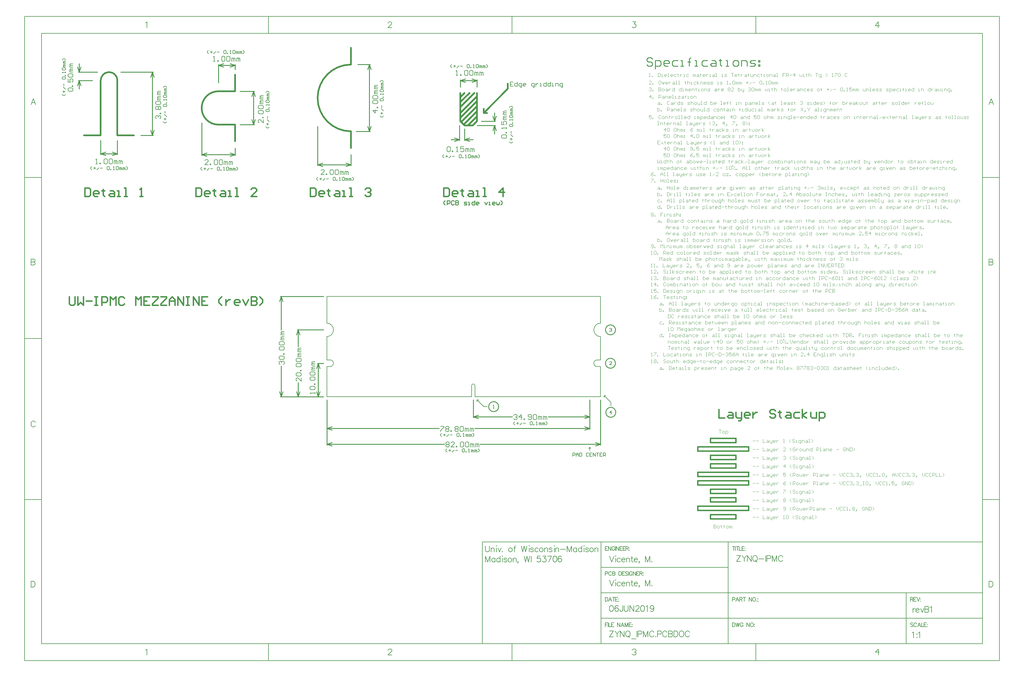
<source format=gbr>
G04 Layer_Color=0*
%FSLAX24Y24*%
%MOIN*%
%TF.FileFunction,Other,Fab_Drawings*%
%TF.Part,Single*%
G01*
G75*
%TA.AperFunction,NonConductor*%
%ADD55C,0.0100*%
%ADD88C,0.0098*%
%ADD90C,0.0079*%
%ADD91C,0.0050*%
%ADD92C,0.0080*%
%ADD93C,0.0040*%
%ADD94C,0.0060*%
%ADD151C,0.0059*%
%ADD153C,0.0065*%
%ADD154C,0.0065*%
%ADD155C,0.0197*%
%ADD156C,0.0150*%
%ADD157C,0.0070*%
D55*
X31024Y-2462D02*
Y-394D01*
X17283Y-2462D02*
Y-394D01*
X26103Y-2362D02*
X31024D01*
X17283D02*
X21884D01*
X30424Y-2162D02*
X31024Y-2362D01*
X30424Y-2562D02*
X31024Y-2362D01*
X17283D02*
X17883Y-2562D01*
X17283Y-2362D02*
X17883Y-2162D01*
X-10827Y38583D02*
Y39173D01*
X-12795Y37008D02*
Y39173D01*
X-11811Y39073D02*
X-10827D01*
X-12795D02*
X-11811D01*
X-11427Y39273D02*
X-10827Y39073D01*
X-11427Y38873D02*
X-10827Y39073D01*
X-12795D02*
X-12195Y38873D01*
X-12795Y39073D02*
X-12195Y39273D01*
X-10236Y36024D02*
X-8558D01*
X-10236Y32087D02*
X-8558D01*
X-8658Y34055D02*
Y36024D01*
Y32087D02*
Y34055D01*
X-8858Y35424D02*
X-8658Y36024D01*
X-8458Y35424D01*
X-8658Y32087D02*
X-8458Y32687D01*
X-8858D02*
X-8658Y32087D01*
X-10827Y28446D02*
Y29331D01*
X-14764Y28446D02*
Y32283D01*
X-12795Y28546D02*
X-10827D01*
X-14764D02*
X-12795D01*
X-11427Y28746D02*
X-10827Y28546D01*
X-11427Y28346D02*
X-10827Y28546D01*
X-14764D02*
X-14164Y28346D01*
X-14764Y28546D02*
X-14164Y28746D01*
X2854Y27265D02*
Y28543D01*
X-1083Y27265D02*
Y31890D01*
X886Y27365D02*
X2854D01*
X-1083D02*
X886D01*
X2254Y27565D02*
X2854Y27365D01*
X2254Y27165D02*
X2854Y27365D01*
X-1083D02*
X-483Y27165D01*
X-1083Y27365D02*
X-483Y27565D01*
X3645Y39183D02*
X5123D01*
X3445Y31299D02*
X5123D01*
X5023Y35241D02*
Y39183D01*
Y31299D02*
Y35241D01*
X4823Y38583D02*
X5023Y39183D01*
X5223Y38583D01*
X5023Y31299D02*
X5223Y31899D01*
X4823D02*
X5023Y31299D01*
X-29332Y37303D02*
X-27657D01*
X-29332Y38287D02*
X-27067D01*
X-29232D02*
Y39287D01*
Y36303D02*
Y37303D01*
Y38287D02*
X-29032Y38887D01*
X-29432D02*
X-29232Y38287D01*
X-29432Y36703D02*
X-29232Y37303D01*
X-29032Y36703D01*
X-24311Y38287D02*
X-20471D01*
X-21952Y30817D02*
X-20471D01*
X-20571Y34552D02*
Y38287D01*
Y30817D02*
Y34552D01*
X-20771Y37687D02*
X-20571Y38287D01*
X-20371Y37687D01*
X-20571Y30817D02*
X-20371Y31417D01*
X-20771D02*
X-20571Y30817D01*
X-24705Y28545D02*
Y30220D01*
X-26683Y28545D02*
Y30223D01*
X-25694Y28645D02*
X-24705D01*
X-26683D02*
X-25694D01*
X-25305Y28845D02*
X-24705Y28645D01*
X-25305Y28445D02*
X-24705Y28645D01*
X-26683D02*
X-26083Y28445D01*
X-26683Y28645D02*
X-26083Y28845D01*
X31024Y-3851D02*
Y-394D01*
X0Y-3851D02*
Y-394D01*
X17461Y-3751D02*
X31024D01*
X0D02*
X13242D01*
X30424Y-3551D02*
X31024Y-3751D01*
X30424Y-3951D02*
X31024Y-3751D01*
X0D02*
X600Y-3951D01*
X0Y-3751D02*
X600Y-3551D01*
X-5494Y11811D02*
X-394D01*
X-5494Y0D02*
X-394D01*
X-5394Y7855D02*
Y11811D01*
Y0D02*
Y3636D01*
X-5594Y11211D02*
X-5394Y11811D01*
X-5194Y11211D01*
X-5394Y0D02*
X-5194Y600D01*
X-5594D02*
X-5394Y0D01*
X-1124Y3937D02*
X-394D01*
X-1124Y0D02*
X-394D01*
X-1024Y1969D02*
Y3937D01*
Y0D02*
Y1969D01*
X-1224Y3337D02*
X-1024Y3937D01*
X-824Y3337D01*
X-1024Y0D02*
X-824Y600D01*
X-1224D02*
X-1024Y0D01*
X-3486Y7874D02*
X-394D01*
X-3486Y0D02*
X-394D01*
X-3386Y5886D02*
Y7874D01*
Y0D02*
Y1668D01*
X-3586Y7274D02*
X-3386Y7874D01*
X-3186Y7274D01*
X-3386Y0D02*
X-3186Y600D01*
X-3586D02*
X-3386Y0D01*
X17717Y36516D02*
Y37403D01*
X15748Y36516D02*
Y37403D01*
X16732Y37303D02*
X17717D01*
X15748D02*
X16732D01*
X17117Y37503D02*
X17717Y37303D01*
X17117Y37103D02*
X17717Y37303D01*
X15748D02*
X16348Y37103D01*
X15748Y37303D02*
X16348Y37503D01*
X17717Y31988D02*
X19883D01*
X18209Y32480D02*
X19883D01*
X19783D02*
Y33480D01*
Y30988D02*
Y31988D01*
Y32480D02*
X19983Y33080D01*
X19583D02*
X19783Y32480D01*
X19583Y31388D02*
X19783Y31988D01*
X19983Y31388D01*
X16240Y30215D02*
Y31594D01*
X15650Y30215D02*
Y31988D01*
X14650Y30315D02*
X15650D01*
X16240D02*
X17240D01*
X15050Y30515D02*
X15650Y30315D01*
X15050Y30115D02*
X15650Y30315D01*
X16240D02*
X16840Y30115D01*
X16240Y30315D02*
X16840Y30515D01*
X32283Y-5700D02*
Y-394D01*
X0Y-5700D02*
Y-1535D01*
X18091Y-5600D02*
X32283D01*
X0D02*
X13872D01*
X31683Y-5400D02*
X32283Y-5600D01*
X31683Y-5800D02*
X32283Y-5600D01*
X0D02*
X600Y-5800D01*
X0Y-5600D02*
X600Y-5400D01*
X38416Y39833D02*
X38250Y40000D01*
X37917D01*
X37750Y39833D01*
Y39666D01*
X37917Y39500D01*
X38250D01*
X38416Y39333D01*
Y39167D01*
X38250Y39000D01*
X37917D01*
X37750Y39167D01*
X38750Y38667D02*
Y39666D01*
X39250D01*
X39416Y39500D01*
Y39167D01*
X39250Y39000D01*
X38750D01*
X40249D02*
X39916D01*
X39749Y39167D01*
Y39500D01*
X39916Y39666D01*
X40249D01*
X40416Y39500D01*
Y39333D01*
X39749D01*
X41415Y39666D02*
X40916D01*
X40749Y39500D01*
Y39167D01*
X40916Y39000D01*
X41415D01*
X41749D02*
X42082D01*
X41915D01*
Y39666D01*
X41749D01*
X42748Y39000D02*
Y39833D01*
Y39500D01*
X42582D01*
X42915D01*
X42748D01*
Y39833D01*
X42915Y40000D01*
X43415Y39000D02*
X43748D01*
X43581D01*
Y39666D01*
X43415D01*
X44914D02*
X44415D01*
X44248Y39500D01*
Y39167D01*
X44415Y39000D01*
X44914D01*
X45414Y39666D02*
X45747D01*
X45914Y39500D01*
Y39000D01*
X45414D01*
X45248Y39167D01*
X45414Y39333D01*
X45914D01*
X46414Y39833D02*
Y39666D01*
X46247D01*
X46580D01*
X46414D01*
Y39167D01*
X46580Y39000D01*
X47080D02*
X47414D01*
X47247D01*
Y39666D01*
X47080D01*
X48080Y39000D02*
X48413D01*
X48580Y39167D01*
Y39500D01*
X48413Y39666D01*
X48080D01*
X47913Y39500D01*
Y39167D01*
X48080Y39000D01*
X48913D02*
Y39666D01*
X49413D01*
X49580Y39500D01*
Y39000D01*
X49913D02*
X50413D01*
X50579Y39167D01*
X50413Y39333D01*
X50079D01*
X49913Y39500D01*
X50079Y39666D01*
X50579D01*
X50912D02*
X51079D01*
Y39500D01*
X50912D01*
Y39666D01*
Y39167D02*
X51079D01*
Y39000D01*
X50912D01*
Y39167D01*
X13946Y22638D02*
X13780Y22804D01*
Y22971D01*
X13946Y23138D01*
X14196Y22638D02*
Y23138D01*
X14446D01*
X14529Y23054D01*
Y22888D01*
X14446Y22804D01*
X14196D01*
X15029Y23054D02*
X14946Y23138D01*
X14779D01*
X14696Y23054D01*
Y22721D01*
X14779Y22638D01*
X14946D01*
X15029Y22721D01*
X15196Y23138D02*
Y22638D01*
X15446D01*
X15529Y22721D01*
Y22804D01*
X15446Y22888D01*
X15196D01*
X15446D01*
X15529Y22971D01*
Y23054D01*
X15446Y23138D01*
X15196D01*
X16195Y22638D02*
X16445D01*
X16529Y22721D01*
X16445Y22804D01*
X16279D01*
X16195Y22888D01*
X16279Y22971D01*
X16529D01*
X16695Y22638D02*
X16862D01*
X16779D01*
Y22971D01*
X16695D01*
X17445Y23138D02*
Y22638D01*
X17195D01*
X17112Y22721D01*
Y22888D01*
X17195Y22971D01*
X17445D01*
X17862Y22638D02*
X17695D01*
X17612Y22721D01*
Y22888D01*
X17695Y22971D01*
X17862D01*
X17945Y22888D01*
Y22804D01*
X17612D01*
X18611Y22971D02*
X18778Y22638D01*
X18945Y22971D01*
X19111Y22638D02*
X19278D01*
X19194D01*
Y22971D01*
X19111D01*
X19778Y22638D02*
X19611D01*
X19528Y22721D01*
Y22888D01*
X19611Y22971D01*
X19778D01*
X19861Y22888D01*
Y22804D01*
X19528D01*
X20027Y22971D02*
Y22721D01*
X20111Y22638D01*
X20194Y22721D01*
X20277Y22638D01*
X20361Y22721D01*
Y22971D01*
X20527Y22638D02*
X20694Y22804D01*
Y22971D01*
X20527Y23138D01*
D88*
X32913Y-1854D02*
G03*
X33504Y-2445I591J-0D01*
G01*
Y-2445D02*
G03*
X34094Y-1854I-0J591D01*
G01*
X34094D02*
G03*
X33504Y-1264I-591J0D01*
G01*
Y-1264D02*
G03*
X32913Y-1854I0J-591D01*
G01*
X32874Y7874D02*
G03*
X33465Y7283I591J-0D01*
G01*
Y7283D02*
G03*
X34055Y7874I-0J591D01*
G01*
X34055D02*
G03*
X33465Y8465I-591J0D01*
G01*
Y8465D02*
G03*
X32874Y7874I0J-591D01*
G01*
Y3937D02*
G03*
X33465Y3346I591J-0D01*
G01*
Y3346D02*
G03*
X34055Y3937I-0J591D01*
G01*
X34055D02*
G03*
X33465Y4528I-591J0D01*
G01*
Y4528D02*
G03*
X32874Y3937I0J-591D01*
G01*
X19685Y-591D02*
G03*
X19094Y-1181I0J-591D01*
G01*
X20276D02*
G03*
X19685Y-591I-591J0D01*
G01*
Y-1772D02*
G03*
X20276Y-1181I-0J591D01*
G01*
X19094D02*
G03*
X19685Y-1772I591J-0D01*
G01*
D90*
X31024Y-6339D02*
Y-5984D01*
X31142Y-6102D01*
X30906D02*
X31024Y-5984D01*
X18504Y-1181D02*
X18898D01*
X32717Y114D02*
X32717D01*
X33504Y-673D01*
Y-1067D02*
Y-673D01*
X32717Y-83D02*
Y114D01*
X32913D01*
X17717Y-394D02*
X17913D01*
X17717Y-591D02*
Y-394D01*
X18504Y-1181D01*
X17717Y-394D02*
X17717D01*
X33563Y-2067D02*
Y-1673D01*
X33366Y-1870D01*
X33629D01*
X33346Y8005D02*
X33412Y8071D01*
X33543D01*
X33609Y8005D01*
Y7940D01*
X33543Y7874D01*
X33478D01*
X33543D01*
X33609Y7808D01*
Y7743D01*
X33543Y7677D01*
X33412D01*
X33346Y7743D01*
X33609Y3740D02*
X33346D01*
X33609Y4003D01*
Y4068D01*
X33543Y4134D01*
X33412D01*
X33346Y4068D01*
X19626Y-1378D02*
X19757D01*
X19692D01*
Y-984D01*
X19626Y-1050D01*
D91*
X69157Y-26757D02*
X69115Y-26714D01*
X69050Y-26693D01*
X68965D01*
X68900Y-26714D01*
X68857Y-26757D01*
Y-26800D01*
X68879Y-26843D01*
X68900Y-26864D01*
X68943Y-26885D01*
X69072Y-26928D01*
X69115Y-26950D01*
X69136Y-26971D01*
X69157Y-27014D01*
Y-27078D01*
X69115Y-27121D01*
X69050Y-27143D01*
X68965D01*
X68900Y-27121D01*
X68857Y-27078D01*
X69579Y-26800D02*
X69558Y-26757D01*
X69515Y-26714D01*
X69472Y-26693D01*
X69387D01*
X69344Y-26714D01*
X69301Y-26757D01*
X69280Y-26800D01*
X69258Y-26864D01*
Y-26971D01*
X69280Y-27035D01*
X69301Y-27078D01*
X69344Y-27121D01*
X69387Y-27143D01*
X69472D01*
X69515Y-27121D01*
X69558Y-27078D01*
X69579Y-27035D01*
X70049Y-27143D02*
X69877Y-26693D01*
X69706Y-27143D01*
X69770Y-26993D02*
X69984D01*
X70154Y-26693D02*
Y-27143D01*
X70411D01*
X70739Y-26693D02*
X70460D01*
Y-27143D01*
X70739D01*
X70460Y-26907D02*
X70631D01*
X70835Y-26843D02*
X70813Y-26864D01*
X70835Y-26885D01*
X70856Y-26864D01*
X70835Y-26843D01*
Y-27100D02*
X70813Y-27121D01*
X70835Y-27143D01*
X70856Y-27121D01*
X70835Y-27100D01*
X32857Y-26693D02*
Y-27143D01*
Y-26693D02*
X33136D01*
X32857Y-26907D02*
X33029D01*
X33187Y-26693D02*
Y-27143D01*
X33282Y-26693D02*
Y-27143D01*
X33539D01*
X33867Y-26693D02*
X33588D01*
Y-27143D01*
X33867D01*
X33588Y-26907D02*
X33759D01*
X34295Y-26693D02*
Y-27143D01*
Y-26693D02*
X34595Y-27143D01*
Y-26693D02*
Y-27143D01*
X35062D02*
X34891Y-26693D01*
X34719Y-27143D01*
X34783Y-26993D02*
X34998D01*
X35167Y-26693D02*
Y-27143D01*
Y-26693D02*
X35338Y-27143D01*
X35510Y-26693D02*
X35338Y-27143D01*
X35510Y-26693D02*
Y-27143D01*
X35917Y-26693D02*
X35638D01*
Y-27143D01*
X35917D01*
X35638Y-26907D02*
X35810D01*
X36013Y-26843D02*
X35992Y-26864D01*
X36013Y-26885D01*
X36035Y-26864D01*
X36013Y-26843D01*
Y-27100D02*
X35992Y-27121D01*
X36013Y-27143D01*
X36035Y-27121D01*
X36013Y-27100D01*
X32857Y-20878D02*
X33050D01*
X33115Y-20857D01*
X33136Y-20835D01*
X33157Y-20793D01*
Y-20728D01*
X33136Y-20685D01*
X33115Y-20664D01*
X33050Y-20643D01*
X32857D01*
Y-21093D01*
X33579Y-20750D02*
X33558Y-20707D01*
X33515Y-20664D01*
X33472Y-20643D01*
X33387D01*
X33344Y-20664D01*
X33301Y-20707D01*
X33280Y-20750D01*
X33258Y-20814D01*
Y-20921D01*
X33280Y-20985D01*
X33301Y-21028D01*
X33344Y-21071D01*
X33387Y-21093D01*
X33472D01*
X33515Y-21071D01*
X33558Y-21028D01*
X33579Y-20985D01*
X33706Y-20643D02*
Y-21093D01*
Y-20643D02*
X33899D01*
X33963Y-20664D01*
X33984Y-20685D01*
X34006Y-20728D01*
Y-20771D01*
X33984Y-20814D01*
X33963Y-20835D01*
X33899Y-20857D01*
X33706D02*
X33899D01*
X33963Y-20878D01*
X33984Y-20900D01*
X34006Y-20943D01*
Y-21007D01*
X33984Y-21050D01*
X33963Y-21071D01*
X33899Y-21093D01*
X33706D01*
X34460Y-20643D02*
Y-21093D01*
Y-20643D02*
X34610D01*
X34674Y-20664D01*
X34717Y-20707D01*
X34739Y-20750D01*
X34760Y-20814D01*
Y-20921D01*
X34739Y-20985D01*
X34717Y-21028D01*
X34674Y-21071D01*
X34610Y-21093D01*
X34460D01*
X35139Y-20643D02*
X34861D01*
Y-21093D01*
X35139D01*
X34861Y-20857D02*
X35032D01*
X35514Y-20707D02*
X35471Y-20664D01*
X35407Y-20643D01*
X35321D01*
X35257Y-20664D01*
X35214Y-20707D01*
Y-20750D01*
X35236Y-20793D01*
X35257Y-20814D01*
X35300Y-20835D01*
X35428Y-20878D01*
X35471Y-20900D01*
X35493Y-20921D01*
X35514Y-20964D01*
Y-21028D01*
X35471Y-21071D01*
X35407Y-21093D01*
X35321D01*
X35257Y-21071D01*
X35214Y-21028D01*
X35615Y-20643D02*
Y-21093D01*
X36030Y-20750D02*
X36009Y-20707D01*
X35966Y-20664D01*
X35923Y-20643D01*
X35838D01*
X35795Y-20664D01*
X35752Y-20707D01*
X35730Y-20750D01*
X35709Y-20814D01*
Y-20921D01*
X35730Y-20985D01*
X35752Y-21028D01*
X35795Y-21071D01*
X35838Y-21093D01*
X35923D01*
X35966Y-21071D01*
X36009Y-21028D01*
X36030Y-20985D01*
Y-20921D01*
X35923D02*
X36030D01*
X36133Y-20643D02*
Y-21093D01*
Y-20643D02*
X36433Y-21093D01*
Y-20643D02*
Y-21093D01*
X36836Y-20643D02*
X36557D01*
Y-21093D01*
X36836D01*
X36557Y-20857D02*
X36729D01*
X36911Y-20643D02*
Y-21093D01*
Y-20643D02*
X37104D01*
X37168Y-20664D01*
X37189Y-20685D01*
X37211Y-20728D01*
Y-20771D01*
X37189Y-20814D01*
X37168Y-20835D01*
X37104Y-20857D01*
X36911D01*
X37061D02*
X37211Y-21093D01*
X37333Y-20793D02*
X37312Y-20814D01*
X37333Y-20835D01*
X37354Y-20814D01*
X37333Y-20793D01*
Y-21050D02*
X37312Y-21071D01*
X37333Y-21093D01*
X37354Y-21071D01*
X37333Y-21050D01*
X48007Y-17693D02*
Y-18143D01*
X47857Y-17693D02*
X48157D01*
X48211D02*
Y-18143D01*
X48455Y-17693D02*
Y-18143D01*
X48305Y-17693D02*
X48605D01*
X48659D02*
Y-18143D01*
X48916D01*
X49244Y-17693D02*
X48965D01*
Y-18143D01*
X49244D01*
X48965Y-17907D02*
X49136D01*
X49340Y-17843D02*
X49319Y-17864D01*
X49340Y-17885D01*
X49361Y-17864D01*
X49340Y-17843D01*
Y-18100D02*
X49319Y-18121D01*
X49340Y-18143D01*
X49361Y-18121D01*
X49340Y-18100D01*
X47857Y-23928D02*
X48050D01*
X48115Y-23907D01*
X48136Y-23885D01*
X48157Y-23843D01*
Y-23778D01*
X48136Y-23735D01*
X48115Y-23714D01*
X48050Y-23693D01*
X47857D01*
Y-24143D01*
X48601D02*
X48429Y-23693D01*
X48258Y-24143D01*
X48322Y-23993D02*
X48537D01*
X48706Y-23693D02*
Y-24143D01*
Y-23693D02*
X48899D01*
X48963Y-23714D01*
X48984Y-23735D01*
X49006Y-23778D01*
Y-23821D01*
X48984Y-23864D01*
X48963Y-23885D01*
X48899Y-23907D01*
X48706D01*
X48856D02*
X49006Y-24143D01*
X49256Y-23693D02*
Y-24143D01*
X49106Y-23693D02*
X49406D01*
X49813D02*
Y-24143D01*
Y-23693D02*
X50113Y-24143D01*
Y-23693D02*
Y-24143D01*
X50366Y-23693D02*
X50323Y-23714D01*
X50281Y-23757D01*
X50259Y-23800D01*
X50238Y-23864D01*
Y-23971D01*
X50259Y-24035D01*
X50281Y-24078D01*
X50323Y-24121D01*
X50366Y-24143D01*
X50452D01*
X50495Y-24121D01*
X50538Y-24078D01*
X50559Y-24035D01*
X50580Y-23971D01*
Y-23864D01*
X50559Y-23800D01*
X50538Y-23757D01*
X50495Y-23714D01*
X50452Y-23693D01*
X50366D01*
X50707Y-24100D02*
X50685Y-24121D01*
X50707Y-24143D01*
X50728Y-24121D01*
X50707Y-24100D01*
X50848Y-23843D02*
X50827Y-23864D01*
X50848Y-23885D01*
X50870Y-23864D01*
X50848Y-23843D01*
Y-24100D02*
X50827Y-24121D01*
X50848Y-24143D01*
X50870Y-24121D01*
X50848Y-24100D01*
X33136Y-17693D02*
X32857D01*
Y-18143D01*
X33136D01*
X32857Y-17907D02*
X33029D01*
X33211Y-17693D02*
Y-18143D01*
Y-17693D02*
X33511Y-18143D01*
Y-17693D02*
Y-18143D01*
X33957Y-17800D02*
X33935Y-17757D01*
X33892Y-17714D01*
X33849Y-17693D01*
X33764D01*
X33721Y-17714D01*
X33678Y-17757D01*
X33657Y-17800D01*
X33635Y-17864D01*
Y-17971D01*
X33657Y-18035D01*
X33678Y-18078D01*
X33721Y-18121D01*
X33764Y-18143D01*
X33849D01*
X33892Y-18121D01*
X33935Y-18078D01*
X33957Y-18035D01*
Y-17971D01*
X33849D02*
X33957D01*
X34059Y-17693D02*
Y-18143D01*
X34154Y-17693D02*
Y-18143D01*
Y-17693D02*
X34454Y-18143D01*
Y-17693D02*
Y-18143D01*
X34856Y-17693D02*
X34578D01*
Y-18143D01*
X34856D01*
X34578Y-17907D02*
X34749D01*
X35210Y-17693D02*
X34931D01*
Y-18143D01*
X35210D01*
X34931Y-17907D02*
X35103D01*
X35285Y-17693D02*
Y-18143D01*
Y-17693D02*
X35478D01*
X35542Y-17714D01*
X35563Y-17735D01*
X35585Y-17778D01*
Y-17821D01*
X35563Y-17864D01*
X35542Y-17885D01*
X35478Y-17907D01*
X35285D01*
X35435D02*
X35585Y-18143D01*
X35707Y-17843D02*
X35685Y-17864D01*
X35707Y-17885D01*
X35728Y-17864D01*
X35707Y-17843D01*
Y-18100D02*
X35685Y-18121D01*
X35707Y-18143D01*
X35728Y-18121D01*
X35707Y-18100D01*
X47857Y-26693D02*
Y-27143D01*
Y-26693D02*
X48007D01*
X48072Y-26714D01*
X48115Y-26757D01*
X48136Y-26800D01*
X48157Y-26864D01*
Y-26971D01*
X48136Y-27035D01*
X48115Y-27078D01*
X48072Y-27121D01*
X48007Y-27143D01*
X47857D01*
X48258Y-26693D02*
X48365Y-27143D01*
X48472Y-26693D02*
X48365Y-27143D01*
X48472Y-26693D02*
X48579Y-27143D01*
X48687Y-26693D02*
X48579Y-27143D01*
X49098Y-26800D02*
X49076Y-26757D01*
X49034Y-26714D01*
X48991Y-26693D01*
X48905D01*
X48862Y-26714D01*
X48819Y-26757D01*
X48798Y-26800D01*
X48777Y-26864D01*
Y-26971D01*
X48798Y-27035D01*
X48819Y-27078D01*
X48862Y-27121D01*
X48905Y-27143D01*
X48991D01*
X49034Y-27121D01*
X49076Y-27078D01*
X49098Y-27035D01*
Y-26971D01*
X48991D02*
X49098D01*
X49554Y-26693D02*
Y-27143D01*
Y-26693D02*
X49854Y-27143D01*
Y-26693D02*
Y-27143D01*
X50107Y-26693D02*
X50064Y-26714D01*
X50021Y-26757D01*
X50000Y-26800D01*
X49978Y-26864D01*
Y-26971D01*
X50000Y-27035D01*
X50021Y-27078D01*
X50064Y-27121D01*
X50107Y-27143D01*
X50193D01*
X50236Y-27121D01*
X50278Y-27078D01*
X50300Y-27035D01*
X50321Y-26971D01*
Y-26864D01*
X50300Y-26800D01*
X50278Y-26757D01*
X50236Y-26714D01*
X50193Y-26693D01*
X50107D01*
X50448Y-26843D02*
X50426Y-26864D01*
X50448Y-26885D01*
X50469Y-26864D01*
X50448Y-26843D01*
Y-27100D02*
X50426Y-27121D01*
X50448Y-27143D01*
X50469Y-27121D01*
X50448Y-27100D01*
X68857Y-23693D02*
Y-24143D01*
Y-23693D02*
X69050D01*
X69115Y-23714D01*
X69136Y-23735D01*
X69157Y-23778D01*
Y-23821D01*
X69136Y-23864D01*
X69115Y-23885D01*
X69050Y-23907D01*
X68857D01*
X69007D02*
X69157Y-24143D01*
X69537Y-23693D02*
X69258D01*
Y-24143D01*
X69537D01*
X69258Y-23907D02*
X69429D01*
X69612Y-23693D02*
X69783Y-24143D01*
X69954Y-23693D02*
X69783Y-24143D01*
X70034Y-23843D02*
X70012Y-23864D01*
X70034Y-23885D01*
X70055Y-23864D01*
X70034Y-23843D01*
Y-24100D02*
X70012Y-24121D01*
X70034Y-24143D01*
X70055Y-24121D01*
X70034Y-24100D01*
X32857Y-23693D02*
Y-24143D01*
Y-23693D02*
X33007D01*
X33072Y-23714D01*
X33115Y-23757D01*
X33136Y-23800D01*
X33157Y-23864D01*
Y-23971D01*
X33136Y-24035D01*
X33115Y-24078D01*
X33072Y-24121D01*
X33007Y-24143D01*
X32857D01*
X33601D02*
X33430Y-23693D01*
X33258Y-24143D01*
X33322Y-23993D02*
X33537D01*
X33856Y-23693D02*
Y-24143D01*
X33706Y-23693D02*
X34006D01*
X34338D02*
X34059D01*
Y-24143D01*
X34338D01*
X34059Y-23907D02*
X34231D01*
X34434Y-23843D02*
X34413Y-23864D01*
X34434Y-23885D01*
X34456Y-23864D01*
X34434Y-23843D01*
Y-24100D02*
X34413Y-24121D01*
X34434Y-24143D01*
X34456Y-24121D01*
X34434Y-24100D01*
X21949Y30055D02*
X21816Y29921D01*
X21682D01*
X21549Y30055D01*
X21749Y30254D02*
Y30521D01*
X21616Y30388D02*
X21882D01*
X21949Y30654D02*
X21682Y30921D01*
X21749Y31054D02*
Y31321D01*
X21616Y31854D02*
X21549Y31921D01*
Y32054D01*
X21616Y32121D01*
X21882D01*
X21949Y32054D01*
Y31921D01*
X21882Y31854D01*
X21616D01*
X21949Y32254D02*
X21882D01*
Y32320D01*
X21949D01*
Y32254D01*
Y32587D02*
Y32720D01*
Y32654D01*
X21549D01*
X21616Y32587D01*
Y32920D02*
X21549Y32987D01*
Y33120D01*
X21616Y33187D01*
X21882D01*
X21949Y33120D01*
Y32987D01*
X21882Y32920D01*
X21616D01*
X21949Y33320D02*
X21682D01*
Y33387D01*
X21749Y33453D01*
X21949D01*
X21749D01*
X21682Y33520D01*
X21749Y33587D01*
X21949D01*
Y33720D02*
X21682D01*
Y33787D01*
X21749Y33853D01*
X21949D01*
X21749D01*
X21682Y33920D01*
X21749Y33987D01*
X21949D01*
Y34120D02*
X21816Y34253D01*
X21682D01*
X21549Y34120D01*
X13814Y28150D02*
X13681Y28283D01*
Y28416D01*
X13814Y28549D01*
X14014Y28350D02*
X14281D01*
X14148Y28483D02*
Y28216D01*
X14414Y28150D02*
X14681Y28416D01*
X14814Y28350D02*
X15081D01*
X15614Y28483D02*
X15680Y28549D01*
X15814D01*
X15880Y28483D01*
Y28216D01*
X15814Y28150D01*
X15680D01*
X15614Y28216D01*
Y28483D01*
X16014Y28150D02*
Y28216D01*
X16080D01*
Y28150D01*
X16014D01*
X16347D02*
X16480D01*
X16414D01*
Y28549D01*
X16347Y28483D01*
X16680D02*
X16747Y28549D01*
X16880D01*
X16947Y28483D01*
Y28216D01*
X16880Y28150D01*
X16747D01*
X16680Y28216D01*
Y28483D01*
X17080Y28150D02*
Y28416D01*
X17147D01*
X17213Y28350D01*
Y28150D01*
Y28350D01*
X17280Y28416D01*
X17347Y28350D01*
Y28150D01*
X17480D02*
Y28416D01*
X17547D01*
X17613Y28350D01*
Y28150D01*
Y28350D01*
X17680Y28416D01*
X17746Y28350D01*
Y28150D01*
X17880D02*
X18013Y28283D01*
Y28416D01*
X17880Y28549D01*
X6693Y33106D02*
X6560Y32972D01*
X6426D01*
X6293Y33106D01*
X6493Y33306D02*
Y33572D01*
X6360Y33439D02*
X6626D01*
X6693Y33706D02*
X6426Y33972D01*
X6493Y34105D02*
Y34372D01*
X6360Y34905D02*
X6293Y34972D01*
Y35105D01*
X6360Y35172D01*
X6626D01*
X6693Y35105D01*
Y34972D01*
X6626Y34905D01*
X6360D01*
X6693Y35305D02*
X6626D01*
Y35372D01*
X6693D01*
Y35305D01*
Y35638D02*
Y35772D01*
Y35705D01*
X6293D01*
X6360Y35638D01*
Y35971D02*
X6293Y36038D01*
Y36171D01*
X6360Y36238D01*
X6626D01*
X6693Y36171D01*
Y36038D01*
X6626Y35971D01*
X6360D01*
X6693Y36371D02*
X6426D01*
Y36438D01*
X6493Y36505D01*
X6693D01*
X6493D01*
X6426Y36571D01*
X6493Y36638D01*
X6693D01*
Y36771D02*
X6426D01*
Y36838D01*
X6493Y36904D01*
X6693D01*
X6493D01*
X6426Y36971D01*
X6493Y37038D01*
X6693D01*
Y37171D02*
X6560Y37304D01*
X6426D01*
X6293Y37171D01*
X-1048Y25492D02*
X-1181Y25625D01*
Y25759D01*
X-1048Y25892D01*
X-848Y25692D02*
X-581D01*
X-715Y25825D02*
Y25559D01*
X-448Y25492D02*
X-181Y25759D01*
X-48Y25692D02*
X218D01*
X752Y25825D02*
X818Y25892D01*
X952D01*
X1018Y25825D01*
Y25559D01*
X952Y25492D01*
X818D01*
X752Y25559D01*
Y25825D01*
X1151Y25492D02*
Y25559D01*
X1218D01*
Y25492D01*
X1151D01*
X1485D02*
X1618D01*
X1551D01*
Y25892D01*
X1485Y25825D01*
X1818D02*
X1885Y25892D01*
X2018D01*
X2085Y25825D01*
Y25559D01*
X2018Y25492D01*
X1885D01*
X1818Y25559D01*
Y25825D01*
X2218Y25492D02*
Y25759D01*
X2284D01*
X2351Y25692D01*
Y25492D01*
Y25692D01*
X2418Y25759D01*
X2484Y25692D01*
Y25492D01*
X2618D02*
Y25759D01*
X2684D01*
X2751Y25692D01*
Y25492D01*
Y25692D01*
X2818Y25759D01*
X2884Y25692D01*
Y25492D01*
X3018D02*
X3151Y25625D01*
Y25759D01*
X3018Y25892D01*
X-14729Y26673D02*
X-14862Y26807D01*
Y26940D01*
X-14729Y27073D01*
X-14529Y26873D02*
X-14262D01*
X-14396Y27006D02*
Y26740D01*
X-14129Y26673D02*
X-13863Y26940D01*
X-13729Y26873D02*
X-13463D01*
X-12930Y27006D02*
X-12863Y27073D01*
X-12730D01*
X-12663Y27006D01*
Y26740D01*
X-12730Y26673D01*
X-12863D01*
X-12930Y26740D01*
Y27006D01*
X-12530Y26673D02*
Y26740D01*
X-12463D01*
Y26673D01*
X-12530D01*
X-12196D02*
X-12063D01*
X-12130D01*
Y27073D01*
X-12196Y27006D01*
X-11863D02*
X-11797Y27073D01*
X-11663D01*
X-11597Y27006D01*
Y26740D01*
X-11663Y26673D01*
X-11797D01*
X-11863Y26740D01*
Y27006D01*
X-11463Y26673D02*
Y26940D01*
X-11397D01*
X-11330Y26873D01*
Y26673D01*
Y26873D01*
X-11263Y26940D01*
X-11197Y26873D01*
Y26673D01*
X-11063D02*
Y26940D01*
X-10997D01*
X-10930Y26873D01*
Y26673D01*
Y26873D01*
X-10863Y26940D01*
X-10797Y26873D01*
Y26673D01*
X-10664D02*
X-10530Y26807D01*
Y26940D01*
X-10664Y27073D01*
X-6791Y31826D02*
X-6925Y31693D01*
X-7058D01*
X-7191Y31826D01*
X-6991Y32026D02*
Y32293D01*
X-7125Y32159D02*
X-6858D01*
X-6791Y32426D02*
X-7058Y32693D01*
X-6991Y32826D02*
Y33092D01*
X-7125Y33626D02*
X-7191Y33692D01*
Y33826D01*
X-7125Y33892D01*
X-6858D01*
X-6791Y33826D01*
Y33692D01*
X-6858Y33626D01*
X-7125D01*
X-6791Y34025D02*
X-6858D01*
Y34092D01*
X-6791D01*
Y34025D01*
Y34359D02*
Y34492D01*
Y34425D01*
X-7191D01*
X-7125Y34359D01*
Y34692D02*
X-7191Y34759D01*
Y34892D01*
X-7125Y34959D01*
X-6858D01*
X-6791Y34892D01*
Y34759D01*
X-6858Y34692D01*
X-7125D01*
X-6791Y35092D02*
X-7058D01*
Y35158D01*
X-6991Y35225D01*
X-6791D01*
X-6991D01*
X-7058Y35292D01*
X-6991Y35358D01*
X-6791D01*
Y35492D02*
X-7058D01*
Y35558D01*
X-6991Y35625D01*
X-6791D01*
X-6991D01*
X-7058Y35692D01*
X-6991Y35758D01*
X-6791D01*
Y35892D02*
X-6925Y36025D01*
X-7058D01*
X-7191Y35892D01*
X-27721Y26772D02*
X-27854Y26905D01*
Y27038D01*
X-27721Y27172D01*
X-27521Y26972D02*
X-27255D01*
X-27388Y27105D02*
Y26838D01*
X-27121Y26772D02*
X-26855Y27038D01*
X-26721Y26972D02*
X-26455D01*
X-25922Y27105D02*
X-25855Y27172D01*
X-25722D01*
X-25655Y27105D01*
Y26838D01*
X-25722Y26772D01*
X-25855D01*
X-25922Y26838D01*
Y27105D01*
X-25522Y26772D02*
Y26838D01*
X-25455D01*
Y26772D01*
X-25522D01*
X-25189D02*
X-25055D01*
X-25122D01*
Y27172D01*
X-25189Y27105D01*
X-24855D02*
X-24789Y27172D01*
X-24655D01*
X-24589Y27105D01*
Y26838D01*
X-24655Y26772D01*
X-24789D01*
X-24855Y26838D01*
Y27105D01*
X-24455Y26772D02*
Y27038D01*
X-24389D01*
X-24322Y26972D01*
Y26772D01*
Y26972D01*
X-24255Y27038D01*
X-24189Y26972D01*
Y26772D01*
X-24056D02*
Y27038D01*
X-23989D01*
X-23922Y26972D01*
Y26772D01*
Y26972D01*
X-23856Y27038D01*
X-23789Y26972D01*
Y26772D01*
X-23656D02*
X-23522Y26905D01*
Y27038D01*
X-23656Y27172D01*
X-13942Y40453D02*
X-14075Y40586D01*
Y40719D01*
X-13942Y40853D01*
X-13742Y40653D02*
X-13475D01*
X-13608Y40786D02*
Y40519D01*
X-13342Y40453D02*
X-13075Y40719D01*
X-12942Y40653D02*
X-12675D01*
X-12142Y40786D02*
X-12075Y40853D01*
X-11942D01*
X-11876Y40786D01*
Y40519D01*
X-11942Y40453D01*
X-12075D01*
X-12142Y40519D01*
Y40786D01*
X-11742Y40453D02*
Y40519D01*
X-11676D01*
Y40453D01*
X-11742D01*
X-11409D02*
X-11276D01*
X-11342D01*
Y40853D01*
X-11409Y40786D01*
X-11076D02*
X-11009Y40853D01*
X-10876D01*
X-10809Y40786D01*
Y40519D01*
X-10876Y40453D01*
X-11009D01*
X-11076Y40519D01*
Y40786D01*
X-10676Y40453D02*
Y40719D01*
X-10609D01*
X-10543Y40653D01*
Y40453D01*
Y40653D01*
X-10476Y40719D01*
X-10409Y40653D01*
Y40453D01*
X-10276D02*
Y40719D01*
X-10209D01*
X-10143Y40653D01*
Y40453D01*
Y40653D01*
X-10076Y40719D01*
X-10009Y40653D01*
Y40453D01*
X-9876D02*
X-9743Y40586D01*
Y40719D01*
X-9876Y40853D01*
X-18898Y32417D02*
X-19031Y32283D01*
X-19164D01*
X-19298Y32417D01*
X-19098Y32617D02*
Y32883D01*
X-19231Y32750D02*
X-18964D01*
X-18898Y33017D02*
X-19164Y33283D01*
X-19098Y33416D02*
Y33683D01*
X-19231Y34216D02*
X-19298Y34283D01*
Y34416D01*
X-19231Y34483D01*
X-18964D01*
X-18898Y34416D01*
Y34283D01*
X-18964Y34216D01*
X-19231D01*
X-18898Y34616D02*
X-18964D01*
Y34683D01*
X-18898D01*
Y34616D01*
Y34949D02*
Y35083D01*
Y35016D01*
X-19298D01*
X-19231Y34949D01*
Y35282D02*
X-19298Y35349D01*
Y35482D01*
X-19231Y35549D01*
X-18964D01*
X-18898Y35482D01*
Y35349D01*
X-18964Y35282D01*
X-19231D01*
X-18898Y35682D02*
X-19164D01*
Y35749D01*
X-19098Y35816D01*
X-18898D01*
X-19098D01*
X-19164Y35882D01*
X-19098Y35949D01*
X-18898D01*
Y36082D02*
X-19164D01*
Y36149D01*
X-19098Y36216D01*
X-18898D01*
X-19098D01*
X-19164Y36282D01*
X-19098Y36349D01*
X-18898D01*
Y36482D02*
X-19031Y36615D01*
X-19164D01*
X-19298Y36482D01*
X-30807Y35665D02*
X-30940Y35531D01*
X-31074D01*
X-31207Y35665D01*
X-31007Y35865D02*
Y36131D01*
X-31140Y35998D02*
X-30874D01*
X-30807Y36265D02*
X-31074Y36531D01*
X-31007Y36664D02*
Y36931D01*
X-31140Y37464D02*
X-31207Y37531D01*
Y37664D01*
X-31140Y37731D01*
X-30874D01*
X-30807Y37664D01*
Y37531D01*
X-30874Y37464D01*
X-31140D01*
X-30807Y37864D02*
X-30874D01*
Y37931D01*
X-30807D01*
Y37864D01*
Y38197D02*
Y38331D01*
Y38264D01*
X-31207D01*
X-31140Y38197D01*
Y38531D02*
X-31207Y38597D01*
Y38730D01*
X-31140Y38797D01*
X-30874D01*
X-30807Y38730D01*
Y38597D01*
X-30874Y38531D01*
X-31140D01*
X-30807Y38930D02*
X-31074D01*
Y38997D01*
X-31007Y39064D01*
X-30807D01*
X-31007D01*
X-31074Y39130D01*
X-31007Y39197D01*
X-30807D01*
Y39330D02*
X-31074D01*
Y39397D01*
X-31007Y39464D01*
X-30807D01*
X-31007D01*
X-31074Y39530D01*
X-31007Y39597D01*
X-30807D01*
Y39730D02*
X-30940Y39863D01*
X-31074D01*
X-31207Y39730D01*
X14759Y38780D02*
X14626Y38913D01*
Y39046D01*
X14759Y39179D01*
X14959Y38979D02*
X15226D01*
X15093Y39113D02*
Y38846D01*
X15359Y38780D02*
X15626Y39046D01*
X15759Y38979D02*
X16026D01*
X16559Y39113D02*
X16625Y39179D01*
X16759D01*
X16825Y39113D01*
Y38846D01*
X16759Y38780D01*
X16625D01*
X16559Y38846D01*
Y39113D01*
X16959Y38780D02*
Y38846D01*
X17025D01*
Y38780D01*
X16959D01*
X17292D02*
X17425D01*
X17358D01*
Y39179D01*
X17292Y39113D01*
X17625D02*
X17692Y39179D01*
X17825D01*
X17892Y39113D01*
Y38846D01*
X17825Y38780D01*
X17692D01*
X17625Y38846D01*
Y39113D01*
X18025Y38780D02*
Y39046D01*
X18092D01*
X18158Y38979D01*
Y38780D01*
Y38979D01*
X18225Y39046D01*
X18291Y38979D01*
Y38780D01*
X18425D02*
Y39046D01*
X18491D01*
X18558Y38979D01*
Y38780D01*
Y38979D01*
X18625Y39046D01*
X18691Y38979D01*
Y38780D01*
X18825D02*
X18958Y38913D01*
Y39046D01*
X18825Y39179D01*
D92*
X21987Y37114D02*
X21654D01*
Y36614D01*
X21987D01*
X21654Y36864D02*
X21820D01*
X22487Y37114D02*
Y36614D01*
X22237D01*
X22153Y36697D01*
Y36864D01*
X22237Y36947D01*
X22487D01*
X22820Y36448D02*
X22903D01*
X22986Y36531D01*
Y36947D01*
X22737D01*
X22653Y36864D01*
Y36697D01*
X22737Y36614D01*
X22986D01*
X23403D02*
X23236D01*
X23153Y36697D01*
Y36864D01*
X23236Y36947D01*
X23403D01*
X23486Y36864D01*
Y36781D01*
X23153D01*
X24319Y36448D02*
X24403D01*
X24486Y36531D01*
Y36947D01*
X24236D01*
X24153Y36864D01*
Y36697D01*
X24236Y36614D01*
X24486D01*
X24653Y36947D02*
Y36614D01*
Y36781D01*
X24736Y36864D01*
X24819Y36947D01*
X24902D01*
X25152Y36614D02*
X25319D01*
X25236D01*
Y36947D01*
X25152D01*
X25902Y37114D02*
Y36614D01*
X25652D01*
X25569Y36697D01*
Y36864D01*
X25652Y36947D01*
X25902D01*
X26402Y37114D02*
Y36614D01*
X26152D01*
X26069Y36697D01*
Y36864D01*
X26152Y36947D01*
X26402D01*
X26569Y36614D02*
X26735D01*
X26652D01*
Y36947D01*
X26569D01*
X26985Y36614D02*
Y36947D01*
X27235D01*
X27318Y36864D01*
Y36614D01*
X27652Y36448D02*
X27735D01*
X27818Y36531D01*
Y36947D01*
X27568D01*
X27485Y36864D01*
Y36697D01*
X27568Y36614D01*
X27818D01*
D93*
X38000Y36383D02*
X38067Y36450D01*
X38200D01*
X38267Y36383D01*
Y36317D01*
X38200Y36250D01*
X38133D01*
X38200D01*
X38267Y36183D01*
Y36117D01*
X38200Y36050D01*
X38067D01*
X38000Y36117D01*
X38400Y36050D02*
Y36117D01*
X38467D01*
Y36050D01*
X38400D01*
X39133Y36450D02*
Y36050D01*
X39333D01*
X39400Y36117D01*
Y36183D01*
X39333Y36250D01*
X39133D01*
X39333D01*
X39400Y36317D01*
Y36383D01*
X39333Y36450D01*
X39133D01*
X39599Y36050D02*
X39733D01*
X39799Y36117D01*
Y36250D01*
X39733Y36317D01*
X39599D01*
X39533Y36250D01*
Y36117D01*
X39599Y36050D01*
X39999Y36317D02*
X40133D01*
X40199Y36250D01*
Y36050D01*
X39999D01*
X39933Y36117D01*
X39999Y36183D01*
X40199D01*
X40333Y36317D02*
Y36050D01*
Y36183D01*
X40399Y36250D01*
X40466Y36317D01*
X40533D01*
X40999Y36450D02*
Y36050D01*
X40799D01*
X40732Y36117D01*
Y36250D01*
X40799Y36317D01*
X40999D01*
X41799Y36450D02*
Y36050D01*
X41599D01*
X41532Y36117D01*
Y36250D01*
X41599Y36317D01*
X41799D01*
X41932Y36050D02*
X42065D01*
X41999D01*
Y36317D01*
X41932D01*
X42265Y36050D02*
Y36317D01*
X42332D01*
X42399Y36250D01*
Y36050D01*
Y36250D01*
X42465Y36317D01*
X42532Y36250D01*
Y36050D01*
X42865D02*
X42732D01*
X42665Y36117D01*
Y36250D01*
X42732Y36317D01*
X42865D01*
X42932Y36250D01*
Y36183D01*
X42665D01*
X43065Y36050D02*
Y36317D01*
X43265D01*
X43332Y36250D01*
Y36050D01*
X43532Y36383D02*
Y36317D01*
X43465D01*
X43598D01*
X43532D01*
Y36117D01*
X43598Y36050D01*
X43798D02*
X43931D01*
X43865D01*
Y36317D01*
X43798D01*
X44198Y36050D02*
X44331D01*
X44398Y36117D01*
Y36250D01*
X44331Y36317D01*
X44198D01*
X44131Y36250D01*
Y36117D01*
X44198Y36050D01*
X44531D02*
Y36317D01*
X44731D01*
X44798Y36250D01*
Y36050D01*
X44931D02*
X45131D01*
X45198Y36117D01*
X45131Y36183D01*
X44998D01*
X44931Y36250D01*
X44998Y36317D01*
X45198D01*
X45797D02*
X45931D01*
X45997Y36250D01*
Y36050D01*
X45797D01*
X45731Y36117D01*
X45797Y36183D01*
X45997D01*
X46131Y36317D02*
Y36050D01*
Y36183D01*
X46197Y36250D01*
X46264Y36317D01*
X46331D01*
X46731Y36050D02*
X46597D01*
X46531Y36117D01*
Y36250D01*
X46597Y36317D01*
X46731D01*
X46797Y36250D01*
Y36183D01*
X46531D01*
X47330Y36383D02*
X47397Y36450D01*
X47530D01*
X47597Y36383D01*
Y36317D01*
X47530Y36250D01*
X47597Y36183D01*
Y36117D01*
X47530Y36050D01*
X47397D01*
X47330Y36117D01*
Y36183D01*
X47397Y36250D01*
X47330Y36317D01*
Y36383D01*
X47397Y36250D02*
X47530D01*
X47997Y36050D02*
X47730D01*
X47997Y36317D01*
Y36383D01*
X47930Y36450D01*
X47797D01*
X47730Y36383D01*
X48530Y36450D02*
Y36050D01*
X48730D01*
X48797Y36117D01*
Y36183D01*
Y36250D01*
X48730Y36317D01*
X48530D01*
X48930D02*
Y36117D01*
X48996Y36050D01*
X49196D01*
Y35983D01*
X49130Y35917D01*
X49063D01*
X49196Y36050D02*
Y36317D01*
X49730Y36383D02*
X49796Y36450D01*
X49929D01*
X49996Y36383D01*
Y36317D01*
X49929Y36250D01*
X49863D01*
X49929D01*
X49996Y36183D01*
Y36117D01*
X49929Y36050D01*
X49796D01*
X49730Y36117D01*
X50129Y36383D02*
X50196Y36450D01*
X50329D01*
X50396Y36383D01*
Y36117D01*
X50329Y36050D01*
X50196D01*
X50129Y36117D01*
Y36383D01*
X50529Y36050D02*
Y36317D01*
X50596D01*
X50663Y36250D01*
Y36050D01*
Y36250D01*
X50729Y36317D01*
X50796Y36250D01*
Y36050D01*
X50929D02*
Y36317D01*
X50996D01*
X51062Y36250D01*
Y36050D01*
Y36250D01*
X51129Y36317D01*
X51196Y36250D01*
Y36050D01*
X51729Y36317D02*
Y36117D01*
X51796Y36050D01*
X51862Y36117D01*
X51929Y36050D01*
X51995Y36117D01*
Y36317D01*
X52129Y36050D02*
X52262D01*
X52195D01*
Y36317D01*
X52129D01*
X52529Y36383D02*
Y36317D01*
X52462D01*
X52595D01*
X52529D01*
Y36117D01*
X52595Y36050D01*
X52795Y36450D02*
Y36050D01*
Y36250D01*
X52862Y36317D01*
X52995D01*
X53062Y36250D01*
Y36050D01*
X53662Y36383D02*
Y36317D01*
X53595D01*
X53728D01*
X53662D01*
Y36117D01*
X53728Y36050D01*
X53995D02*
X54128D01*
X54195Y36117D01*
Y36250D01*
X54128Y36317D01*
X53995D01*
X53928Y36250D01*
Y36117D01*
X53995Y36050D01*
X54328D02*
X54461D01*
X54395D01*
Y36450D01*
X54328D01*
X54861Y36050D02*
X54728D01*
X54661Y36117D01*
Y36250D01*
X54728Y36317D01*
X54861D01*
X54928Y36250D01*
Y36183D01*
X54661D01*
X55061Y36317D02*
Y36050D01*
Y36183D01*
X55128Y36250D01*
X55194Y36317D01*
X55261D01*
X55528D02*
X55661D01*
X55728Y36250D01*
Y36050D01*
X55528D01*
X55461Y36117D01*
X55528Y36183D01*
X55728D01*
X55861Y36050D02*
Y36317D01*
X56061D01*
X56127Y36250D01*
Y36050D01*
X56527Y36317D02*
X56327D01*
X56261Y36250D01*
Y36117D01*
X56327Y36050D01*
X56527D01*
X56861D02*
X56727D01*
X56661Y36117D01*
Y36250D01*
X56727Y36317D01*
X56861D01*
X56927Y36250D01*
Y36183D01*
X56661D01*
X57061Y36050D02*
X57260D01*
X57327Y36117D01*
X57260Y36183D01*
X57127D01*
X57061Y36250D01*
X57127Y36317D01*
X57327D01*
X57927Y36050D02*
X58060D01*
X58127Y36117D01*
Y36250D01*
X58060Y36317D01*
X57927D01*
X57860Y36250D01*
Y36117D01*
X57927Y36050D01*
X58327D02*
Y36383D01*
Y36250D01*
X58260D01*
X58393D01*
X58327D01*
Y36383D01*
X58393Y36450D01*
X58993Y36250D02*
X59260D01*
X59127Y36383D02*
Y36117D01*
X59393Y36050D02*
X59660Y36317D01*
X59793Y36250D02*
X60060D01*
X60593Y36383D02*
X60659Y36450D01*
X60793D01*
X60859Y36383D01*
Y36117D01*
X60793Y36050D01*
X60659D01*
X60593Y36117D01*
Y36383D01*
X60993Y36050D02*
Y36117D01*
X61059D01*
Y36050D01*
X60993D01*
X61326D02*
X61459D01*
X61392D01*
Y36450D01*
X61326Y36383D01*
X61926Y36450D02*
X61659D01*
Y36250D01*
X61792Y36317D01*
X61859D01*
X61926Y36250D01*
Y36117D01*
X61859Y36050D01*
X61726D01*
X61659Y36117D01*
X62059Y36050D02*
Y36317D01*
X62126D01*
X62192Y36250D01*
Y36050D01*
Y36250D01*
X62259Y36317D01*
X62325Y36250D01*
Y36050D01*
X62459D02*
Y36317D01*
X62525D01*
X62592Y36250D01*
Y36050D01*
Y36250D01*
X62659Y36317D01*
X62725Y36250D01*
Y36050D01*
X63259Y36317D02*
Y36117D01*
X63325Y36050D01*
X63525D01*
Y36317D01*
X63658Y36050D02*
Y36317D01*
X63858D01*
X63925Y36250D01*
Y36050D01*
X64058D02*
X64192D01*
X64125D01*
Y36450D01*
X64058D01*
X64591Y36050D02*
X64458D01*
X64391Y36117D01*
Y36250D01*
X64458Y36317D01*
X64591D01*
X64658Y36250D01*
Y36183D01*
X64391D01*
X64791Y36050D02*
X64991D01*
X65058Y36117D01*
X64991Y36183D01*
X64858D01*
X64791Y36250D01*
X64858Y36317D01*
X65058D01*
X65191Y36050D02*
X65391D01*
X65458Y36117D01*
X65391Y36183D01*
X65258D01*
X65191Y36250D01*
X65258Y36317D01*
X65458D01*
X65991Y36050D02*
X66191D01*
X66258Y36117D01*
X66191Y36183D01*
X66058D01*
X65991Y36250D01*
X66058Y36317D01*
X66258D01*
X66391Y35917D02*
Y36317D01*
X66591D01*
X66657Y36250D01*
Y36117D01*
X66591Y36050D01*
X66391D01*
X66991D02*
X66857D01*
X66791Y36117D01*
Y36250D01*
X66857Y36317D01*
X66991D01*
X67057Y36250D01*
Y36183D01*
X66791D01*
X67457Y36317D02*
X67257D01*
X67191Y36250D01*
Y36117D01*
X67257Y36050D01*
X67457D01*
X67590D02*
X67724D01*
X67657D01*
Y36317D01*
X67590D01*
X67990Y36050D02*
Y36383D01*
Y36250D01*
X67924D01*
X68057D01*
X67990D01*
Y36383D01*
X68057Y36450D01*
X68257Y36050D02*
X68390D01*
X68324D01*
Y36317D01*
X68257D01*
X68790Y36050D02*
X68657D01*
X68590Y36117D01*
Y36250D01*
X68657Y36317D01*
X68790D01*
X68857Y36250D01*
Y36183D01*
X68590D01*
X69257Y36450D02*
Y36050D01*
X69057D01*
X68990Y36117D01*
Y36250D01*
X69057Y36317D01*
X69257D01*
X69790Y36050D02*
X69923D01*
X69856D01*
Y36317D01*
X69790D01*
X70123Y36050D02*
Y36317D01*
X70323D01*
X70390Y36250D01*
Y36050D01*
X71189Y36450D02*
Y36050D01*
X70989D01*
X70923Y36117D01*
Y36250D01*
X70989Y36317D01*
X71189D01*
X71323D02*
Y36050D01*
Y36183D01*
X71389Y36250D01*
X71456Y36317D01*
X71523D01*
X71789D02*
X71922D01*
X71989Y36250D01*
Y36050D01*
X71789D01*
X71722Y36117D01*
X71789Y36183D01*
X71989D01*
X72122Y36317D02*
Y36117D01*
X72189Y36050D01*
X72256Y36117D01*
X72322Y36050D01*
X72389Y36117D01*
Y36317D01*
X72522Y36050D02*
X72655D01*
X72589D01*
Y36317D01*
X72522D01*
X72855Y36050D02*
Y36317D01*
X73055D01*
X73122Y36250D01*
Y36050D01*
X73389Y35917D02*
X73455D01*
X73522Y35983D01*
Y36317D01*
X73322D01*
X73255Y36250D01*
Y36117D01*
X73322Y36050D01*
X73522D01*
X73655D02*
Y36117D01*
X73722D01*
Y36050D01*
X73655D01*
X39000Y34100D02*
Y33700D01*
X39200D01*
X39267Y33767D01*
Y33833D01*
Y33900D01*
X39200Y33967D01*
X39000D01*
X39400Y33700D02*
Y33767D01*
X39467D01*
Y33700D01*
X39400D01*
X40133D02*
Y34100D01*
X40333D01*
X40400Y34033D01*
Y33900D01*
X40333Y33833D01*
X40133D01*
X40599Y33967D02*
X40733D01*
X40799Y33900D01*
Y33700D01*
X40599D01*
X40533Y33767D01*
X40599Y33833D01*
X40799D01*
X40933Y33700D02*
Y33967D01*
X41133D01*
X41199Y33900D01*
Y33700D01*
X41533D02*
X41399D01*
X41333Y33767D01*
Y33900D01*
X41399Y33967D01*
X41533D01*
X41599Y33900D01*
Y33833D01*
X41333D01*
X41732Y33700D02*
X41866D01*
X41799D01*
Y34100D01*
X41732D01*
X42066Y33700D02*
X42266D01*
X42332Y33767D01*
X42266Y33833D01*
X42132D01*
X42066Y33900D01*
X42132Y33967D01*
X42332D01*
X42865Y33700D02*
X43065D01*
X43132Y33767D01*
X43065Y33833D01*
X42932D01*
X42865Y33900D01*
X42932Y33967D01*
X43132D01*
X43265Y34100D02*
Y33700D01*
Y33900D01*
X43332Y33967D01*
X43465D01*
X43532Y33900D01*
Y33700D01*
X43732D02*
X43865D01*
X43932Y33767D01*
Y33900D01*
X43865Y33967D01*
X43732D01*
X43665Y33900D01*
Y33767D01*
X43732Y33700D01*
X44065Y33967D02*
Y33767D01*
X44132Y33700D01*
X44332D01*
Y33967D01*
X44465Y33700D02*
X44598D01*
X44532D01*
Y34100D01*
X44465D01*
X45065D02*
Y33700D01*
X44865D01*
X44798Y33767D01*
Y33900D01*
X44865Y33967D01*
X45065D01*
X45864D02*
X45665D01*
X45598Y33900D01*
Y33767D01*
X45665Y33700D01*
X45864D01*
X46064D02*
X46198D01*
X46264Y33767D01*
Y33900D01*
X46198Y33967D01*
X46064D01*
X45998Y33900D01*
Y33767D01*
X46064Y33700D01*
X46398D02*
Y33967D01*
X46598D01*
X46664Y33900D01*
Y33700D01*
X46864Y34033D02*
Y33967D01*
X46797D01*
X46931D01*
X46864D01*
Y33767D01*
X46931Y33700D01*
X47197Y33967D02*
X47331D01*
X47397Y33900D01*
Y33700D01*
X47197D01*
X47131Y33767D01*
X47197Y33833D01*
X47397D01*
X47531Y33700D02*
X47664D01*
X47597D01*
Y33967D01*
X47531D01*
X47864Y33700D02*
Y33967D01*
X48064D01*
X48130Y33900D01*
Y33700D01*
X48730D02*
Y34033D01*
Y33900D01*
X48664D01*
X48797D01*
X48730D01*
Y34033D01*
X48797Y34100D01*
X48997Y33700D02*
X49130D01*
X49063D01*
Y33967D01*
X48997D01*
X49597Y34100D02*
Y33700D01*
X49397D01*
X49330Y33767D01*
Y33900D01*
X49397Y33967D01*
X49597D01*
X49730D02*
Y33767D01*
X49797Y33700D01*
X49996D01*
Y33967D01*
X50396D02*
X50196D01*
X50130Y33900D01*
Y33767D01*
X50196Y33700D01*
X50396D01*
X50530D02*
X50663D01*
X50596D01*
Y33967D01*
X50530D01*
X50929D02*
X51063D01*
X51129Y33900D01*
Y33700D01*
X50929D01*
X50863Y33767D01*
X50929Y33833D01*
X51129D01*
X51263Y33700D02*
X51396D01*
X51329D01*
Y34100D01*
X51263D01*
X51996Y33700D02*
Y33967D01*
X52062D01*
X52129Y33900D01*
Y33700D01*
Y33900D01*
X52196Y33967D01*
X52262Y33900D01*
Y33700D01*
X52462Y33967D02*
X52596D01*
X52662Y33900D01*
Y33700D01*
X52462D01*
X52396Y33767D01*
X52462Y33833D01*
X52662D01*
X52796Y33967D02*
Y33700D01*
Y33833D01*
X52862Y33900D01*
X52929Y33967D01*
X52995D01*
X53195Y33700D02*
Y34100D01*
Y33833D02*
X53395Y33967D01*
X53195Y33833D02*
X53395Y33700D01*
X53595D02*
X53795D01*
X53862Y33767D01*
X53795Y33833D01*
X53662D01*
X53595Y33900D01*
X53662Y33967D01*
X53862D01*
X54462Y33700D02*
Y34033D01*
Y33900D01*
X54395D01*
X54528D01*
X54462D01*
Y34033D01*
X54528Y34100D01*
X54795Y33700D02*
X54928D01*
X54995Y33767D01*
Y33900D01*
X54928Y33967D01*
X54795D01*
X54728Y33900D01*
Y33767D01*
X54795Y33700D01*
X55128Y33967D02*
Y33700D01*
Y33833D01*
X55195Y33900D01*
X55261Y33967D01*
X55328D01*
X55928Y34100D02*
X56194Y33700D01*
Y34100D02*
X55928Y33700D01*
X56394Y33633D02*
X56461Y33700D01*
Y33767D01*
X56394D01*
Y33700D01*
X56461D01*
X56394Y33633D01*
X56328Y33567D01*
X56728Y34100D02*
Y34033D01*
X56861Y33900D01*
X56994Y34033D01*
Y34100D01*
X56861Y33900D02*
Y33700D01*
X57594Y33967D02*
X57727D01*
X57794Y33900D01*
Y33700D01*
X57594D01*
X57527Y33767D01*
X57594Y33833D01*
X57794D01*
X57927Y33700D02*
X58061D01*
X57994D01*
Y34100D01*
X57927D01*
X58260Y33700D02*
X58394D01*
X58327D01*
Y33967D01*
X58260D01*
X58727Y33567D02*
X58794D01*
X58860Y33633D01*
Y33967D01*
X58660D01*
X58594Y33900D01*
Y33767D01*
X58660Y33700D01*
X58860D01*
X58994D02*
Y33967D01*
X59193D01*
X59260Y33900D01*
Y33700D01*
X59393D02*
Y33967D01*
X59460D01*
X59527Y33900D01*
Y33700D01*
Y33900D01*
X59593Y33967D01*
X59660Y33900D01*
Y33700D01*
X59993D02*
X59860D01*
X59793Y33767D01*
Y33900D01*
X59860Y33967D01*
X59993D01*
X60060Y33900D01*
Y33833D01*
X59793D01*
X60193Y33700D02*
Y33967D01*
X60393D01*
X60460Y33900D01*
Y33700D01*
X60660Y34033D02*
Y33967D01*
X60593D01*
X60726D01*
X60660D01*
Y33767D01*
X60726Y33700D01*
X39067Y34717D02*
X39200D01*
X39267Y34650D01*
Y34450D01*
X39067D01*
X39000Y34517D01*
X39067Y34583D01*
X39267D01*
X39400Y34450D02*
Y34517D01*
X39467D01*
Y34450D01*
X39400D01*
X40400Y34783D02*
X40333Y34850D01*
X40200D01*
X40133Y34783D01*
Y34517D01*
X40200Y34450D01*
X40333D01*
X40400Y34517D01*
X40599Y34717D02*
X40733D01*
X40799Y34650D01*
Y34450D01*
X40599D01*
X40533Y34517D01*
X40599Y34583D01*
X40799D01*
X40933Y34717D02*
Y34450D01*
Y34583D01*
X40999Y34650D01*
X41066Y34717D01*
X41133D01*
X41599Y34850D02*
Y34450D01*
X41399D01*
X41333Y34517D01*
Y34650D01*
X41399Y34717D01*
X41599D01*
X41732Y34450D02*
X41932D01*
X41999Y34517D01*
X41932Y34583D01*
X41799D01*
X41732Y34650D01*
X41799Y34717D01*
X41999D01*
X42532Y34450D02*
X42732D01*
X42799Y34517D01*
X42732Y34583D01*
X42599D01*
X42532Y34650D01*
X42599Y34717D01*
X42799D01*
X42932Y34850D02*
Y34450D01*
Y34650D01*
X42999Y34717D01*
X43132D01*
X43199Y34650D01*
Y34450D01*
X43399D02*
X43532D01*
X43599Y34517D01*
Y34650D01*
X43532Y34717D01*
X43399D01*
X43332Y34650D01*
Y34517D01*
X43399Y34450D01*
X43732Y34717D02*
Y34517D01*
X43798Y34450D01*
X43998D01*
Y34717D01*
X44132Y34450D02*
X44265D01*
X44198D01*
Y34850D01*
X44132D01*
X44731D02*
Y34450D01*
X44532D01*
X44465Y34517D01*
Y34650D01*
X44532Y34717D01*
X44731D01*
X45265Y34850D02*
Y34450D01*
X45465D01*
X45531Y34517D01*
Y34583D01*
Y34650D01*
X45465Y34717D01*
X45265D01*
X45864Y34450D02*
X45731D01*
X45665Y34517D01*
Y34650D01*
X45731Y34717D01*
X45864D01*
X45931Y34650D01*
Y34583D01*
X45665D01*
X46464Y34450D02*
X46598D01*
X46531D01*
Y34850D01*
X46464D01*
X46997Y34450D02*
X46864D01*
X46797Y34517D01*
Y34650D01*
X46864Y34717D01*
X46997D01*
X47064Y34650D01*
Y34583D01*
X46797D01*
X47264Y34450D02*
Y34783D01*
Y34650D01*
X47197D01*
X47331D01*
X47264D01*
Y34783D01*
X47331Y34850D01*
X47597Y34783D02*
Y34717D01*
X47531D01*
X47664D01*
X47597D01*
Y34517D01*
X47664Y34450D01*
X48264D02*
X48397D01*
X48330D01*
Y34717D01*
X48264D01*
X48597Y34450D02*
Y34717D01*
X48797D01*
X48863Y34650D01*
Y34450D01*
X49397Y34317D02*
Y34717D01*
X49597D01*
X49663Y34650D01*
Y34517D01*
X49597Y34450D01*
X49397D01*
X49863Y34717D02*
X49996D01*
X50063Y34650D01*
Y34450D01*
X49863D01*
X49797Y34517D01*
X49863Y34583D01*
X50063D01*
X50196Y34450D02*
Y34717D01*
X50396D01*
X50463Y34650D01*
Y34450D01*
X50796D02*
X50663D01*
X50596Y34517D01*
Y34650D01*
X50663Y34717D01*
X50796D01*
X50863Y34650D01*
Y34583D01*
X50596D01*
X50996Y34450D02*
X51129D01*
X51063D01*
Y34850D01*
X50996D01*
X51329Y34450D02*
X51529D01*
X51596Y34517D01*
X51529Y34583D01*
X51396D01*
X51329Y34650D01*
X51396Y34717D01*
X51596D01*
X52262Y34450D02*
X52129Y34583D01*
Y34717D01*
X52262Y34850D01*
X52529Y34717D02*
X52662D01*
X52729Y34650D01*
Y34450D01*
X52529D01*
X52462Y34517D01*
X52529Y34583D01*
X52729D01*
X52929Y34783D02*
Y34717D01*
X52862D01*
X52995D01*
X52929D01*
Y34517D01*
X52995Y34450D01*
X53595D02*
X53729D01*
X53662D01*
Y34850D01*
X53595D01*
X54128Y34450D02*
X53995D01*
X53929Y34517D01*
Y34650D01*
X53995Y34717D01*
X54128D01*
X54195Y34650D01*
Y34583D01*
X53929D01*
X54395Y34717D02*
X54528D01*
X54595Y34650D01*
Y34450D01*
X54395D01*
X54328Y34517D01*
X54395Y34583D01*
X54595D01*
X54728Y34450D02*
X54928D01*
X54995Y34517D01*
X54928Y34583D01*
X54795D01*
X54728Y34650D01*
X54795Y34717D01*
X54995D01*
X55195Y34783D02*
Y34717D01*
X55128D01*
X55261D01*
X55195D01*
Y34517D01*
X55261Y34450D01*
X55861Y34783D02*
X55928Y34850D01*
X56061D01*
X56128Y34783D01*
Y34717D01*
X56061Y34650D01*
X55995D01*
X56061D01*
X56128Y34583D01*
Y34517D01*
X56061Y34450D01*
X55928D01*
X55861Y34517D01*
X56661Y34450D02*
X56861D01*
X56928Y34517D01*
X56861Y34583D01*
X56728D01*
X56661Y34650D01*
X56728Y34717D01*
X56928D01*
X57061Y34450D02*
X57194D01*
X57127D01*
Y34717D01*
X57061D01*
X57661Y34850D02*
Y34450D01*
X57461D01*
X57394Y34517D01*
Y34650D01*
X57461Y34717D01*
X57661D01*
X57994Y34450D02*
X57861D01*
X57794Y34517D01*
Y34650D01*
X57861Y34717D01*
X57994D01*
X58061Y34650D01*
Y34583D01*
X57794D01*
X58194Y34450D02*
X58394D01*
X58460Y34517D01*
X58394Y34583D01*
X58260D01*
X58194Y34650D01*
X58260Y34717D01*
X58460D01*
X58594Y34450D02*
X58727Y34583D01*
Y34717D01*
X58594Y34850D01*
X59393Y34450D02*
Y34783D01*
Y34650D01*
X59327D01*
X59460D01*
X59393D01*
Y34783D01*
X59460Y34850D01*
X59727Y34450D02*
X59860D01*
X59927Y34517D01*
Y34650D01*
X59860Y34717D01*
X59727D01*
X59660Y34650D01*
Y34517D01*
X59727Y34450D01*
X60060Y34717D02*
Y34450D01*
Y34583D01*
X60127Y34650D01*
X60193Y34717D01*
X60260D01*
X60860Y34850D02*
Y34450D01*
X61060D01*
X61126Y34517D01*
Y34583D01*
Y34650D01*
X61060Y34717D01*
X60860D01*
X61259D02*
Y34450D01*
Y34583D01*
X61326Y34650D01*
X61393Y34717D01*
X61459D01*
X61859Y34450D02*
X61726D01*
X61659Y34517D01*
Y34650D01*
X61726Y34717D01*
X61859D01*
X61926Y34650D01*
Y34583D01*
X61659D01*
X62126Y34717D02*
X62259D01*
X62326Y34650D01*
Y34450D01*
X62126D01*
X62059Y34517D01*
X62126Y34583D01*
X62326D01*
X62459Y34450D02*
Y34850D01*
Y34583D02*
X62659Y34717D01*
X62459Y34583D02*
X62659Y34450D01*
X62926D02*
X63059D01*
X63126Y34517D01*
Y34650D01*
X63059Y34717D01*
X62926D01*
X62859Y34650D01*
Y34517D01*
X62926Y34450D01*
X63259Y34717D02*
Y34517D01*
X63325Y34450D01*
X63525D01*
Y34717D01*
X63725Y34783D02*
Y34717D01*
X63659D01*
X63792D01*
X63725D01*
Y34517D01*
X63792Y34450D01*
X64458Y34717D02*
X64592D01*
X64658Y34650D01*
Y34450D01*
X64458D01*
X64392Y34517D01*
X64458Y34583D01*
X64658D01*
X64858Y34450D02*
Y34783D01*
Y34650D01*
X64792D01*
X64925D01*
X64858D01*
Y34783D01*
X64925Y34850D01*
X65192Y34783D02*
Y34717D01*
X65125D01*
X65258D01*
X65192D01*
Y34517D01*
X65258Y34450D01*
X65658D02*
X65525D01*
X65458Y34517D01*
Y34650D01*
X65525Y34717D01*
X65658D01*
X65725Y34650D01*
Y34583D01*
X65458D01*
X65858Y34717D02*
Y34450D01*
Y34583D01*
X65925Y34650D01*
X65991Y34717D01*
X66058D01*
X66658Y34450D02*
X66858D01*
X66924Y34517D01*
X66858Y34583D01*
X66724D01*
X66658Y34650D01*
X66724Y34717D01*
X66924D01*
X67124Y34450D02*
X67258D01*
X67324Y34517D01*
Y34650D01*
X67258Y34717D01*
X67124D01*
X67058Y34650D01*
Y34517D01*
X67124Y34450D01*
X67457D02*
X67591D01*
X67524D01*
Y34850D01*
X67457D01*
X68057D02*
Y34450D01*
X67857D01*
X67791Y34517D01*
Y34650D01*
X67857Y34717D01*
X68057D01*
X68391Y34450D02*
X68257D01*
X68191Y34517D01*
Y34650D01*
X68257Y34717D01*
X68391D01*
X68457Y34650D01*
Y34583D01*
X68191D01*
X68590Y34717D02*
Y34450D01*
Y34583D01*
X68657Y34650D01*
X68724Y34717D01*
X68790D01*
X69390D02*
Y34450D01*
Y34583D01*
X69457Y34650D01*
X69523Y34717D01*
X69590D01*
X69990Y34450D02*
X69857D01*
X69790Y34517D01*
Y34650D01*
X69857Y34717D01*
X69990D01*
X70057Y34650D01*
Y34583D01*
X69790D01*
X70257Y34450D02*
Y34783D01*
Y34650D01*
X70190D01*
X70323D01*
X70257D01*
Y34783D01*
X70323Y34850D01*
X70523Y34450D02*
X70656D01*
X70590D01*
Y34850D01*
X70523D01*
X70923Y34450D02*
X71056D01*
X71123Y34517D01*
Y34650D01*
X71056Y34717D01*
X70923D01*
X70856Y34650D01*
Y34517D01*
X70923Y34450D01*
X71256Y34717D02*
Y34517D01*
X71323Y34450D01*
X71390Y34517D01*
X71456Y34450D01*
X71523Y34517D01*
Y34717D01*
X38200Y35200D02*
Y35600D01*
X38000Y35400D01*
X38267D01*
X38400Y35200D02*
Y35267D01*
X38467D01*
Y35200D01*
X38400D01*
X39133D02*
Y35600D01*
X39333D01*
X39400Y35533D01*
Y35400D01*
X39333Y35333D01*
X39133D01*
X39599Y35467D02*
X39733D01*
X39799Y35400D01*
Y35200D01*
X39599D01*
X39533Y35267D01*
X39599Y35333D01*
X39799D01*
X39933Y35200D02*
Y35467D01*
X40133D01*
X40199Y35400D01*
Y35200D01*
X40533D02*
X40399D01*
X40333Y35267D01*
Y35400D01*
X40399Y35467D01*
X40533D01*
X40599Y35400D01*
Y35333D01*
X40333D01*
X40732Y35200D02*
X40866D01*
X40799D01*
Y35600D01*
X40732D01*
X41066Y35200D02*
X41199D01*
X41132D01*
Y35467D01*
X41066D01*
X41399D02*
X41665D01*
X41399Y35200D01*
X41665D01*
X41865Y35467D02*
X41999D01*
X42065Y35400D01*
Y35200D01*
X41865D01*
X41799Y35267D01*
X41865Y35333D01*
X42065D01*
X42265Y35533D02*
Y35467D01*
X42199D01*
X42332D01*
X42265D01*
Y35267D01*
X42332Y35200D01*
X42532D02*
X42665D01*
X42599D01*
Y35467D01*
X42532D01*
X42932Y35200D02*
X43065D01*
X43132Y35267D01*
Y35400D01*
X43065Y35467D01*
X42932D01*
X42865Y35400D01*
Y35267D01*
X42932Y35200D01*
X43265D02*
Y35467D01*
X43465D01*
X43532Y35400D01*
Y35200D01*
X39000Y26800D02*
X39133D01*
X39067D01*
Y27067D01*
X39000D01*
X39333Y26800D02*
Y27067D01*
X39400D01*
X39467Y27000D01*
Y26800D01*
Y27000D01*
X39533Y27067D01*
X39600Y27000D01*
Y26800D01*
X39733Y26667D02*
Y27067D01*
X39933D01*
X40000Y27000D01*
Y26867D01*
X39933Y26800D01*
X39733D01*
X40333D02*
X40200D01*
X40133Y26867D01*
Y27000D01*
X40200Y27067D01*
X40333D01*
X40400Y27000D01*
Y26933D01*
X40133D01*
X40799Y27200D02*
Y26800D01*
X40599D01*
X40533Y26867D01*
Y27000D01*
X40599Y27067D01*
X40799D01*
X40999D02*
X41133D01*
X41199Y27000D01*
Y26800D01*
X40999D01*
X40933Y26867D01*
X40999Y26933D01*
X41199D01*
X41333Y26800D02*
Y27067D01*
X41533D01*
X41599Y27000D01*
Y26800D01*
X41999Y27067D02*
X41799D01*
X41732Y27000D01*
Y26867D01*
X41799Y26800D01*
X41999D01*
X42332D02*
X42199D01*
X42132Y26867D01*
Y27000D01*
X42199Y27067D01*
X42332D01*
X42399Y27000D01*
Y26933D01*
X42132D01*
X42932Y27067D02*
Y26867D01*
X42999Y26800D01*
X43065Y26867D01*
X43132Y26800D01*
X43199Y26867D01*
Y27067D01*
X43332Y26800D02*
X43465D01*
X43399D01*
Y27067D01*
X43332D01*
X43732Y27133D02*
Y27067D01*
X43665D01*
X43798D01*
X43732D01*
Y26867D01*
X43798Y26800D01*
X43998Y27200D02*
Y26800D01*
Y27000D01*
X44065Y27067D01*
X44198D01*
X44265Y27000D01*
Y26800D01*
X44398D02*
X44532D01*
X44465D01*
Y27067D01*
X44398D01*
X44731Y26800D02*
Y27067D01*
X44931D01*
X44998Y27000D01*
Y26800D01*
X45531Y27000D02*
X45798D01*
X45665Y27133D02*
Y26867D01*
X45931Y26800D02*
X46198Y27067D01*
X46331Y27000D02*
X46598D01*
X47131Y26800D02*
X47264D01*
X47197D01*
Y27200D01*
X47131Y27133D01*
X47464D02*
X47531Y27200D01*
X47664D01*
X47731Y27133D01*
Y26867D01*
X47664Y26800D01*
X47531D01*
X47464Y26867D01*
Y27133D01*
X47864Y26867D02*
X48197Y27200D01*
X47864D02*
Y27267D01*
X47930D01*
Y27200D01*
X47864D01*
X48130Y26800D02*
Y26867D01*
X48197D01*
Y26800D01*
X48130D01*
X48330D02*
Y26867D01*
X48397D01*
Y26800D01*
X48330D01*
X49063D02*
Y27067D01*
X49197Y27200D01*
X49330Y27067D01*
Y26800D01*
Y27000D01*
X49063D01*
X49463Y26800D02*
X49597D01*
X49530D01*
Y27200D01*
X49463D01*
X49797Y26800D02*
X49930D01*
X49863D01*
Y27200D01*
X49797D01*
X50596Y26800D02*
X50730D01*
X50796Y26867D01*
Y27000D01*
X50730Y27067D01*
X50596D01*
X50530Y27000D01*
Y26867D01*
X50596Y26800D01*
X50996Y27133D02*
Y27067D01*
X50929D01*
X51063D01*
X50996D01*
Y26867D01*
X51063Y26800D01*
X51263Y27200D02*
Y26800D01*
Y27000D01*
X51329Y27067D01*
X51463D01*
X51529Y27000D01*
Y26800D01*
X51863D02*
X51729D01*
X51663Y26867D01*
Y27000D01*
X51729Y27067D01*
X51863D01*
X51929Y27000D01*
Y26933D01*
X51663D01*
X52062Y27067D02*
Y26800D01*
Y26933D01*
X52129Y27000D01*
X52196Y27067D01*
X52262D01*
X52929Y27133D02*
Y27067D01*
X52862D01*
X52995D01*
X52929D01*
Y26867D01*
X52995Y26800D01*
X53195Y27067D02*
Y26800D01*
Y26933D01*
X53262Y27000D01*
X53329Y27067D01*
X53395D01*
X53662D02*
X53795D01*
X53862Y27000D01*
Y26800D01*
X53662D01*
X53595Y26867D01*
X53662Y26933D01*
X53862D01*
X54262Y27067D02*
X54062D01*
X53995Y27000D01*
Y26867D01*
X54062Y26800D01*
X54262D01*
X54395D02*
Y27200D01*
Y26933D02*
X54595Y27067D01*
X54395Y26933D02*
X54595Y26800D01*
X55195Y27067D02*
Y26867D01*
X55261Y26800D01*
X55328Y26867D01*
X55395Y26800D01*
X55461Y26867D01*
Y27067D01*
X55595Y26800D02*
X55728D01*
X55661D01*
Y27067D01*
X55595D01*
X56194Y27200D02*
Y26800D01*
X55995D01*
X55928Y26867D01*
Y27000D01*
X55995Y27067D01*
X56194D01*
X56394Y27133D02*
Y27067D01*
X56328D01*
X56461D01*
X56394D01*
Y26867D01*
X56461Y26800D01*
X56661Y27200D02*
Y26800D01*
Y27000D01*
X56728Y27067D01*
X56861D01*
X56928Y27000D01*
Y26800D01*
X57061D02*
X57261D01*
X57327Y26867D01*
X57261Y26933D01*
X57127D01*
X57061Y27000D01*
X57127Y27067D01*
X57327D01*
X57861Y26800D02*
X57994D01*
X57927D01*
Y27067D01*
X57861D01*
X58194Y26800D02*
Y27067D01*
X58394D01*
X58460Y27000D01*
Y26800D01*
X59060Y27133D02*
Y27067D01*
X58994D01*
X59127D01*
X59060D01*
Y26867D01*
X59127Y26800D01*
X59327Y27200D02*
Y26800D01*
Y27000D01*
X59393Y27067D01*
X59527D01*
X59593Y27000D01*
Y26800D01*
X59927D02*
X59793D01*
X59727Y26867D01*
Y27000D01*
X59793Y27067D01*
X59927D01*
X59993Y27000D01*
Y26933D01*
X59727D01*
X60593Y27067D02*
X60726D01*
X60793Y27000D01*
Y26800D01*
X60593D01*
X60526Y26867D01*
X60593Y26933D01*
X60793D01*
X60926Y27067D02*
Y26800D01*
Y26933D01*
X60993Y27000D01*
X61060Y27067D01*
X61126D01*
X61393Y27133D02*
Y27067D01*
X61326D01*
X61459D01*
X61393D01*
Y26867D01*
X61459Y26800D01*
X61659Y27067D02*
Y26867D01*
X61726Y26800D01*
X61793Y26867D01*
X61859Y26800D01*
X61926Y26867D01*
Y27067D01*
X62126Y26800D02*
X62259D01*
X62326Y26867D01*
Y27000D01*
X62259Y27067D01*
X62126D01*
X62059Y27000D01*
Y26867D01*
X62126Y26800D01*
X62459Y27067D02*
Y26800D01*
Y26933D01*
X62526Y27000D01*
X62592Y27067D01*
X62659D01*
X62859Y26800D02*
Y27200D01*
Y26933D02*
X63059Y27067D01*
X62859Y26933D02*
X63059Y26800D01*
X63725Y27067D02*
X63859D01*
X63925Y27000D01*
Y26800D01*
X63725D01*
X63659Y26867D01*
X63725Y26933D01*
X63925D01*
X64059Y27067D02*
Y26800D01*
Y26933D01*
X64125Y27000D01*
X64192Y27067D01*
X64259D01*
X64658Y26800D02*
X64525D01*
X64458Y26867D01*
Y27000D01*
X64525Y27067D01*
X64658D01*
X64725Y27000D01*
Y26933D01*
X64458D01*
X65391Y26667D02*
X65458D01*
X65525Y26733D01*
Y27067D01*
X65325D01*
X65258Y27000D01*
Y26867D01*
X65325Y26800D01*
X65525D01*
X65658D02*
X65791D01*
X65725D01*
Y27067D01*
X65658D01*
X65991D02*
X66125Y26800D01*
X66258Y27067D01*
X66591Y26800D02*
X66458D01*
X66391Y26867D01*
Y27000D01*
X66458Y27067D01*
X66591D01*
X66658Y27000D01*
Y26933D01*
X66391D01*
X66791Y26800D02*
Y27067D01*
X66991D01*
X67058Y27000D01*
Y26800D01*
X67657Y27067D02*
X67791D01*
X67857Y27000D01*
Y26800D01*
X67657D01*
X67591Y26867D01*
X67657Y26933D01*
X67857D01*
X67991Y26800D02*
X68191D01*
X68257Y26867D01*
X68191Y26933D01*
X68057D01*
X67991Y27000D01*
X68057Y27067D01*
X68257D01*
X68790Y27200D02*
Y26800D01*
X68990D01*
X69057Y26867D01*
Y26933D01*
Y27000D01*
X68990Y27067D01*
X68790D01*
X69390Y26800D02*
X69257D01*
X69190Y26867D01*
Y27000D01*
X69257Y27067D01*
X69390D01*
X69457Y27000D01*
Y26933D01*
X69190D01*
X69657Y26800D02*
Y27133D01*
Y27000D01*
X69590D01*
X69723D01*
X69657D01*
Y27133D01*
X69723Y27200D01*
X69990Y26800D02*
X70123D01*
X70190Y26867D01*
Y27000D01*
X70123Y27067D01*
X69990D01*
X69923Y27000D01*
Y26867D01*
X69990Y26800D01*
X70323Y27067D02*
Y26800D01*
Y26933D01*
X70390Y27000D01*
X70457Y27067D01*
X70523D01*
X70923Y26800D02*
X70790D01*
X70723Y26867D01*
Y27000D01*
X70790Y27067D01*
X70923D01*
X70990Y27000D01*
Y26933D01*
X70723D01*
X71123Y27000D02*
X71390D01*
X71723Y26800D02*
X71589D01*
X71523Y26867D01*
Y27000D01*
X71589Y27067D01*
X71723D01*
X71789Y27000D01*
Y26933D01*
X71523D01*
X71989Y27133D02*
Y27067D01*
X71923D01*
X72056D01*
X71989D01*
Y26867D01*
X72056Y26800D01*
X72523Y27067D02*
X72323D01*
X72256Y27000D01*
Y26867D01*
X72323Y26800D01*
X72523D01*
X72656Y27200D02*
Y26800D01*
Y27000D01*
X72722Y27067D01*
X72856D01*
X72922Y27000D01*
Y26800D01*
X73056D02*
X73189D01*
X73122D01*
Y27067D01*
X73056D01*
X73389Y26800D02*
Y27067D01*
X73589D01*
X73655Y27000D01*
Y26800D01*
X73922Y26667D02*
X73989D01*
X74055Y26733D01*
Y27067D01*
X73855D01*
X73789Y27000D01*
Y26867D01*
X73855Y26800D01*
X74055D01*
X74189D02*
Y26867D01*
X74255D01*
Y26800D01*
X74189D01*
X39000Y27950D02*
Y27550D01*
X39133Y27683D01*
X39267Y27550D01*
Y27950D01*
X39400Y27550D02*
X39533D01*
X39467D01*
Y27817D01*
X39400D01*
X40000Y27950D02*
Y27550D01*
X39800D01*
X39733Y27617D01*
Y27750D01*
X39800Y27817D01*
X40000D01*
X40200Y27883D02*
Y27817D01*
X40133D01*
X40266D01*
X40200D01*
Y27617D01*
X40266Y27550D01*
X40466Y27950D02*
Y27550D01*
Y27750D01*
X40533Y27817D01*
X40666D01*
X40733Y27750D01*
Y27550D01*
X41333D02*
X41466D01*
X41533Y27617D01*
Y27750D01*
X41466Y27817D01*
X41333D01*
X41266Y27750D01*
Y27617D01*
X41333Y27550D01*
X41732D02*
Y27883D01*
Y27750D01*
X41666D01*
X41799D01*
X41732D01*
Y27883D01*
X41799Y27950D01*
X42466Y27817D02*
X42599D01*
X42665Y27750D01*
Y27550D01*
X42466D01*
X42399Y27617D01*
X42466Y27683D01*
X42665D01*
X42799Y27950D02*
Y27550D01*
X42999D01*
X43065Y27617D01*
Y27683D01*
Y27750D01*
X42999Y27817D01*
X42799D01*
X43265Y27550D02*
X43399D01*
X43465Y27617D01*
Y27750D01*
X43399Y27817D01*
X43265D01*
X43199Y27750D01*
Y27617D01*
X43265Y27550D01*
X43599Y27817D02*
X43732Y27550D01*
X43865Y27817D01*
X44198Y27550D02*
X44065D01*
X43998Y27617D01*
Y27750D01*
X44065Y27817D01*
X44198D01*
X44265Y27750D01*
Y27683D01*
X43998D01*
X44398Y27750D02*
X44665D01*
X44798Y27550D02*
X44931D01*
X44865D01*
Y27950D01*
X44798D01*
X45131Y27550D02*
X45265D01*
X45198D01*
Y27817D01*
X45131D01*
X45465Y27550D02*
X45665D01*
X45731Y27617D01*
X45665Y27683D01*
X45531D01*
X45465Y27750D01*
X45531Y27817D01*
X45731D01*
X45931Y27883D02*
Y27817D01*
X45864D01*
X45998D01*
X45931D01*
Y27617D01*
X45998Y27550D01*
X46398D02*
X46264D01*
X46198Y27617D01*
Y27750D01*
X46264Y27817D01*
X46398D01*
X46464Y27750D01*
Y27683D01*
X46198D01*
X46864Y27950D02*
Y27550D01*
X46664D01*
X46598Y27617D01*
Y27750D01*
X46664Y27817D01*
X46864D01*
X47464Y27883D02*
Y27817D01*
X47397D01*
X47531D01*
X47464D01*
Y27617D01*
X47531Y27550D01*
X47731Y27817D02*
Y27550D01*
Y27683D01*
X47797Y27750D01*
X47864Y27817D01*
X47930D01*
X48197D02*
X48330D01*
X48397Y27750D01*
Y27550D01*
X48197D01*
X48130Y27617D01*
X48197Y27683D01*
X48397D01*
X48797Y27817D02*
X48597D01*
X48530Y27750D01*
Y27617D01*
X48597Y27550D01*
X48797D01*
X48930D02*
Y27950D01*
Y27683D02*
X49130Y27817D01*
X48930Y27683D02*
X49130Y27550D01*
X49330D02*
X49597Y27817D01*
X49730Y27550D02*
X49863D01*
X49797D01*
Y27950D01*
X49730D01*
X50130Y27817D02*
X50263D01*
X50330Y27750D01*
Y27550D01*
X50130D01*
X50063Y27617D01*
X50130Y27683D01*
X50330D01*
X50463Y27817D02*
Y27617D01*
X50530Y27550D01*
X50730D01*
Y27483D01*
X50663Y27417D01*
X50596D01*
X50730Y27550D02*
Y27817D01*
X51063Y27550D02*
X50929D01*
X50863Y27617D01*
Y27750D01*
X50929Y27817D01*
X51063D01*
X51129Y27750D01*
Y27683D01*
X50863D01*
X51263Y27817D02*
Y27550D01*
Y27683D01*
X51329Y27750D01*
X51396Y27817D01*
X51463D01*
X52329D02*
X52129D01*
X52062Y27750D01*
Y27617D01*
X52129Y27550D01*
X52329D01*
X52529D02*
X52662D01*
X52729Y27617D01*
Y27750D01*
X52662Y27817D01*
X52529D01*
X52462Y27750D01*
Y27617D01*
X52529Y27550D01*
X52862D02*
Y27817D01*
X52929D01*
X52995Y27750D01*
Y27550D01*
Y27750D01*
X53062Y27817D01*
X53129Y27750D01*
Y27550D01*
X53262Y27950D02*
Y27550D01*
X53462D01*
X53529Y27617D01*
Y27683D01*
Y27750D01*
X53462Y27817D01*
X53262D01*
X53662Y27550D02*
X53795D01*
X53729D01*
Y27817D01*
X53662D01*
X53995Y27550D02*
Y27817D01*
X54195D01*
X54262Y27750D01*
Y27550D01*
X54462Y27817D02*
X54595D01*
X54662Y27750D01*
Y27550D01*
X54462D01*
X54395Y27617D01*
X54462Y27683D01*
X54662D01*
X54862Y27883D02*
Y27817D01*
X54795D01*
X54928D01*
X54862D01*
Y27617D01*
X54928Y27550D01*
X55128D02*
X55261D01*
X55195D01*
Y27817D01*
X55128D01*
X55528Y27550D02*
X55661D01*
X55728Y27617D01*
Y27750D01*
X55661Y27817D01*
X55528D01*
X55461Y27750D01*
Y27617D01*
X55528Y27550D01*
X55861D02*
Y27817D01*
X56061D01*
X56128Y27750D01*
Y27550D01*
X56261D02*
X56461D01*
X56528Y27617D01*
X56461Y27683D01*
X56328D01*
X56261Y27750D01*
X56328Y27817D01*
X56528D01*
X57061Y27550D02*
Y27817D01*
X57127D01*
X57194Y27750D01*
Y27550D01*
Y27750D01*
X57261Y27817D01*
X57327Y27750D01*
Y27550D01*
X57527Y27817D02*
X57661D01*
X57727Y27750D01*
Y27550D01*
X57527D01*
X57461Y27617D01*
X57527Y27683D01*
X57727D01*
X57861Y27817D02*
Y27617D01*
X57927Y27550D01*
X58127D01*
Y27483D01*
X58061Y27417D01*
X57994D01*
X58127Y27550D02*
Y27817D01*
X58660Y27950D02*
Y27550D01*
X58860D01*
X58927Y27617D01*
Y27683D01*
Y27750D01*
X58860Y27817D01*
X58660D01*
X59260Y27550D02*
X59127D01*
X59060Y27617D01*
Y27750D01*
X59127Y27817D01*
X59260D01*
X59327Y27750D01*
Y27683D01*
X59060D01*
X59927Y27817D02*
X60060D01*
X60127Y27750D01*
Y27550D01*
X59927D01*
X59860Y27617D01*
X59927Y27683D01*
X60127D01*
X60526Y27950D02*
Y27550D01*
X60326D01*
X60260Y27617D01*
Y27750D01*
X60326Y27817D01*
X60526D01*
X60660Y27417D02*
X60726D01*
X60793Y27483D01*
Y27817D01*
X61060D02*
Y27617D01*
X61126Y27550D01*
X61326D01*
Y27817D01*
X61459Y27550D02*
X61659D01*
X61726Y27617D01*
X61659Y27683D01*
X61526D01*
X61459Y27750D01*
X61526Y27817D01*
X61726D01*
X61926Y27883D02*
Y27817D01*
X61859D01*
X61993D01*
X61926D01*
Y27617D01*
X61993Y27550D01*
X62392D02*
X62259D01*
X62193Y27617D01*
Y27750D01*
X62259Y27817D01*
X62392D01*
X62459Y27750D01*
Y27683D01*
X62193D01*
X62859Y27950D02*
Y27550D01*
X62659D01*
X62592Y27617D01*
Y27750D01*
X62659Y27817D01*
X62859D01*
X63392Y27950D02*
Y27550D01*
X63592D01*
X63659Y27617D01*
Y27683D01*
Y27750D01*
X63592Y27817D01*
X63392D01*
X63792D02*
Y27617D01*
X63859Y27550D01*
X64059D01*
Y27483D01*
X63992Y27417D01*
X63925D01*
X64059Y27550D02*
Y27817D01*
X64592D02*
X64725Y27550D01*
X64858Y27817D01*
X65192Y27550D02*
X65058D01*
X64992Y27617D01*
Y27750D01*
X65058Y27817D01*
X65192D01*
X65258Y27750D01*
Y27683D01*
X64992D01*
X65391Y27550D02*
Y27817D01*
X65591D01*
X65658Y27750D01*
Y27550D01*
X66058Y27950D02*
Y27550D01*
X65858D01*
X65791Y27617D01*
Y27750D01*
X65858Y27817D01*
X66058D01*
X66258Y27550D02*
X66391D01*
X66458Y27617D01*
Y27750D01*
X66391Y27817D01*
X66258D01*
X66191Y27750D01*
Y27617D01*
X66258Y27550D01*
X66591Y27817D02*
Y27550D01*
Y27683D01*
X66658Y27750D01*
X66724Y27817D01*
X66791D01*
X67457Y27883D02*
Y27817D01*
X67391D01*
X67524D01*
X67457D01*
Y27617D01*
X67524Y27550D01*
X67791D02*
X67924D01*
X67991Y27617D01*
Y27750D01*
X67924Y27817D01*
X67791D01*
X67724Y27750D01*
Y27617D01*
X67791Y27550D01*
X68590D02*
X68724D01*
X68790Y27617D01*
Y27750D01*
X68724Y27817D01*
X68590D01*
X68524Y27750D01*
Y27617D01*
X68590Y27550D01*
X68924Y27950D02*
Y27550D01*
X69124D01*
X69190Y27617D01*
Y27683D01*
Y27750D01*
X69124Y27817D01*
X68924D01*
X69390Y27883D02*
Y27817D01*
X69324D01*
X69457D01*
X69390D01*
Y27617D01*
X69457Y27550D01*
X69723Y27817D02*
X69857D01*
X69923Y27750D01*
Y27550D01*
X69723D01*
X69657Y27617D01*
X69723Y27683D01*
X69923D01*
X70057Y27550D02*
X70190D01*
X70123D01*
Y27817D01*
X70057D01*
X70390Y27550D02*
Y27817D01*
X70590D01*
X70656Y27750D01*
Y27550D01*
X71456Y27950D02*
Y27550D01*
X71256D01*
X71190Y27617D01*
Y27750D01*
X71256Y27817D01*
X71456D01*
X71789Y27550D02*
X71656D01*
X71589Y27617D01*
Y27750D01*
X71656Y27817D01*
X71789D01*
X71856Y27750D01*
Y27683D01*
X71589D01*
X71989Y27550D02*
X72189D01*
X72256Y27617D01*
X72189Y27683D01*
X72056D01*
X71989Y27750D01*
X72056Y27817D01*
X72256D01*
X72389Y27550D02*
X72523D01*
X72456D01*
Y27817D01*
X72389D01*
X72722D02*
Y27550D01*
Y27683D01*
X72789Y27750D01*
X72856Y27817D01*
X72922D01*
X73322Y27550D02*
X73189D01*
X73122Y27617D01*
Y27750D01*
X73189Y27817D01*
X73322D01*
X73389Y27750D01*
Y27683D01*
X73122D01*
X73789Y27950D02*
Y27550D01*
X73589D01*
X73522Y27617D01*
Y27750D01*
X73589Y27817D01*
X73789D01*
X39950Y29050D02*
Y29450D01*
X39750Y29250D01*
X40017D01*
X40150Y29383D02*
X40217Y29450D01*
X40350D01*
X40416Y29383D01*
Y29117D01*
X40350Y29050D01*
X40217D01*
X40150Y29117D01*
Y29383D01*
X41150Y29450D02*
X41016D01*
X40950Y29383D01*
Y29117D01*
X41016Y29050D01*
X41150D01*
X41216Y29117D01*
Y29383D01*
X41150Y29450D01*
X41349D02*
Y29050D01*
Y29250D01*
X41416Y29317D01*
X41549D01*
X41616Y29250D01*
Y29050D01*
X41749D02*
Y29317D01*
X41816D01*
X41883Y29250D01*
Y29050D01*
Y29250D01*
X41949Y29317D01*
X42016Y29250D01*
Y29050D01*
X42149Y29317D02*
X42216D01*
Y29250D01*
X42149D01*
Y29317D01*
Y29117D02*
X42216D01*
Y29050D01*
X42149D01*
Y29117D01*
X42882D02*
X42949Y29050D01*
X43082D01*
X43149Y29117D01*
Y29383D01*
X43082Y29450D01*
X42949D01*
X42882Y29383D01*
Y29317D01*
X42949Y29250D01*
X43149D01*
X43282Y29050D02*
Y29117D01*
X43349D01*
Y29050D01*
X43282D01*
X43882Y29450D02*
X43615D01*
Y29250D01*
X43749Y29317D01*
X43815D01*
X43882Y29250D01*
Y29117D01*
X43815Y29050D01*
X43682D01*
X43615Y29117D01*
X44415Y29050D02*
Y29317D01*
X44482D01*
X44548Y29250D01*
Y29050D01*
Y29250D01*
X44615Y29317D01*
X44682Y29250D01*
Y29050D01*
X44815D02*
X44948D01*
X44882D01*
Y29317D01*
X44815D01*
X45148Y29050D02*
X45282D01*
X45215D01*
Y29450D01*
X45148D01*
X45948Y29383D02*
Y29317D01*
X45881D01*
X46015D01*
X45948D01*
Y29117D01*
X46015Y29050D01*
X46215Y29317D02*
Y29050D01*
Y29183D01*
X46281Y29250D01*
X46348Y29317D01*
X46415D01*
X46681D02*
X46814D01*
X46881Y29250D01*
Y29050D01*
X46681D01*
X46614Y29117D01*
X46681Y29183D01*
X46881D01*
X47281Y29317D02*
X47081D01*
X47014Y29250D01*
Y29117D01*
X47081Y29050D01*
X47281D01*
X47414D02*
Y29450D01*
Y29183D02*
X47614Y29317D01*
X47414Y29183D02*
X47614Y29050D01*
X47814D02*
X48014D01*
X48081Y29117D01*
X48014Y29183D01*
X47881D01*
X47814Y29250D01*
X47881Y29317D01*
X48081D01*
X48614Y29050D02*
X48747D01*
X48680D01*
Y29317D01*
X48614D01*
X48947Y29050D02*
Y29317D01*
X49147D01*
X49214Y29250D01*
Y29050D01*
X49813Y29317D02*
X49947D01*
X50013Y29250D01*
Y29050D01*
X49813D01*
X49747Y29117D01*
X49813Y29183D01*
X50013D01*
X50147Y29317D02*
Y29050D01*
Y29183D01*
X50213Y29250D01*
X50280Y29317D01*
X50347D01*
X50613Y29383D02*
Y29317D01*
X50547D01*
X50680D01*
X50613D01*
Y29117D01*
X50680Y29050D01*
X50880Y29317D02*
Y29117D01*
X50946Y29050D01*
X51013Y29117D01*
X51080Y29050D01*
X51146Y29117D01*
Y29317D01*
X51346Y29050D02*
X51480D01*
X51546Y29117D01*
Y29250D01*
X51480Y29317D01*
X51346D01*
X51280Y29250D01*
Y29117D01*
X51346Y29050D01*
X51679Y29317D02*
Y29050D01*
Y29183D01*
X51746Y29250D01*
X51813Y29317D01*
X51879D01*
X52079Y29050D02*
Y29450D01*
Y29183D02*
X52279Y29317D01*
X52079Y29183D02*
X52279Y29050D01*
X40017Y28700D02*
X39750D01*
Y28500D01*
X39883Y28567D01*
X39950D01*
X40017Y28500D01*
Y28367D01*
X39950Y28300D01*
X39817D01*
X39750Y28367D01*
X40150Y28633D02*
X40217Y28700D01*
X40350D01*
X40416Y28633D01*
Y28367D01*
X40350Y28300D01*
X40217D01*
X40150Y28367D01*
Y28633D01*
X41150Y28700D02*
X41016D01*
X40950Y28633D01*
Y28367D01*
X41016Y28300D01*
X41150D01*
X41216Y28367D01*
Y28633D01*
X41150Y28700D01*
X41349D02*
Y28300D01*
Y28500D01*
X41416Y28567D01*
X41549D01*
X41616Y28500D01*
Y28300D01*
X41749D02*
Y28567D01*
X41816D01*
X41883Y28500D01*
Y28300D01*
Y28500D01*
X41949Y28567D01*
X42016Y28500D01*
Y28300D01*
X42149Y28567D02*
X42216D01*
Y28500D01*
X42149D01*
Y28567D01*
Y28367D02*
X42216D01*
Y28300D01*
X42149D01*
Y28367D01*
X43149Y28700D02*
X43016Y28633D01*
X42882Y28500D01*
Y28367D01*
X42949Y28300D01*
X43082D01*
X43149Y28367D01*
Y28433D01*
X43082Y28500D01*
X42882D01*
X43282Y28300D02*
Y28367D01*
X43349D01*
Y28300D01*
X43282D01*
X43882Y28700D02*
X43615D01*
Y28500D01*
X43749Y28567D01*
X43815D01*
X43882Y28500D01*
Y28367D01*
X43815Y28300D01*
X43682D01*
X43615Y28367D01*
X44415Y28300D02*
Y28567D01*
X44482D01*
X44548Y28500D01*
Y28300D01*
Y28500D01*
X44615Y28567D01*
X44682Y28500D01*
Y28300D01*
X44815D02*
X44948D01*
X44882D01*
Y28567D01*
X44815D01*
X45148Y28300D02*
X45282D01*
X45215D01*
Y28700D01*
X45148D01*
X45948Y28633D02*
Y28567D01*
X45881D01*
X46015D01*
X45948D01*
Y28367D01*
X46015Y28300D01*
X46215Y28567D02*
Y28300D01*
Y28433D01*
X46281Y28500D01*
X46348Y28567D01*
X46415D01*
X46681D02*
X46814D01*
X46881Y28500D01*
Y28300D01*
X46681D01*
X46614Y28367D01*
X46681Y28433D01*
X46881D01*
X47281Y28567D02*
X47081D01*
X47014Y28500D01*
Y28367D01*
X47081Y28300D01*
X47281D01*
X47414D02*
Y28700D01*
Y28433D02*
X47614Y28567D01*
X47414Y28433D02*
X47614Y28300D01*
X47814D02*
X48014D01*
X48081Y28367D01*
X48014Y28433D01*
X47881D01*
X47814Y28500D01*
X47881Y28567D01*
X48081D01*
X48614Y28300D02*
X48747D01*
X48680D01*
Y28567D01*
X48614D01*
X48947Y28300D02*
Y28567D01*
X49147D01*
X49214Y28500D01*
Y28300D01*
X49813Y28567D02*
X49947D01*
X50013Y28500D01*
Y28300D01*
X49813D01*
X49747Y28367D01*
X49813Y28433D01*
X50013D01*
X50147Y28567D02*
Y28300D01*
Y28433D01*
X50213Y28500D01*
X50280Y28567D01*
X50347D01*
X50613Y28633D02*
Y28567D01*
X50547D01*
X50680D01*
X50613D01*
Y28367D01*
X50680Y28300D01*
X50880Y28567D02*
Y28367D01*
X50946Y28300D01*
X51013Y28367D01*
X51080Y28300D01*
X51146Y28367D01*
Y28567D01*
X51346Y28300D02*
X51480D01*
X51546Y28367D01*
Y28500D01*
X51480Y28567D01*
X51346D01*
X51280Y28500D01*
Y28367D01*
X51346Y28300D01*
X51679Y28567D02*
Y28300D01*
Y28433D01*
X51746Y28500D01*
X51813Y28567D01*
X51879D01*
X52079Y28300D02*
Y28700D01*
Y28433D02*
X52279Y28567D01*
X52079Y28433D02*
X52279Y28300D01*
X39267Y30200D02*
X39000D01*
Y29800D01*
X39267D01*
X39000Y30000D02*
X39133D01*
X39400Y30067D02*
X39666Y29800D01*
X39533Y29933D01*
X39666Y30067D01*
X39400Y29800D01*
X39866Y30133D02*
Y30067D01*
X39800D01*
X39933D01*
X39866D01*
Y29867D01*
X39933Y29800D01*
X40333D02*
X40200D01*
X40133Y29867D01*
Y30000D01*
X40200Y30067D01*
X40333D01*
X40400Y30000D01*
Y29933D01*
X40133D01*
X40533Y30067D02*
Y29800D01*
Y29933D01*
X40599Y30000D01*
X40666Y30067D01*
X40733D01*
X40933Y29800D02*
Y30067D01*
X41133D01*
X41199Y30000D01*
Y29800D01*
X41399Y30067D02*
X41533D01*
X41599Y30000D01*
Y29800D01*
X41399D01*
X41333Y29867D01*
X41399Y29933D01*
X41599D01*
X41732Y29800D02*
X41866D01*
X41799D01*
Y30200D01*
X41732D01*
X42466D02*
Y29800D01*
X42732D01*
X42932Y30067D02*
X43065D01*
X43132Y30000D01*
Y29800D01*
X42932D01*
X42865Y29867D01*
X42932Y29933D01*
X43132D01*
X43265Y30067D02*
Y29867D01*
X43332Y29800D01*
X43532D01*
Y29733D01*
X43465Y29667D01*
X43399D01*
X43532Y29800D02*
Y30067D01*
X43865Y29800D02*
X43732D01*
X43665Y29867D01*
Y30000D01*
X43732Y30067D01*
X43865D01*
X43932Y30000D01*
Y29933D01*
X43665D01*
X44065Y30067D02*
Y29800D01*
Y29933D01*
X44132Y30000D01*
X44198Y30067D01*
X44265D01*
X44465Y29800D02*
X44665D01*
X44731Y29867D01*
X44665Y29933D01*
X44532D01*
X44465Y30000D01*
X44532Y30067D01*
X44731D01*
X45398Y29800D02*
X45265Y29933D01*
Y30067D01*
X45398Y30200D01*
X45598Y29800D02*
X45731D01*
X45665D01*
Y30200D01*
X45598Y30133D01*
X46398Y30067D02*
X46531D01*
X46598Y30000D01*
Y29800D01*
X46398D01*
X46331Y29867D01*
X46398Y29933D01*
X46598D01*
X46731Y29800D02*
Y30067D01*
X46931D01*
X46997Y30000D01*
Y29800D01*
X47397Y30200D02*
Y29800D01*
X47197D01*
X47131Y29867D01*
Y30000D01*
X47197Y30067D01*
X47397D01*
X47930Y29800D02*
X48064D01*
X47997D01*
Y30200D01*
X47930Y30133D01*
X48264D02*
X48330Y30200D01*
X48464D01*
X48530Y30133D01*
Y29867D01*
X48464Y29800D01*
X48330D01*
X48264Y29867D01*
Y30133D01*
X48664Y29800D02*
X48797Y29933D01*
Y30067D01*
X48664Y30200D01*
X48997Y30067D02*
X49063D01*
Y30000D01*
X48997D01*
Y30067D01*
Y29867D02*
X49063D01*
Y29800D01*
X48997D01*
Y29867D01*
X40017Y30950D02*
X39750D01*
Y30750D01*
X39883Y30817D01*
X39950D01*
X40017Y30750D01*
Y30617D01*
X39950Y30550D01*
X39817D01*
X39750Y30617D01*
X40150Y30883D02*
X40217Y30950D01*
X40350D01*
X40416Y30883D01*
Y30617D01*
X40350Y30550D01*
X40217D01*
X40150Y30617D01*
Y30883D01*
X41150Y30950D02*
X41016D01*
X40950Y30883D01*
Y30617D01*
X41016Y30550D01*
X41150D01*
X41216Y30617D01*
Y30883D01*
X41150Y30950D01*
X41349D02*
Y30550D01*
Y30750D01*
X41416Y30817D01*
X41549D01*
X41616Y30750D01*
Y30550D01*
X41749D02*
Y30817D01*
X41816D01*
X41883Y30750D01*
Y30550D01*
Y30750D01*
X41949Y30817D01*
X42016Y30750D01*
Y30550D01*
X42149Y30817D02*
X42216D01*
Y30750D01*
X42149D01*
Y30817D01*
Y30617D02*
X42216D01*
Y30550D01*
X42149D01*
Y30617D01*
X43082Y30550D02*
Y30950D01*
X42882Y30750D01*
X43149D01*
X43282Y30550D02*
Y30617D01*
X43349D01*
Y30550D01*
X43282D01*
X43615Y30883D02*
X43682Y30950D01*
X43815D01*
X43882Y30883D01*
Y30617D01*
X43815Y30550D01*
X43682D01*
X43615Y30617D01*
Y30883D01*
X44415Y30550D02*
Y30817D01*
X44482D01*
X44548Y30750D01*
Y30550D01*
Y30750D01*
X44615Y30817D01*
X44682Y30750D01*
Y30550D01*
X44815D02*
X44948D01*
X44882D01*
Y30817D01*
X44815D01*
X45148Y30550D02*
X45282D01*
X45215D01*
Y30950D01*
X45148D01*
X45948Y30883D02*
Y30817D01*
X45881D01*
X46015D01*
X45948D01*
Y30617D01*
X46015Y30550D01*
X46215Y30817D02*
Y30550D01*
Y30683D01*
X46281Y30750D01*
X46348Y30817D01*
X46415D01*
X46681D02*
X46814D01*
X46881Y30750D01*
Y30550D01*
X46681D01*
X46614Y30617D01*
X46681Y30683D01*
X46881D01*
X47281Y30817D02*
X47081D01*
X47014Y30750D01*
Y30617D01*
X47081Y30550D01*
X47281D01*
X47414D02*
Y30950D01*
Y30683D02*
X47614Y30817D01*
X47414Y30683D02*
X47614Y30550D01*
X47814D02*
X48014D01*
X48081Y30617D01*
X48014Y30683D01*
X47881D01*
X47814Y30750D01*
X47881Y30817D01*
X48081D01*
X48614Y30550D02*
X48747D01*
X48680D01*
Y30817D01*
X48614D01*
X48947Y30550D02*
Y30817D01*
X49147D01*
X49214Y30750D01*
Y30550D01*
X49813Y30817D02*
X49947D01*
X50013Y30750D01*
Y30550D01*
X49813D01*
X49747Y30617D01*
X49813Y30683D01*
X50013D01*
X50147Y30817D02*
Y30550D01*
Y30683D01*
X50213Y30750D01*
X50280Y30817D01*
X50347D01*
X50613Y30883D02*
Y30817D01*
X50547D01*
X50680D01*
X50613D01*
Y30617D01*
X50680Y30550D01*
X50880Y30817D02*
Y30617D01*
X50946Y30550D01*
X51013Y30617D01*
X51080Y30550D01*
X51146Y30617D01*
Y30817D01*
X51346Y30550D02*
X51480D01*
X51546Y30617D01*
Y30750D01*
X51480Y30817D01*
X51346D01*
X51280Y30750D01*
Y30617D01*
X51346Y30550D01*
X51679Y30817D02*
Y30550D01*
Y30683D01*
X51746Y30750D01*
X51813Y30817D01*
X51879D01*
X52079Y30550D02*
Y30950D01*
Y30683D02*
X52279Y30817D01*
X52079Y30683D02*
X52279Y30550D01*
X39950Y31300D02*
Y31700D01*
X39750Y31500D01*
X40017D01*
X40150Y31633D02*
X40217Y31700D01*
X40350D01*
X40416Y31633D01*
Y31367D01*
X40350Y31300D01*
X40217D01*
X40150Y31367D01*
Y31633D01*
X41150Y31700D02*
X41016D01*
X40950Y31633D01*
Y31367D01*
X41016Y31300D01*
X41150D01*
X41216Y31367D01*
Y31633D01*
X41150Y31700D01*
X41349D02*
Y31300D01*
Y31500D01*
X41416Y31567D01*
X41549D01*
X41616Y31500D01*
Y31300D01*
X41749D02*
Y31567D01*
X41816D01*
X41883Y31500D01*
Y31300D01*
Y31500D01*
X41949Y31567D01*
X42016Y31500D01*
Y31300D01*
X42149Y31567D02*
X42216D01*
Y31500D01*
X42149D01*
Y31567D01*
Y31367D02*
X42216D01*
Y31300D01*
X42149D01*
Y31367D01*
X43149Y31700D02*
X43016Y31633D01*
X42882Y31500D01*
Y31367D01*
X42949Y31300D01*
X43082D01*
X43149Y31367D01*
Y31433D01*
X43082Y31500D01*
X42882D01*
X43682Y31300D02*
Y31567D01*
X43749D01*
X43815Y31500D01*
Y31300D01*
Y31500D01*
X43882Y31567D01*
X43949Y31500D01*
Y31300D01*
X44082D02*
X44215D01*
X44149D01*
Y31567D01*
X44082D01*
X44415Y31300D02*
X44548D01*
X44482D01*
Y31700D01*
X44415D01*
X45215Y31633D02*
Y31567D01*
X45148D01*
X45282D01*
X45215D01*
Y31367D01*
X45282Y31300D01*
X45481Y31567D02*
Y31300D01*
Y31433D01*
X45548Y31500D01*
X45615Y31567D01*
X45681D01*
X45948D02*
X46081D01*
X46148Y31500D01*
Y31300D01*
X45948D01*
X45881Y31367D01*
X45948Y31433D01*
X46148D01*
X46548Y31567D02*
X46348D01*
X46281Y31500D01*
Y31367D01*
X46348Y31300D01*
X46548D01*
X46681D02*
Y31700D01*
Y31433D02*
X46881Y31567D01*
X46681Y31433D02*
X46881Y31300D01*
X47081D02*
X47281D01*
X47348Y31367D01*
X47281Y31433D01*
X47148D01*
X47081Y31500D01*
X47148Y31567D01*
X47348D01*
X47881Y31300D02*
X48014D01*
X47947D01*
Y31567D01*
X47881D01*
X48214Y31300D02*
Y31567D01*
X48414D01*
X48481Y31500D01*
Y31300D01*
X49080Y31567D02*
X49214D01*
X49280Y31500D01*
Y31300D01*
X49080D01*
X49014Y31367D01*
X49080Y31433D01*
X49280D01*
X49414Y31567D02*
Y31300D01*
Y31433D01*
X49480Y31500D01*
X49547Y31567D01*
X49613D01*
X49880Y31633D02*
Y31567D01*
X49813D01*
X49947D01*
X49880D01*
Y31367D01*
X49947Y31300D01*
X50147Y31567D02*
Y31367D01*
X50213Y31300D01*
X50280Y31367D01*
X50347Y31300D01*
X50413Y31367D01*
Y31567D01*
X50613Y31300D02*
X50746D01*
X50813Y31367D01*
Y31500D01*
X50746Y31567D01*
X50613D01*
X50547Y31500D01*
Y31367D01*
X50613Y31300D01*
X50946Y31567D02*
Y31300D01*
Y31433D01*
X51013Y31500D01*
X51080Y31567D01*
X51146D01*
X51346Y31300D02*
Y31700D01*
Y31433D02*
X51546Y31567D01*
X51346Y31433D02*
X51546Y31300D01*
X39000Y32450D02*
X39133D01*
X39067D01*
Y32050D01*
X39000D01*
X39133D01*
X39333D02*
Y32317D01*
X39533D01*
X39600Y32250D01*
Y32050D01*
X39800Y32383D02*
Y32317D01*
X39733D01*
X39866D01*
X39800D01*
Y32117D01*
X39866Y32050D01*
X40266D02*
X40133D01*
X40066Y32117D01*
Y32250D01*
X40133Y32317D01*
X40266D01*
X40333Y32250D01*
Y32183D01*
X40066D01*
X40466Y32317D02*
Y32050D01*
Y32183D01*
X40533Y32250D01*
X40599Y32317D01*
X40666D01*
X40866Y32050D02*
Y32317D01*
X41066D01*
X41133Y32250D01*
Y32050D01*
X41333Y32317D02*
X41466D01*
X41533Y32250D01*
Y32050D01*
X41333D01*
X41266Y32117D01*
X41333Y32183D01*
X41533D01*
X41666Y32050D02*
X41799D01*
X41732D01*
Y32450D01*
X41666D01*
X42399Y32050D02*
X42532D01*
X42466D01*
Y32450D01*
X42399D01*
X42799Y32317D02*
X42932D01*
X42999Y32250D01*
Y32050D01*
X42799D01*
X42732Y32117D01*
X42799Y32183D01*
X42999D01*
X43132Y32317D02*
Y32117D01*
X43199Y32050D01*
X43399D01*
Y31983D01*
X43332Y31917D01*
X43265D01*
X43399Y32050D02*
Y32317D01*
X43732Y32050D02*
X43599D01*
X43532Y32117D01*
Y32250D01*
X43599Y32317D01*
X43732D01*
X43798Y32250D01*
Y32183D01*
X43532D01*
X43932Y32317D02*
Y32050D01*
Y32183D01*
X43998Y32250D01*
X44065Y32317D01*
X44132D01*
X44332Y32050D02*
X44532D01*
X44598Y32117D01*
X44532Y32183D01*
X44398D01*
X44332Y32250D01*
X44398Y32317D01*
X44598D01*
X45265Y32050D02*
X45131Y32183D01*
Y32317D01*
X45265Y32450D01*
X45465Y32383D02*
X45531Y32450D01*
X45665D01*
X45731Y32383D01*
Y32317D01*
X45665Y32250D01*
X45598D01*
X45665D01*
X45731Y32183D01*
Y32117D01*
X45665Y32050D01*
X45531D01*
X45465Y32117D01*
X45931Y31983D02*
X45998Y32050D01*
Y32117D01*
X45931D01*
Y32050D01*
X45998D01*
X45931Y31983D01*
X45864Y31917D01*
X46864Y32050D02*
Y32450D01*
X46664Y32250D01*
X46931D01*
X47131Y31983D02*
X47197Y32050D01*
Y32117D01*
X47131D01*
Y32050D01*
X47197D01*
X47131Y31983D01*
X47064Y31917D01*
X47864Y32450D02*
X48130D01*
Y32383D01*
X47864Y32117D01*
Y32050D01*
X48330Y31983D02*
X48397Y32050D01*
Y32117D01*
X48330D01*
Y32050D01*
X48397D01*
X48330Y31983D01*
X48264Y31917D01*
X49063Y32383D02*
X49130Y32450D01*
X49263D01*
X49330Y32383D01*
Y32317D01*
X49263Y32250D01*
X49330Y32183D01*
Y32117D01*
X49263Y32050D01*
X49130D01*
X49063Y32117D01*
Y32183D01*
X49130Y32250D01*
X49063Y32317D01*
Y32383D01*
X49130Y32250D02*
X49263D01*
X49463Y32050D02*
X49597Y32183D01*
Y32317D01*
X49463Y32450D01*
X49797Y32317D02*
X49863D01*
Y32250D01*
X49797D01*
Y32317D01*
Y32117D02*
X49863D01*
Y32050D01*
X49797D01*
Y32117D01*
X38267Y33200D02*
X38000D01*
Y33000D01*
X38133Y33067D01*
X38200D01*
X38267Y33000D01*
Y32867D01*
X38200Y32800D01*
X38067D01*
X38000Y32867D01*
X38400Y32800D02*
Y32867D01*
X38467D01*
Y32800D01*
X38400D01*
X39400Y33133D02*
X39333Y33200D01*
X39200D01*
X39133Y33133D01*
Y32867D01*
X39200Y32800D01*
X39333D01*
X39400Y32867D01*
X39599Y32800D02*
X39733D01*
X39799Y32867D01*
Y33000D01*
X39733Y33067D01*
X39599D01*
X39533Y33000D01*
Y32867D01*
X39599Y32800D01*
X39933D02*
Y33067D01*
X40133D01*
X40199Y33000D01*
Y32800D01*
X40399Y33133D02*
Y33067D01*
X40333D01*
X40466D01*
X40399D01*
Y32867D01*
X40466Y32800D01*
X40666Y33067D02*
Y32800D01*
Y32933D01*
X40732Y33000D01*
X40799Y33067D01*
X40866D01*
X41132Y32800D02*
X41266D01*
X41332Y32867D01*
Y33000D01*
X41266Y33067D01*
X41132D01*
X41066Y33000D01*
Y32867D01*
X41132Y32800D01*
X41466D02*
X41599D01*
X41532D01*
Y33200D01*
X41466D01*
X41799Y32800D02*
X41932D01*
X41865D01*
Y33200D01*
X41799D01*
X42332Y32800D02*
X42199D01*
X42132Y32867D01*
Y33000D01*
X42199Y33067D01*
X42332D01*
X42399Y33000D01*
Y32933D01*
X42132D01*
X42798Y33200D02*
Y32800D01*
X42599D01*
X42532Y32867D01*
Y33000D01*
X42599Y33067D01*
X42798D01*
X43332Y32800D02*
X43465D01*
X43398D01*
Y33067D01*
X43332D01*
X43665Y32800D02*
Y33067D01*
X43731D01*
X43798Y33000D01*
Y32800D01*
Y33000D01*
X43865Y33067D01*
X43931Y33000D01*
Y32800D01*
X44065Y32667D02*
Y33067D01*
X44265D01*
X44331Y33000D01*
Y32867D01*
X44265Y32800D01*
X44065D01*
X44665D02*
X44531D01*
X44465Y32867D01*
Y33000D01*
X44531Y33067D01*
X44665D01*
X44731Y33000D01*
Y32933D01*
X44465D01*
X45131Y33200D02*
Y32800D01*
X44931D01*
X44864Y32867D01*
Y33000D01*
X44931Y33067D01*
X45131D01*
X45331D02*
X45464D01*
X45531Y33000D01*
Y32800D01*
X45331D01*
X45264Y32867D01*
X45331Y32933D01*
X45531D01*
X45664Y32800D02*
Y33067D01*
X45864D01*
X45931Y33000D01*
Y32800D01*
X46331Y33067D02*
X46131D01*
X46064Y33000D01*
Y32867D01*
X46131Y32800D01*
X46331D01*
X46664D02*
X46531D01*
X46464Y32867D01*
Y33000D01*
X46531Y33067D01*
X46664D01*
X46731Y33000D01*
Y32933D01*
X46464D01*
X46864Y33067D02*
X46930D01*
Y33000D01*
X46864D01*
Y33067D01*
Y32867D02*
X46930D01*
Y32800D01*
X46864D01*
Y32867D01*
X47797Y32800D02*
Y33200D01*
X47597Y33000D01*
X47863D01*
X47997Y33133D02*
X48063Y33200D01*
X48197D01*
X48263Y33133D01*
Y32867D01*
X48197Y32800D01*
X48063D01*
X47997Y32867D01*
Y33133D01*
X48863Y33067D02*
X48996D01*
X49063Y33000D01*
Y32800D01*
X48863D01*
X48797Y32867D01*
X48863Y32933D01*
X49063D01*
X49196Y32800D02*
Y33067D01*
X49396D01*
X49463Y33000D01*
Y32800D01*
X49863Y33200D02*
Y32800D01*
X49663D01*
X49596Y32867D01*
Y33000D01*
X49663Y33067D01*
X49863D01*
X50663Y33200D02*
X50396D01*
Y33000D01*
X50529Y33067D01*
X50596D01*
X50663Y33000D01*
Y32867D01*
X50596Y32800D01*
X50463D01*
X50396Y32867D01*
X50796Y33133D02*
X50863Y33200D01*
X50996D01*
X51062Y33133D01*
Y32867D01*
X50996Y32800D01*
X50863D01*
X50796Y32867D01*
Y33133D01*
X51662Y32800D02*
X51796D01*
X51862Y32867D01*
Y33000D01*
X51796Y33067D01*
X51662D01*
X51596Y33000D01*
Y32867D01*
X51662Y32800D01*
X51995Y33200D02*
Y32800D01*
Y33000D01*
X52062Y33067D01*
X52195D01*
X52262Y33000D01*
Y32800D01*
X52395D02*
Y33067D01*
X52462D01*
X52529Y33000D01*
Y32800D01*
Y33000D01*
X52595Y33067D01*
X52662Y33000D01*
Y32800D01*
X53195D02*
X53395D01*
X53462Y32867D01*
X53395Y32933D01*
X53262D01*
X53195Y33000D01*
X53262Y33067D01*
X53462D01*
X53595Y32800D02*
X53728D01*
X53662D01*
Y33067D01*
X53595D01*
X53928Y32800D02*
Y33067D01*
X54128D01*
X54195Y33000D01*
Y32800D01*
X54461Y32667D02*
X54528D01*
X54595Y32733D01*
Y33067D01*
X54395D01*
X54328Y33000D01*
Y32867D01*
X54395Y32800D01*
X54595D01*
X54728D02*
X54861D01*
X54795D01*
Y33200D01*
X54728D01*
X55261Y32800D02*
X55128D01*
X55061Y32867D01*
Y33000D01*
X55128Y33067D01*
X55261D01*
X55328Y33000D01*
Y32933D01*
X55061D01*
X55461Y33000D02*
X55728D01*
X56061Y32800D02*
X55928D01*
X55861Y32867D01*
Y33000D01*
X55928Y33067D01*
X56061D01*
X56127Y33000D01*
Y32933D01*
X55861D01*
X56261Y32800D02*
Y33067D01*
X56461D01*
X56527Y33000D01*
Y32800D01*
X56927Y33200D02*
Y32800D01*
X56727D01*
X56661Y32867D01*
Y33000D01*
X56727Y33067D01*
X56927D01*
X57260Y32800D02*
X57127D01*
X57061Y32867D01*
Y33000D01*
X57127Y33067D01*
X57260D01*
X57327Y33000D01*
Y32933D01*
X57061D01*
X57727Y33200D02*
Y32800D01*
X57527D01*
X57460Y32867D01*
Y33000D01*
X57527Y33067D01*
X57727D01*
X58327Y33133D02*
Y33067D01*
X58260D01*
X58393D01*
X58327D01*
Y32867D01*
X58393Y32800D01*
X58593Y33067D02*
Y32800D01*
Y32933D01*
X58660Y33000D01*
X58727Y33067D01*
X58793D01*
X59060D02*
X59193D01*
X59260Y33000D01*
Y32800D01*
X59060D01*
X58993Y32867D01*
X59060Y32933D01*
X59260D01*
X59660Y33067D02*
X59460D01*
X59393Y33000D01*
Y32867D01*
X59460Y32800D01*
X59660D01*
X59993D02*
X59860D01*
X59793Y32867D01*
Y33000D01*
X59860Y33067D01*
X59993D01*
X60060Y33000D01*
Y32933D01*
X59793D01*
X60193Y32800D02*
X60393D01*
X60459Y32867D01*
X60393Y32933D01*
X60259D01*
X60193Y33000D01*
X60259Y33067D01*
X60459D01*
X61059Y32800D02*
X61193D01*
X61259Y32867D01*
Y33000D01*
X61193Y33067D01*
X61059D01*
X60993Y33000D01*
Y32867D01*
X61059Y32800D01*
X61392D02*
Y33067D01*
X61592D01*
X61659Y33000D01*
Y32800D01*
X62192D02*
X62325D01*
X62259D01*
Y33067D01*
X62192D01*
X62525Y32800D02*
Y33067D01*
X62725D01*
X62792Y33000D01*
Y32800D01*
X62992Y33133D02*
Y33067D01*
X62925D01*
X63059D01*
X62992D01*
Y32867D01*
X63059Y32800D01*
X63458D02*
X63325D01*
X63259Y32867D01*
Y33000D01*
X63325Y33067D01*
X63458D01*
X63525Y33000D01*
Y32933D01*
X63259D01*
X63658Y33067D02*
Y32800D01*
Y32933D01*
X63725Y33000D01*
X63792Y33067D01*
X63858D01*
X64058Y32800D02*
Y33067D01*
X64258D01*
X64325Y33000D01*
Y32800D01*
X64525Y33067D02*
X64658D01*
X64725Y33000D01*
Y32800D01*
X64525D01*
X64458Y32867D01*
X64525Y32933D01*
X64725D01*
X64858Y32800D02*
X64991D01*
X64925D01*
Y33200D01*
X64858D01*
X65191Y32800D02*
X65458Y33067D01*
X65791Y32800D02*
X65658D01*
X65591Y32867D01*
Y33000D01*
X65658Y33067D01*
X65791D01*
X65858Y33000D01*
Y32933D01*
X65591D01*
X65991Y33067D02*
X66258Y32800D01*
X66124Y32933D01*
X66258Y33067D01*
X65991Y32800D01*
X66457Y33133D02*
Y33067D01*
X66391D01*
X66524D01*
X66457D01*
Y32867D01*
X66524Y32800D01*
X66924D02*
X66791D01*
X66724Y32867D01*
Y33000D01*
X66791Y33067D01*
X66924D01*
X66991Y33000D01*
Y32933D01*
X66724D01*
X67124Y33067D02*
Y32800D01*
Y32933D01*
X67191Y33000D01*
X67257Y33067D01*
X67324D01*
X67524Y32800D02*
Y33067D01*
X67724D01*
X67790Y33000D01*
Y32800D01*
X67990Y33067D02*
X68124D01*
X68190Y33000D01*
Y32800D01*
X67990D01*
X67924Y32867D01*
X67990Y32933D01*
X68190D01*
X68324Y32800D02*
X68457D01*
X68390D01*
Y33200D01*
X68324D01*
X69057Y32800D02*
X69190D01*
X69123D01*
Y33200D01*
X69057D01*
X69457Y33067D02*
X69590D01*
X69656Y33000D01*
Y32800D01*
X69457D01*
X69390Y32867D01*
X69457Y32933D01*
X69656D01*
X69790Y33067D02*
Y32867D01*
X69856Y32800D01*
X70056D01*
Y32733D01*
X69990Y32667D01*
X69923D01*
X70056Y32800D02*
Y33067D01*
X70390Y32800D02*
X70256D01*
X70190Y32867D01*
Y33000D01*
X70256Y33067D01*
X70390D01*
X70456Y33000D01*
Y32933D01*
X70190D01*
X70589Y33067D02*
Y32800D01*
Y32933D01*
X70656Y33000D01*
X70723Y33067D01*
X70789D01*
X70989Y32800D02*
X71189D01*
X71256Y32867D01*
X71189Y32933D01*
X71056D01*
X70989Y33000D01*
X71056Y33067D01*
X71256D01*
X71856D02*
X71989D01*
X72056Y33000D01*
Y32800D01*
X71856D01*
X71789Y32867D01*
X71856Y32933D01*
X72056D01*
X72189Y32800D02*
X72389D01*
X72456Y32867D01*
X72389Y32933D01*
X72256D01*
X72189Y33000D01*
X72256Y33067D01*
X72456D01*
X73055Y32800D02*
Y33133D01*
Y33000D01*
X72989D01*
X73122D01*
X73055D01*
Y33133D01*
X73122Y33200D01*
X73389Y32800D02*
X73522D01*
X73589Y32867D01*
Y33000D01*
X73522Y33067D01*
X73389D01*
X73322Y33000D01*
Y32867D01*
X73389Y32800D01*
X73722D02*
X73855D01*
X73788D01*
Y33200D01*
X73722D01*
X74055Y32800D02*
X74188D01*
X74122D01*
Y33200D01*
X74055D01*
X74455Y32800D02*
X74588D01*
X74655Y32867D01*
Y33000D01*
X74588Y33067D01*
X74455D01*
X74388Y33000D01*
Y32867D01*
X74455Y32800D01*
X74788Y33067D02*
Y32867D01*
X74855Y32800D01*
X74921Y32867D01*
X74988Y32800D01*
X75055Y32867D01*
Y33067D01*
X75188Y32800D02*
X75388D01*
X75455Y32867D01*
X75388Y32933D01*
X75255D01*
X75188Y33000D01*
X75255Y33067D01*
X75455D01*
X75588D02*
X75655D01*
Y33000D01*
X75588D01*
Y33067D01*
Y32867D02*
X75655D01*
Y32800D01*
X75588D01*
Y32867D01*
X50256Y-14203D02*
X50523D01*
X50656D02*
X50923D01*
X51456Y-14003D02*
Y-14403D01*
X51722D01*
X51922Y-14137D02*
X52056D01*
X52122Y-14203D01*
Y-14403D01*
X51922D01*
X51856Y-14337D01*
X51922Y-14270D01*
X52122D01*
X52256Y-14137D02*
Y-14337D01*
X52322Y-14403D01*
X52522D01*
Y-14470D01*
X52456Y-14536D01*
X52389D01*
X52522Y-14403D02*
Y-14137D01*
X52855Y-14403D02*
X52722D01*
X52656Y-14337D01*
Y-14203D01*
X52722Y-14137D01*
X52855D01*
X52922Y-14203D01*
Y-14270D01*
X52656D01*
X53055Y-14137D02*
Y-14403D01*
Y-14270D01*
X53122Y-14203D01*
X53189Y-14137D01*
X53255D01*
X53855Y-14403D02*
X53988D01*
X53922D01*
Y-14003D01*
X53855Y-14070D01*
X54188D02*
X54255Y-14003D01*
X54388D01*
X54455Y-14070D01*
Y-14337D01*
X54388Y-14403D01*
X54255D01*
X54188Y-14337D01*
Y-14070D01*
X55121Y-14403D02*
X54988Y-14270D01*
Y-14137D01*
X55121Y-14003D01*
X55588Y-14070D02*
X55521Y-14003D01*
X55388D01*
X55321Y-14070D01*
Y-14137D01*
X55388Y-14203D01*
X55521D01*
X55588Y-14270D01*
Y-14337D01*
X55521Y-14403D01*
X55388D01*
X55321Y-14337D01*
X55721Y-14403D02*
X55854D01*
X55788D01*
Y-14137D01*
X55721D01*
X56188Y-14536D02*
X56254D01*
X56321Y-14470D01*
Y-14137D01*
X56121D01*
X56054Y-14203D01*
Y-14337D01*
X56121Y-14403D01*
X56321D01*
X56454D02*
Y-14137D01*
X56654D01*
X56721Y-14203D01*
Y-14403D01*
X56921Y-14137D02*
X57054D01*
X57121Y-14203D01*
Y-14403D01*
X56921D01*
X56854Y-14337D01*
X56921Y-14270D01*
X57121D01*
X57254Y-14403D02*
X57387D01*
X57321D01*
Y-14003D01*
X57254D01*
X57587Y-14403D02*
X57721Y-14270D01*
Y-14137D01*
X57587Y-14003D01*
X50256Y-13203D02*
X50523D01*
X50656D02*
X50923D01*
X51456Y-13003D02*
Y-13403D01*
X51722D01*
X51922Y-13137D02*
X52056D01*
X52122Y-13203D01*
Y-13403D01*
X51922D01*
X51856Y-13336D01*
X51922Y-13270D01*
X52122D01*
X52256Y-13137D02*
Y-13336D01*
X52322Y-13403D01*
X52522D01*
Y-13470D01*
X52456Y-13536D01*
X52389D01*
X52522Y-13403D02*
Y-13137D01*
X52855Y-13403D02*
X52722D01*
X52656Y-13336D01*
Y-13203D01*
X52722Y-13137D01*
X52855D01*
X52922Y-13203D01*
Y-13270D01*
X52656D01*
X53055Y-13137D02*
Y-13403D01*
Y-13270D01*
X53122Y-13203D01*
X53189Y-13137D01*
X53255D01*
X53855Y-13336D02*
X53922Y-13403D01*
X54055D01*
X54122Y-13336D01*
Y-13070D01*
X54055Y-13003D01*
X53922D01*
X53855Y-13070D01*
Y-13137D01*
X53922Y-13203D01*
X54122D01*
X54788Y-13403D02*
X54655Y-13270D01*
Y-13137D01*
X54788Y-13003D01*
X54988Y-13403D02*
Y-13003D01*
X55188D01*
X55255Y-13070D01*
Y-13203D01*
X55188Y-13270D01*
X54988D01*
X55455Y-13403D02*
X55588D01*
X55655Y-13336D01*
Y-13203D01*
X55588Y-13137D01*
X55455D01*
X55388Y-13203D01*
Y-13336D01*
X55455Y-13403D01*
X55788Y-13137D02*
Y-13336D01*
X55854Y-13403D01*
X55921Y-13336D01*
X55988Y-13403D01*
X56054Y-13336D01*
Y-13137D01*
X56388Y-13403D02*
X56254D01*
X56188Y-13336D01*
Y-13203D01*
X56254Y-13137D01*
X56388D01*
X56454Y-13203D01*
Y-13270D01*
X56188D01*
X56588Y-13137D02*
Y-13403D01*
Y-13270D01*
X56654Y-13203D01*
X56721Y-13137D01*
X56788D01*
X56987Y-13403D02*
Y-13003D01*
X57187D01*
X57254Y-13070D01*
Y-13203D01*
X57187Y-13270D01*
X56987D01*
X57387Y-13403D02*
X57521D01*
X57454D01*
Y-13003D01*
X57387D01*
X57787Y-13137D02*
X57920D01*
X57987Y-13203D01*
Y-13403D01*
X57787D01*
X57721Y-13336D01*
X57787Y-13270D01*
X57987D01*
X58120Y-13403D02*
Y-13137D01*
X58320D01*
X58387Y-13203D01*
Y-13403D01*
X58720D02*
X58587D01*
X58520Y-13336D01*
Y-13203D01*
X58587Y-13137D01*
X58720D01*
X58787Y-13203D01*
Y-13270D01*
X58520D01*
X59320Y-13203D02*
X59587D01*
X60120Y-13003D02*
Y-13270D01*
X60253Y-13403D01*
X60386Y-13270D01*
Y-13003D01*
X60786Y-13070D02*
X60720Y-13003D01*
X60586D01*
X60520Y-13070D01*
Y-13336D01*
X60586Y-13403D01*
X60720D01*
X60786Y-13336D01*
X61186Y-13070D02*
X61119Y-13003D01*
X60986D01*
X60920Y-13070D01*
Y-13336D01*
X60986Y-13403D01*
X61119D01*
X61186Y-13336D01*
X61319Y-13403D02*
X61453D01*
X61386D01*
Y-13003D01*
X61319Y-13070D01*
X61653Y-13403D02*
Y-13336D01*
X61719D01*
Y-13403D01*
X61653D01*
X61986Y-13070D02*
X62052Y-13003D01*
X62186D01*
X62252Y-13070D01*
Y-13137D01*
X62186Y-13203D01*
X62252Y-13270D01*
Y-13336D01*
X62186Y-13403D01*
X62052D01*
X61986Y-13336D01*
Y-13270D01*
X62052Y-13203D01*
X61986Y-13137D01*
Y-13070D01*
X62052Y-13203D02*
X62186D01*
X62452Y-13470D02*
X62519Y-13403D01*
Y-13336D01*
X62452D01*
Y-13403D01*
X62519D01*
X62452Y-13470D01*
X62386Y-13536D01*
X63452Y-13070D02*
X63385Y-13003D01*
X63252D01*
X63185Y-13070D01*
Y-13336D01*
X63252Y-13403D01*
X63385D01*
X63452Y-13336D01*
Y-13203D01*
X63319D01*
X63585Y-13403D02*
Y-13003D01*
X63852Y-13403D01*
Y-13003D01*
X63985D02*
Y-13403D01*
X64185D01*
X64252Y-13336D01*
Y-13070D01*
X64185Y-13003D01*
X63985D01*
X64385Y-13403D02*
X64518Y-13270D01*
Y-13137D01*
X64385Y-13003D01*
X50256Y-8203D02*
X50523D01*
X50656D02*
X50923D01*
X51456Y-8003D02*
Y-8403D01*
X51722D01*
X51922Y-8137D02*
X52056D01*
X52122Y-8203D01*
Y-8403D01*
X51922D01*
X51856Y-8336D01*
X51922Y-8270D01*
X52122D01*
X52256Y-8137D02*
Y-8336D01*
X52322Y-8403D01*
X52522D01*
Y-8470D01*
X52456Y-8536D01*
X52389D01*
X52522Y-8403D02*
Y-8137D01*
X52855Y-8403D02*
X52722D01*
X52656Y-8336D01*
Y-8203D01*
X52722Y-8137D01*
X52855D01*
X52922Y-8203D01*
Y-8270D01*
X52656D01*
X53055Y-8137D02*
Y-8403D01*
Y-8270D01*
X53122Y-8203D01*
X53189Y-8137D01*
X53255D01*
X54055Y-8403D02*
Y-8003D01*
X53855Y-8203D01*
X54122D01*
X54788Y-8403D02*
X54655Y-8270D01*
Y-8137D01*
X54788Y-8003D01*
X55255Y-8070D02*
X55188Y-8003D01*
X55055D01*
X54988Y-8070D01*
Y-8137D01*
X55055Y-8203D01*
X55188D01*
X55255Y-8270D01*
Y-8336D01*
X55188Y-8403D01*
X55055D01*
X54988Y-8336D01*
X55388Y-8403D02*
X55521D01*
X55455D01*
Y-8137D01*
X55388D01*
X55854Y-8536D02*
X55921D01*
X55988Y-8470D01*
Y-8137D01*
X55788D01*
X55721Y-8203D01*
Y-8336D01*
X55788Y-8403D01*
X55988D01*
X56121D02*
Y-8137D01*
X56321D01*
X56388Y-8203D01*
Y-8403D01*
X56588Y-8137D02*
X56721D01*
X56788Y-8203D01*
Y-8403D01*
X56588D01*
X56521Y-8336D01*
X56588Y-8270D01*
X56788D01*
X56921Y-8403D02*
X57054D01*
X56987D01*
Y-8003D01*
X56921D01*
X57254Y-8403D02*
X57387Y-8270D01*
Y-8137D01*
X57254Y-8003D01*
X50256Y-6203D02*
X50523D01*
X50656D02*
X50923D01*
X51456Y-6003D02*
Y-6403D01*
X51722D01*
X51922Y-6137D02*
X52056D01*
X52122Y-6203D01*
Y-6403D01*
X51922D01*
X51856Y-6337D01*
X51922Y-6270D01*
X52122D01*
X52256Y-6137D02*
Y-6337D01*
X52322Y-6403D01*
X52522D01*
Y-6470D01*
X52456Y-6536D01*
X52389D01*
X52522Y-6403D02*
Y-6137D01*
X52855Y-6403D02*
X52722D01*
X52656Y-6337D01*
Y-6203D01*
X52722Y-6137D01*
X52855D01*
X52922Y-6203D01*
Y-6270D01*
X52656D01*
X53055Y-6137D02*
Y-6403D01*
Y-6270D01*
X53122Y-6203D01*
X53189Y-6137D01*
X53255D01*
X54122Y-6403D02*
X53855D01*
X54122Y-6137D01*
Y-6070D01*
X54055Y-6003D01*
X53922D01*
X53855Y-6070D01*
X54788Y-6403D02*
X54655Y-6270D01*
Y-6137D01*
X54788Y-6003D01*
X55255Y-6070D02*
X55188Y-6003D01*
X55055D01*
X54988Y-6070D01*
Y-6337D01*
X55055Y-6403D01*
X55188D01*
X55255Y-6337D01*
Y-6203D01*
X55121D01*
X55388Y-6137D02*
Y-6403D01*
Y-6270D01*
X55455Y-6203D01*
X55521Y-6137D01*
X55588D01*
X55854Y-6403D02*
X55988D01*
X56054Y-6337D01*
Y-6203D01*
X55988Y-6137D01*
X55854D01*
X55788Y-6203D01*
Y-6337D01*
X55854Y-6403D01*
X56188Y-6137D02*
Y-6337D01*
X56254Y-6403D01*
X56454D01*
Y-6137D01*
X56588Y-6403D02*
Y-6137D01*
X56788D01*
X56854Y-6203D01*
Y-6403D01*
X57254Y-6003D02*
Y-6403D01*
X57054D01*
X56987Y-6337D01*
Y-6203D01*
X57054Y-6137D01*
X57254D01*
X57787Y-6403D02*
Y-6003D01*
X57987D01*
X58054Y-6070D01*
Y-6203D01*
X57987Y-6270D01*
X57787D01*
X58187Y-6403D02*
X58320D01*
X58254D01*
Y-6003D01*
X58187D01*
X58587Y-6137D02*
X58720D01*
X58787Y-6203D01*
Y-6403D01*
X58587D01*
X58520Y-6337D01*
X58587Y-6270D01*
X58787D01*
X58920Y-6403D02*
Y-6137D01*
X59120D01*
X59187Y-6203D01*
Y-6403D01*
X59520D02*
X59387D01*
X59320Y-6337D01*
Y-6203D01*
X59387Y-6137D01*
X59520D01*
X59587Y-6203D01*
Y-6270D01*
X59320D01*
X60120Y-6203D02*
X60386D01*
X61186Y-6070D02*
X61119Y-6003D01*
X60986D01*
X60920Y-6070D01*
Y-6337D01*
X60986Y-6403D01*
X61119D01*
X61186Y-6337D01*
Y-6203D01*
X61053D01*
X61319Y-6403D02*
Y-6003D01*
X61586Y-6403D01*
Y-6003D01*
X61719D02*
Y-6403D01*
X61919D01*
X61986Y-6337D01*
Y-6070D01*
X61919Y-6003D01*
X61719D01*
X62119Y-6403D02*
X62252Y-6270D01*
Y-6137D01*
X62119Y-6003D01*
X45650Y-15100D02*
Y-15500D01*
X45850D01*
X45917Y-15433D01*
Y-15367D01*
X45850Y-15300D01*
X45650D01*
X45850D01*
X45917Y-15233D01*
Y-15167D01*
X45850Y-15100D01*
X45650D01*
X46117Y-15500D02*
X46250D01*
X46316Y-15433D01*
Y-15300D01*
X46250Y-15233D01*
X46117D01*
X46050Y-15300D01*
Y-15433D01*
X46117Y-15500D01*
X46516Y-15167D02*
Y-15233D01*
X46450D01*
X46583D01*
X46516D01*
Y-15433D01*
X46583Y-15500D01*
X46850Y-15167D02*
Y-15233D01*
X46783D01*
X46916D01*
X46850D01*
Y-15433D01*
X46916Y-15500D01*
X47183D02*
X47316D01*
X47383Y-15433D01*
Y-15300D01*
X47316Y-15233D01*
X47183D01*
X47116Y-15300D01*
Y-15433D01*
X47183Y-15500D01*
X47516D02*
Y-15233D01*
X47583D01*
X47649Y-15300D01*
Y-15500D01*
Y-15300D01*
X47716Y-15233D01*
X47783Y-15300D01*
Y-15500D01*
X46250Y-3900D02*
X46517D01*
X46383D01*
Y-4300D01*
X46717D02*
X46850D01*
X46916Y-4233D01*
Y-4100D01*
X46850Y-4033D01*
X46717D01*
X46650Y-4100D01*
Y-4233D01*
X46717Y-4300D01*
X47050Y-4433D02*
Y-4033D01*
X47250D01*
X47316Y-4100D01*
Y-4233D01*
X47250Y-4300D01*
X47050D01*
X38250Y15300D02*
X38383D01*
X38317D01*
Y15700D01*
X38250Y15633D01*
X38583Y15300D02*
X38717D01*
X38650D01*
Y15700D01*
X38583Y15633D01*
X38916Y15300D02*
Y15367D01*
X38983D01*
Y15300D01*
X38916D01*
X39650Y15700D02*
Y15300D01*
X39916D01*
X40116Y15567D02*
X40249D01*
X40316Y15500D01*
Y15300D01*
X40116D01*
X40049Y15367D01*
X40116Y15433D01*
X40316D01*
X40449Y15567D02*
Y15367D01*
X40516Y15300D01*
X40716D01*
Y15233D01*
X40649Y15167D01*
X40583D01*
X40716Y15300D02*
Y15567D01*
X41049Y15300D02*
X40916D01*
X40849Y15367D01*
Y15500D01*
X40916Y15567D01*
X41049D01*
X41116Y15500D01*
Y15433D01*
X40849D01*
X41249Y15567D02*
Y15300D01*
Y15433D01*
X41316Y15500D01*
X41382Y15567D01*
X41449D01*
X41649Y15300D02*
X41849D01*
X41915Y15367D01*
X41849Y15433D01*
X41716D01*
X41649Y15500D01*
X41716Y15567D01*
X41915D01*
X42715Y15300D02*
X42449D01*
X42715Y15567D01*
Y15633D01*
X42649Y15700D01*
X42515D01*
X42449Y15633D01*
X42915Y15233D02*
X42982Y15300D01*
Y15367D01*
X42915D01*
Y15300D01*
X42982D01*
X42915Y15233D01*
X42849Y15167D01*
X43915Y15700D02*
X43648D01*
Y15500D01*
X43782Y15567D01*
X43848D01*
X43915Y15500D01*
Y15367D01*
X43848Y15300D01*
X43715D01*
X43648Y15367D01*
X44115Y15233D02*
X44181Y15300D01*
Y15367D01*
X44115D01*
Y15300D01*
X44181D01*
X44115Y15233D01*
X44048Y15167D01*
X45114Y15700D02*
X44981Y15633D01*
X44848Y15500D01*
Y15367D01*
X44915Y15300D01*
X45048D01*
X45114Y15367D01*
Y15433D01*
X45048Y15500D01*
X44848D01*
X45714Y15567D02*
X45848D01*
X45914Y15500D01*
Y15300D01*
X45714D01*
X45648Y15367D01*
X45714Y15433D01*
X45914D01*
X46047Y15300D02*
Y15567D01*
X46247D01*
X46314Y15500D01*
Y15300D01*
X46714Y15700D02*
Y15300D01*
X46514D01*
X46447Y15367D01*
Y15500D01*
X46514Y15567D01*
X46714D01*
X47247Y15367D02*
X47314Y15300D01*
X47447D01*
X47514Y15367D01*
Y15633D01*
X47447Y15700D01*
X47314D01*
X47247Y15633D01*
Y15567D01*
X47314Y15500D01*
X47514D01*
X48113Y15567D02*
X48247D01*
X48313Y15500D01*
Y15300D01*
X48113D01*
X48047Y15367D01*
X48113Y15433D01*
X48313D01*
X48447Y15567D02*
Y15300D01*
Y15433D01*
X48513Y15500D01*
X48580Y15567D01*
X48647D01*
X49047Y15300D02*
X48913D01*
X48847Y15367D01*
Y15500D01*
X48913Y15567D01*
X49047D01*
X49113Y15500D01*
Y15433D01*
X48847D01*
X49646Y15167D02*
Y15567D01*
X49846D01*
X49913Y15500D01*
Y15367D01*
X49846Y15300D01*
X49646D01*
X50113D02*
X50246D01*
X50313Y15367D01*
Y15500D01*
X50246Y15567D01*
X50113D01*
X50046Y15500D01*
Y15367D01*
X50113Y15300D01*
X50446Y15567D02*
Y15367D01*
X50513Y15300D01*
X50579Y15367D01*
X50646Y15300D01*
X50713Y15367D01*
Y15567D01*
X51046Y15300D02*
X50913D01*
X50846Y15367D01*
Y15500D01*
X50913Y15567D01*
X51046D01*
X51113Y15500D01*
Y15433D01*
X50846D01*
X51246Y15567D02*
Y15300D01*
Y15433D01*
X51312Y15500D01*
X51379Y15567D01*
X51446D01*
X52046Y15167D02*
Y15567D01*
X52245D01*
X52312Y15500D01*
Y15367D01*
X52245Y15300D01*
X52046D01*
X52445D02*
X52579D01*
X52512D01*
Y15700D01*
X52445D01*
X52845Y15567D02*
X52979D01*
X53045Y15500D01*
Y15300D01*
X52845D01*
X52779Y15367D01*
X52845Y15433D01*
X53045D01*
X53179Y15300D02*
Y15567D01*
X53378D01*
X53445Y15500D01*
Y15300D01*
X53778D02*
X53645D01*
X53578Y15367D01*
Y15500D01*
X53645Y15567D01*
X53778D01*
X53845Y15500D01*
Y15433D01*
X53578D01*
X53978Y15300D02*
X54178D01*
X54245Y15367D01*
X54178Y15433D01*
X54045D01*
X53978Y15500D01*
X54045Y15567D01*
X54245D01*
X54845D02*
X54978D01*
X55045Y15500D01*
Y15300D01*
X54845D01*
X54778Y15367D01*
X54845Y15433D01*
X55045D01*
X55178Y15300D02*
Y15567D01*
X55378D01*
X55444Y15500D01*
Y15300D01*
X55844Y15700D02*
Y15300D01*
X55644D01*
X55578Y15367D01*
Y15500D01*
X55644Y15567D01*
X55844D01*
X56444D02*
X56577D01*
X56644Y15500D01*
Y15300D01*
X56444D01*
X56377Y15367D01*
X56444Y15433D01*
X56644D01*
X56777Y15567D02*
Y15300D01*
Y15433D01*
X56844Y15500D01*
X56911Y15567D01*
X56977D01*
X57377Y15300D02*
X57244D01*
X57177Y15367D01*
Y15500D01*
X57244Y15567D01*
X57377D01*
X57444Y15500D01*
Y15433D01*
X57177D01*
X57977Y15700D02*
X58110D01*
X58044D01*
Y15300D01*
X57977D01*
X58110D01*
X58310D02*
Y15700D01*
X58577Y15300D01*
Y15700D01*
X58710D02*
Y15433D01*
X58843Y15300D01*
X58977Y15433D01*
Y15700D01*
X59377D02*
X59110D01*
Y15300D01*
X59377D01*
X59110Y15500D02*
X59243D01*
X59510Y15300D02*
Y15700D01*
X59710D01*
X59776Y15633D01*
Y15500D01*
X59710Y15433D01*
X59510D01*
X59643D02*
X59776Y15300D01*
X59910Y15700D02*
X60176D01*
X60043D01*
Y15300D01*
X60576Y15700D02*
X60310D01*
Y15300D01*
X60576D01*
X60310Y15500D02*
X60443D01*
X60709Y15700D02*
Y15300D01*
X60909D01*
X60976Y15367D01*
Y15633D01*
X60909Y15700D01*
X60709D01*
X38250Y4800D02*
X38383D01*
X38317D01*
Y5200D01*
X38250Y5133D01*
X38583Y5200D02*
X38850D01*
Y5133D01*
X38583Y4867D01*
Y4800D01*
X38983D02*
Y4867D01*
X39050D01*
Y4800D01*
X38983D01*
X39716Y5200D02*
Y4800D01*
X39983D01*
X40183D02*
X40316D01*
X40383Y4867D01*
Y5000D01*
X40316Y5067D01*
X40183D01*
X40116Y5000D01*
Y4867D01*
X40183Y4800D01*
X40783Y5067D02*
X40583D01*
X40516Y5000D01*
Y4867D01*
X40583Y4800D01*
X40783D01*
X40982Y5067D02*
X41116D01*
X41182Y5000D01*
Y4800D01*
X40982D01*
X40916Y4867D01*
X40982Y4933D01*
X41182D01*
X41382Y5133D02*
Y5067D01*
X41316D01*
X41449D01*
X41382D01*
Y4867D01*
X41449Y4800D01*
X41649D02*
X41782D01*
X41716D01*
Y5067D01*
X41649D01*
X42049Y4800D02*
X42182D01*
X42249Y4867D01*
Y5000D01*
X42182Y5067D01*
X42049D01*
X41982Y5000D01*
Y4867D01*
X42049Y4800D01*
X42382D02*
Y5067D01*
X42582D01*
X42649Y5000D01*
Y4800D01*
X42782D02*
X42982D01*
X43048Y4867D01*
X42982Y4933D01*
X42849D01*
X42782Y5000D01*
X42849Y5067D01*
X43048D01*
X43582Y4800D02*
X43715D01*
X43648D01*
Y5067D01*
X43582D01*
X43915Y4800D02*
Y5067D01*
X44115D01*
X44181Y5000D01*
Y4800D01*
X44715Y5200D02*
X44848D01*
X44781D01*
Y4800D01*
X44715D01*
X44848D01*
X45048D02*
Y5200D01*
X45248D01*
X45314Y5133D01*
Y5000D01*
X45248Y4933D01*
X45048D01*
X45714Y5133D02*
X45648Y5200D01*
X45514D01*
X45448Y5133D01*
Y4867D01*
X45514Y4800D01*
X45648D01*
X45714Y4867D01*
X45848Y5000D02*
X46114D01*
X46247Y5200D02*
Y4800D01*
X46447D01*
X46514Y4867D01*
Y5133D01*
X46447Y5200D01*
X46247D01*
X46647Y5000D02*
X46914D01*
X47047Y5133D02*
X47114Y5200D01*
X47247D01*
X47314Y5133D01*
Y5067D01*
X47247Y5000D01*
X47180D01*
X47247D01*
X47314Y4933D01*
Y4867D01*
X47247Y4800D01*
X47114D01*
X47047Y4867D01*
X47714Y5200D02*
X47447D01*
Y5000D01*
X47580Y5067D01*
X47647D01*
X47714Y5000D01*
Y4867D01*
X47647Y4800D01*
X47514D01*
X47447Y4867D01*
X48113Y5200D02*
X47980Y5133D01*
X47847Y5000D01*
Y4867D01*
X47914Y4800D01*
X48047D01*
X48113Y4867D01*
Y4933D01*
X48047Y5000D01*
X47847D01*
X48247Y4800D02*
Y5067D01*
X48380Y5200D01*
X48513Y5067D01*
Y4800D01*
Y5000D01*
X48247D01*
X49113Y4800D02*
Y5133D01*
Y5000D01*
X49047D01*
X49180D01*
X49113D01*
Y5133D01*
X49180Y5200D01*
X49380Y4800D02*
X49513D01*
X49446D01*
Y5067D01*
X49380D01*
X49713Y4800D02*
X49846D01*
X49780D01*
Y5200D01*
X49713D01*
X50246Y4800D02*
X50113D01*
X50046Y4867D01*
Y5000D01*
X50113Y5067D01*
X50246D01*
X50313Y5000D01*
Y4933D01*
X50046D01*
X50913Y5067D02*
X51046D01*
X51113Y5000D01*
Y4800D01*
X50913D01*
X50846Y4867D01*
X50913Y4933D01*
X51113D01*
X51246Y5067D02*
Y4800D01*
Y4933D01*
X51312Y5000D01*
X51379Y5067D01*
X51446D01*
X51846Y4800D02*
X51712D01*
X51646Y4867D01*
Y5000D01*
X51712Y5067D01*
X51846D01*
X51912Y5000D01*
Y4933D01*
X51646D01*
X52579Y4667D02*
X52645D01*
X52712Y4733D01*
Y5067D01*
X52512D01*
X52445Y5000D01*
Y4867D01*
X52512Y4800D01*
X52712D01*
X52845D02*
X52979D01*
X52912D01*
Y5067D01*
X52845D01*
X53179D02*
X53312Y4800D01*
X53445Y5067D01*
X53778Y4800D02*
X53645D01*
X53578Y4867D01*
Y5000D01*
X53645Y5067D01*
X53778D01*
X53845Y5000D01*
Y4933D01*
X53578D01*
X53978Y4800D02*
Y5067D01*
X54178D01*
X54245Y5000D01*
Y4800D01*
X54778D02*
X54911D01*
X54845D01*
Y5067D01*
X54778D01*
X55111Y4800D02*
Y5067D01*
X55311D01*
X55378Y5000D01*
Y4800D01*
X56178D02*
X55911D01*
X56178Y5067D01*
Y5133D01*
X56111Y5200D01*
X55978D01*
X55911Y5133D01*
X56311Y4800D02*
Y4867D01*
X56377D01*
Y4800D01*
X56311D01*
X56844D02*
Y5200D01*
X56644Y5000D01*
X56911D01*
X57710Y5200D02*
X57444D01*
Y4800D01*
X57710D01*
X57444Y5000D02*
X57577D01*
X57844Y4800D02*
Y5067D01*
X58044D01*
X58110Y5000D01*
Y4800D01*
X58377Y4667D02*
X58443D01*
X58510Y4733D01*
Y5067D01*
X58310D01*
X58244Y5000D01*
Y4867D01*
X58310Y4800D01*
X58510D01*
X58643D02*
X58777D01*
X58710D01*
Y5200D01*
X58643D01*
X58977Y4800D02*
X59110D01*
X59043D01*
Y5067D01*
X58977D01*
X59310Y4800D02*
X59510D01*
X59576Y4867D01*
X59510Y4933D01*
X59377D01*
X59310Y5000D01*
X59377Y5067D01*
X59576D01*
X59710Y5200D02*
Y4800D01*
Y5000D01*
X59776Y5067D01*
X59910D01*
X59976Y5000D01*
Y4800D01*
X60509Y5067D02*
Y4867D01*
X60576Y4800D01*
X60776D01*
Y5067D01*
X60909Y4800D02*
Y5067D01*
X61109D01*
X61176Y5000D01*
Y4800D01*
X61309D02*
X61443D01*
X61376D01*
Y5067D01*
X61309D01*
X61709Y5133D02*
Y5067D01*
X61642D01*
X61776D01*
X61709D01*
Y4867D01*
X61776Y4800D01*
X61976D02*
X62176D01*
X62242Y4867D01*
X62176Y4933D01*
X62042D01*
X61976Y5000D01*
X62042Y5067D01*
X62242D01*
X39517Y8817D02*
X39317D01*
X39250Y8750D01*
Y8617D01*
X39317Y8550D01*
X39517D01*
X39650D02*
Y8617D01*
X39717D01*
Y8550D01*
X39650D01*
X40383D02*
Y8950D01*
X40583D01*
X40650Y8883D01*
Y8750D01*
X40583Y8683D01*
X40383D01*
X40516D02*
X40650Y8550D01*
X40983D02*
X40849D01*
X40783Y8617D01*
Y8750D01*
X40849Y8817D01*
X40983D01*
X41049Y8750D01*
Y8683D01*
X40783D01*
X41183Y8550D02*
X41383D01*
X41449Y8617D01*
X41383Y8683D01*
X41249D01*
X41183Y8750D01*
X41249Y8817D01*
X41449D01*
X41583Y8550D02*
X41716D01*
X41649D01*
Y8817D01*
X41583D01*
X41916Y8550D02*
X42116D01*
X42182Y8617D01*
X42116Y8683D01*
X41982D01*
X41916Y8750D01*
X41982Y8817D01*
X42182D01*
X42382Y8883D02*
Y8817D01*
X42316D01*
X42449D01*
X42382D01*
Y8617D01*
X42449Y8550D01*
X42716Y8817D02*
X42849D01*
X42915Y8750D01*
Y8550D01*
X42716D01*
X42649Y8617D01*
X42716Y8683D01*
X42915D01*
X43049Y8550D02*
Y8817D01*
X43249D01*
X43315Y8750D01*
Y8550D01*
X43715Y8817D02*
X43515D01*
X43449Y8750D01*
Y8617D01*
X43515Y8550D01*
X43715D01*
X44048D02*
X43915D01*
X43849Y8617D01*
Y8750D01*
X43915Y8817D01*
X44048D01*
X44115Y8750D01*
Y8683D01*
X43849D01*
X44648Y8950D02*
Y8550D01*
X44848D01*
X44915Y8617D01*
Y8683D01*
Y8750D01*
X44848Y8817D01*
X44648D01*
X45248Y8550D02*
X45115D01*
X45048Y8617D01*
Y8750D01*
X45115Y8817D01*
X45248D01*
X45315Y8750D01*
Y8683D01*
X45048D01*
X45515Y8883D02*
Y8817D01*
X45448D01*
X45581D01*
X45515D01*
Y8617D01*
X45581Y8550D01*
X45781Y8817D02*
Y8617D01*
X45848Y8550D01*
X45915Y8617D01*
X45981Y8550D01*
X46048Y8617D01*
Y8817D01*
X46381Y8550D02*
X46248D01*
X46181Y8617D01*
Y8750D01*
X46248Y8817D01*
X46381D01*
X46448Y8750D01*
Y8683D01*
X46181D01*
X46781Y8550D02*
X46648D01*
X46581Y8617D01*
Y8750D01*
X46648Y8817D01*
X46781D01*
X46848Y8750D01*
Y8683D01*
X46581D01*
X46981Y8550D02*
Y8817D01*
X47181D01*
X47247Y8750D01*
Y8550D01*
X47781Y8417D02*
Y8817D01*
X47981D01*
X48047Y8750D01*
Y8617D01*
X47981Y8550D01*
X47781D01*
X48180D02*
X48314D01*
X48247D01*
Y8950D01*
X48180D01*
X48580Y8817D02*
X48714D01*
X48780Y8750D01*
Y8550D01*
X48580D01*
X48514Y8617D01*
X48580Y8683D01*
X48780D01*
X48914Y8550D02*
Y8817D01*
X49113D01*
X49180Y8750D01*
Y8550D01*
X49513D02*
X49380D01*
X49313Y8617D01*
Y8750D01*
X49380Y8817D01*
X49513D01*
X49580Y8750D01*
Y8683D01*
X49313D01*
X49713Y8550D02*
X49913D01*
X49980Y8617D01*
X49913Y8683D01*
X49780D01*
X49713Y8750D01*
X49780Y8817D01*
X49980D01*
X50580D02*
X50713D01*
X50780Y8750D01*
Y8550D01*
X50580D01*
X50513Y8617D01*
X50580Y8683D01*
X50780D01*
X50913Y8550D02*
Y8817D01*
X51113D01*
X51179Y8750D01*
Y8550D01*
X51579Y8950D02*
Y8550D01*
X51379D01*
X51313Y8617D01*
Y8750D01*
X51379Y8817D01*
X51579D01*
X52113Y8550D02*
Y8817D01*
X52312D01*
X52379Y8750D01*
Y8550D01*
X52579D02*
X52712D01*
X52779Y8617D01*
Y8750D01*
X52712Y8817D01*
X52579D01*
X52512Y8750D01*
Y8617D01*
X52579Y8550D01*
X52912D02*
Y8817D01*
X53112D01*
X53179Y8750D01*
Y8550D01*
X53312Y8750D02*
X53579D01*
X53979Y8817D02*
X53779D01*
X53712Y8750D01*
Y8617D01*
X53779Y8550D01*
X53979D01*
X54179D02*
X54312D01*
X54378Y8617D01*
Y8750D01*
X54312Y8817D01*
X54179D01*
X54112Y8750D01*
Y8617D01*
X54179Y8550D01*
X54512D02*
Y8817D01*
X54712D01*
X54778Y8750D01*
Y8550D01*
X54912D02*
Y8817D01*
X55112D01*
X55178Y8750D01*
Y8550D01*
X55511D02*
X55378D01*
X55311Y8617D01*
Y8750D01*
X55378Y8817D01*
X55511D01*
X55578Y8750D01*
Y8683D01*
X55311D01*
X55978Y8817D02*
X55778D01*
X55711Y8750D01*
Y8617D01*
X55778Y8550D01*
X55978D01*
X56178Y8883D02*
Y8817D01*
X56111D01*
X56245D01*
X56178D01*
Y8617D01*
X56245Y8550D01*
X56644D02*
X56511D01*
X56444Y8617D01*
Y8750D01*
X56511Y8817D01*
X56644D01*
X56711Y8750D01*
Y8683D01*
X56444D01*
X57111Y8950D02*
Y8550D01*
X56911D01*
X56844Y8617D01*
Y8750D01*
X56911Y8817D01*
X57111D01*
X57644Y8417D02*
Y8817D01*
X57844D01*
X57911Y8750D01*
Y8617D01*
X57844Y8550D01*
X57644D01*
X58044D02*
X58177D01*
X58111D01*
Y8950D01*
X58044D01*
X58444Y8817D02*
X58577D01*
X58644Y8750D01*
Y8550D01*
X58444D01*
X58377Y8617D01*
X58444Y8683D01*
X58644D01*
X58844Y8883D02*
Y8817D01*
X58777D01*
X58910D01*
X58844D01*
Y8617D01*
X58910Y8550D01*
X59310D02*
X59177D01*
X59110Y8617D01*
Y8750D01*
X59177Y8817D01*
X59310D01*
X59377Y8750D01*
Y8683D01*
X59110D01*
X59777Y8950D02*
Y8550D01*
X59577D01*
X59510Y8617D01*
Y8750D01*
X59577Y8817D01*
X59777D01*
X60377Y8883D02*
Y8817D01*
X60310D01*
X60443D01*
X60377D01*
Y8617D01*
X60443Y8550D01*
X60643Y8950D02*
Y8550D01*
Y8750D01*
X60710Y8817D01*
X60843D01*
X60910Y8750D01*
Y8550D01*
X61043Y8817D02*
Y8550D01*
Y8683D01*
X61110Y8750D01*
X61176Y8817D01*
X61243D01*
X61509Y8550D02*
X61643D01*
X61709Y8617D01*
Y8750D01*
X61643Y8817D01*
X61509D01*
X61443Y8750D01*
Y8617D01*
X61509Y8550D01*
X61843Y8817D02*
Y8617D01*
X61909Y8550D01*
X62109D01*
Y8817D01*
X62376Y8417D02*
X62443D01*
X62509Y8483D01*
Y8817D01*
X62309D01*
X62243Y8750D01*
Y8617D01*
X62309Y8550D01*
X62509D01*
X62642Y8950D02*
Y8550D01*
Y8750D01*
X62709Y8817D01*
X62842D01*
X62909Y8750D01*
Y8550D01*
X63442Y8950D02*
Y8550D01*
Y8750D01*
X63509Y8817D01*
X63642D01*
X63709Y8750D01*
Y8550D01*
X63909D02*
X64042D01*
X64109Y8617D01*
Y8750D01*
X64042Y8817D01*
X63909D01*
X63842Y8750D01*
Y8617D01*
X63909Y8550D01*
X64242D02*
X64375D01*
X64309D01*
Y8950D01*
X64242D01*
X64775Y8550D02*
X64642D01*
X64575Y8617D01*
Y8750D01*
X64642Y8817D01*
X64775D01*
X64842Y8750D01*
Y8683D01*
X64575D01*
X64975Y8550D02*
X65175D01*
X65242Y8617D01*
X65175Y8683D01*
X65042D01*
X64975Y8750D01*
X65042Y8817D01*
X65242D01*
X65841D02*
X65975D01*
X66041Y8750D01*
Y8550D01*
X65841D01*
X65775Y8617D01*
X65841Y8683D01*
X66041D01*
X66175Y8550D02*
Y8817D01*
X66375D01*
X66441Y8750D01*
Y8550D01*
X66841Y8950D02*
Y8550D01*
X66641D01*
X66575Y8617D01*
Y8750D01*
X66641Y8817D01*
X66841D01*
X67374D02*
X67508Y8550D01*
X67641Y8817D01*
X67774Y8550D02*
X67907D01*
X67841D01*
Y8817D01*
X67774D01*
X68174D02*
X68307D01*
X68374Y8750D01*
Y8550D01*
X68174D01*
X68107Y8617D01*
X68174Y8683D01*
X68374D01*
X68507Y8550D02*
X68707D01*
X68774Y8617D01*
X68707Y8683D01*
X68574D01*
X68507Y8750D01*
X68574Y8817D01*
X68774D01*
X69307Y8550D02*
X69507D01*
X69574Y8617D01*
X69507Y8683D01*
X69374D01*
X69307Y8750D01*
X69374Y8817D01*
X69574D01*
X69707Y8950D02*
Y8550D01*
Y8750D01*
X69773Y8817D01*
X69907D01*
X69973Y8750D01*
Y8550D01*
X70173Y8817D02*
X70307D01*
X70373Y8750D01*
Y8550D01*
X70173D01*
X70107Y8617D01*
X70173Y8683D01*
X70373D01*
X70507Y8550D02*
X70640D01*
X70573D01*
Y8950D01*
X70507D01*
X70840Y8550D02*
X70973D01*
X70906D01*
Y8950D01*
X70840D01*
X71573D02*
Y8550D01*
X71773D01*
X71839Y8617D01*
Y8683D01*
Y8750D01*
X71773Y8817D01*
X71573D01*
X72173Y8550D02*
X72039D01*
X71973Y8617D01*
Y8750D01*
X72039Y8817D01*
X72173D01*
X72239Y8750D01*
Y8683D01*
X71973D01*
X40250Y9700D02*
Y9300D01*
X40450D01*
X40517Y9367D01*
Y9633D01*
X40450Y9700D01*
X40250D01*
X40916Y9633D02*
X40850Y9700D01*
X40717D01*
X40650Y9633D01*
Y9367D01*
X40717Y9300D01*
X40850D01*
X40916Y9367D01*
X41450Y9567D02*
Y9300D01*
Y9433D01*
X41516Y9500D01*
X41583Y9567D01*
X41650D01*
X42049Y9300D02*
X41916D01*
X41849Y9367D01*
Y9500D01*
X41916Y9567D01*
X42049D01*
X42116Y9500D01*
Y9433D01*
X41849D01*
X42249Y9300D02*
X42449D01*
X42516Y9367D01*
X42449Y9433D01*
X42316D01*
X42249Y9500D01*
X42316Y9567D01*
X42516D01*
X42649Y9300D02*
X42783D01*
X42716D01*
Y9567D01*
X42649D01*
X42982Y9300D02*
X43182D01*
X43249Y9367D01*
X43182Y9433D01*
X43049D01*
X42982Y9500D01*
X43049Y9567D01*
X43249D01*
X43449Y9633D02*
Y9567D01*
X43382D01*
X43516D01*
X43449D01*
Y9367D01*
X43516Y9300D01*
X43782Y9567D02*
X43915D01*
X43982Y9500D01*
Y9300D01*
X43782D01*
X43716Y9367D01*
X43782Y9433D01*
X43982D01*
X44115Y9300D02*
Y9567D01*
X44315D01*
X44382Y9500D01*
Y9300D01*
X44782Y9567D02*
X44582D01*
X44515Y9500D01*
Y9367D01*
X44582Y9300D01*
X44782D01*
X45115D02*
X44982D01*
X44915Y9367D01*
Y9500D01*
X44982Y9567D01*
X45115D01*
X45182Y9500D01*
Y9433D01*
X44915D01*
X45715Y9300D02*
X45915D01*
X45981Y9367D01*
X45915Y9433D01*
X45782D01*
X45715Y9500D01*
X45782Y9567D01*
X45981D01*
X46115Y9700D02*
Y9300D01*
Y9500D01*
X46181Y9567D01*
X46315D01*
X46381Y9500D01*
Y9300D01*
X46581Y9567D02*
X46715D01*
X46781Y9500D01*
Y9300D01*
X46581D01*
X46515Y9367D01*
X46581Y9433D01*
X46781D01*
X46915Y9300D02*
X47048D01*
X46981D01*
Y9700D01*
X46915D01*
X47248Y9300D02*
X47381D01*
X47314D01*
Y9700D01*
X47248D01*
X47981D02*
Y9300D01*
X48181D01*
X48247Y9367D01*
Y9433D01*
Y9500D01*
X48181Y9567D01*
X47981D01*
X48581Y9300D02*
X48447D01*
X48381Y9367D01*
Y9500D01*
X48447Y9567D01*
X48581D01*
X48647Y9500D01*
Y9433D01*
X48381D01*
X49180Y9300D02*
X49314D01*
X49247D01*
Y9700D01*
X49180Y9633D01*
X49514D02*
X49580Y9700D01*
X49714D01*
X49780Y9633D01*
Y9367D01*
X49714Y9300D01*
X49580D01*
X49514Y9367D01*
Y9633D01*
X50380Y9300D02*
X50513D01*
X50580Y9367D01*
Y9500D01*
X50513Y9567D01*
X50380D01*
X50313Y9500D01*
Y9367D01*
X50380Y9300D01*
X50713Y9700D02*
Y9300D01*
Y9500D01*
X50780Y9567D01*
X50913D01*
X50980Y9500D01*
Y9300D01*
X51113D02*
Y9567D01*
X51180D01*
X51246Y9500D01*
Y9300D01*
Y9500D01*
X51313Y9567D01*
X51380Y9500D01*
Y9300D01*
X51513D02*
X51713D01*
X51780Y9367D01*
X51713Y9433D01*
X51580D01*
X51513Y9500D01*
X51580Y9567D01*
X51780D01*
X52379Y9300D02*
X52513D01*
X52579Y9367D01*
Y9500D01*
X52513Y9567D01*
X52379D01*
X52313Y9500D01*
Y9367D01*
X52379Y9300D01*
X52713Y9567D02*
Y9300D01*
Y9433D01*
X52779Y9500D01*
X52846Y9567D01*
X52913D01*
X53512Y9300D02*
X53646D01*
X53579D01*
Y9700D01*
X53512D01*
X54046Y9300D02*
X53912D01*
X53846Y9367D01*
Y9500D01*
X53912Y9567D01*
X54046D01*
X54112Y9500D01*
Y9433D01*
X53846D01*
X54245Y9300D02*
X54445D01*
X54512Y9367D01*
X54445Y9433D01*
X54312D01*
X54245Y9500D01*
X54312Y9567D01*
X54512D01*
X54645Y9300D02*
X54845D01*
X54912Y9367D01*
X54845Y9433D01*
X54712D01*
X54645Y9500D01*
X54712Y9567D01*
X54912D01*
X39250Y10450D02*
Y10050D01*
X39450D01*
X39517Y10117D01*
Y10183D01*
Y10250D01*
X39450Y10317D01*
X39250D01*
X39650Y10050D02*
Y10117D01*
X39717D01*
Y10050D01*
X39650D01*
X40383Y10450D02*
Y10050D01*
X40583D01*
X40650Y10117D01*
Y10183D01*
X40583Y10250D01*
X40383D01*
X40583D01*
X40650Y10317D01*
Y10383D01*
X40583Y10450D01*
X40383D01*
X40849Y10050D02*
X40983D01*
X41049Y10117D01*
Y10250D01*
X40983Y10317D01*
X40849D01*
X40783Y10250D01*
Y10117D01*
X40849Y10050D01*
X41249Y10317D02*
X41383D01*
X41449Y10250D01*
Y10050D01*
X41249D01*
X41183Y10117D01*
X41249Y10183D01*
X41449D01*
X41583Y10317D02*
Y10050D01*
Y10183D01*
X41649Y10250D01*
X41716Y10317D01*
X41783D01*
X42249Y10450D02*
Y10050D01*
X42049D01*
X41982Y10117D01*
Y10250D01*
X42049Y10317D01*
X42249D01*
X42382Y10050D02*
X42582D01*
X42649Y10117D01*
X42582Y10183D01*
X42449D01*
X42382Y10250D01*
X42449Y10317D01*
X42649D01*
X43182D02*
Y10117D01*
X43249Y10050D01*
X43315Y10117D01*
X43382Y10050D01*
X43449Y10117D01*
Y10317D01*
X43582Y10050D02*
X43715D01*
X43649D01*
Y10317D01*
X43582D01*
X43915Y10050D02*
X44048D01*
X43982D01*
Y10450D01*
X43915D01*
X44248Y10050D02*
X44382D01*
X44315D01*
Y10450D01*
X44248D01*
X44981Y10317D02*
Y10050D01*
Y10183D01*
X45048Y10250D01*
X45115Y10317D01*
X45181D01*
X45581Y10050D02*
X45448D01*
X45381Y10117D01*
Y10250D01*
X45448Y10317D01*
X45581D01*
X45648Y10250D01*
Y10183D01*
X45381D01*
X46048Y10317D02*
X45848D01*
X45781Y10250D01*
Y10117D01*
X45848Y10050D01*
X46048D01*
X46381D02*
X46248D01*
X46181Y10117D01*
Y10250D01*
X46248Y10317D01*
X46381D01*
X46448Y10250D01*
Y10183D01*
X46181D01*
X46581Y10050D02*
X46714D01*
X46648D01*
Y10317D01*
X46581D01*
X46914D02*
X47047Y10050D01*
X47181Y10317D01*
X47514Y10050D02*
X47381D01*
X47314Y10117D01*
Y10250D01*
X47381Y10317D01*
X47514D01*
X47581Y10250D01*
Y10183D01*
X47314D01*
X48180Y10317D02*
X48314D01*
X48380Y10250D01*
Y10050D01*
X48180D01*
X48114Y10117D01*
X48180Y10183D01*
X48380D01*
X48980Y10050D02*
Y10383D01*
Y10250D01*
X48914D01*
X49047D01*
X48980D01*
Y10383D01*
X49047Y10450D01*
X49247Y10317D02*
Y10117D01*
X49313Y10050D01*
X49513D01*
Y10317D01*
X49647Y10050D02*
X49780D01*
X49713D01*
Y10450D01*
X49647D01*
X49980Y10050D02*
X50113D01*
X50047D01*
Y10450D01*
X49980D01*
X50913Y10050D02*
X50780D01*
X50713Y10117D01*
Y10250D01*
X50780Y10317D01*
X50913D01*
X50980Y10250D01*
Y10183D01*
X50713D01*
X51113Y10050D02*
X51246D01*
X51179D01*
Y10450D01*
X51113D01*
X51646Y10050D02*
X51513D01*
X51446Y10117D01*
Y10250D01*
X51513Y10317D01*
X51646D01*
X51713Y10250D01*
Y10183D01*
X51446D01*
X52113Y10317D02*
X51913D01*
X51846Y10250D01*
Y10117D01*
X51913Y10050D01*
X52113D01*
X52312Y10383D02*
Y10317D01*
X52246D01*
X52379D01*
X52312D01*
Y10117D01*
X52379Y10050D01*
X52579Y10317D02*
Y10050D01*
Y10183D01*
X52646Y10250D01*
X52712Y10317D01*
X52779D01*
X52979Y10050D02*
X53112D01*
X53046D01*
Y10317D01*
X52979D01*
X53579D02*
X53379D01*
X53312Y10250D01*
Y10117D01*
X53379Y10050D01*
X53579D01*
X53779Y10317D02*
X53912D01*
X53979Y10250D01*
Y10050D01*
X53779D01*
X53712Y10117D01*
X53779Y10183D01*
X53979D01*
X54112Y10050D02*
X54245D01*
X54179D01*
Y10450D01*
X54112D01*
X54912Y10383D02*
Y10317D01*
X54845D01*
X54978D01*
X54912D01*
Y10117D01*
X54978Y10050D01*
X55378D02*
X55245D01*
X55178Y10117D01*
Y10250D01*
X55245Y10317D01*
X55378D01*
X55445Y10250D01*
Y10183D01*
X55178D01*
X55578Y10050D02*
X55778D01*
X55845Y10117D01*
X55778Y10183D01*
X55645D01*
X55578Y10250D01*
X55645Y10317D01*
X55845D01*
X56045Y10383D02*
Y10317D01*
X55978D01*
X56111D01*
X56045D01*
Y10117D01*
X56111Y10050D01*
X56711Y10450D02*
Y10050D01*
X56911D01*
X56978Y10117D01*
Y10183D01*
Y10250D01*
X56911Y10317D01*
X56711D01*
X57178D02*
X57311D01*
X57377Y10250D01*
Y10050D01*
X57178D01*
X57111Y10117D01*
X57178Y10183D01*
X57377D01*
X57511Y10050D02*
X57711D01*
X57777Y10117D01*
X57711Y10183D01*
X57577D01*
X57511Y10250D01*
X57577Y10317D01*
X57777D01*
X58111Y10050D02*
X57977D01*
X57911Y10117D01*
Y10250D01*
X57977Y10317D01*
X58111D01*
X58177Y10250D01*
Y10183D01*
X57911D01*
X58577Y10450D02*
Y10050D01*
X58377D01*
X58311Y10117D01*
Y10250D01*
X58377Y10317D01*
X58577D01*
X59177Y10050D02*
X59310D01*
X59377Y10117D01*
Y10250D01*
X59310Y10317D01*
X59177D01*
X59110Y10250D01*
Y10117D01*
X59177Y10050D01*
X59510D02*
Y10317D01*
X59710D01*
X59777Y10250D01*
Y10050D01*
X60576Y10383D02*
X60510Y10450D01*
X60377D01*
X60310Y10383D01*
Y10117D01*
X60377Y10050D01*
X60510D01*
X60576Y10117D01*
Y10250D01*
X60443D01*
X60910Y10050D02*
X60776D01*
X60710Y10117D01*
Y10250D01*
X60776Y10317D01*
X60910D01*
X60976Y10250D01*
Y10183D01*
X60710D01*
X61110Y10317D02*
Y10050D01*
Y10183D01*
X61176Y10250D01*
X61243Y10317D01*
X61310D01*
X61509Y10450D02*
Y10050D01*
X61709D01*
X61776Y10117D01*
Y10183D01*
Y10250D01*
X61709Y10317D01*
X61509D01*
X62109Y10050D02*
X61976D01*
X61909Y10117D01*
Y10250D01*
X61976Y10317D01*
X62109D01*
X62176Y10250D01*
Y10183D01*
X61909D01*
X62309Y10317D02*
Y10050D01*
Y10183D01*
X62376Y10250D01*
X62443Y10317D01*
X62509D01*
X63176D02*
X63309D01*
X63376Y10250D01*
Y10050D01*
X63176D01*
X63109Y10117D01*
X63176Y10183D01*
X63376D01*
X63509Y10050D02*
Y10317D01*
X63709D01*
X63775Y10250D01*
Y10050D01*
X64175Y10450D02*
Y10050D01*
X63975D01*
X63909Y10117D01*
Y10250D01*
X63975Y10317D01*
X64175D01*
X64708Y10450D02*
X64842D01*
X64775D01*
Y10050D01*
X64708D01*
X64842D01*
X65042D02*
Y10450D01*
X65242D01*
X65308Y10383D01*
Y10250D01*
X65242Y10183D01*
X65042D01*
X65708Y10383D02*
X65641Y10450D01*
X65508D01*
X65442Y10383D01*
Y10117D01*
X65508Y10050D01*
X65641D01*
X65708Y10117D01*
X65841Y10250D02*
X66108D01*
X66241Y10450D02*
Y10050D01*
X66441D01*
X66508Y10117D01*
Y10383D01*
X66441Y10450D01*
X66241D01*
X66641Y10250D02*
X66908D01*
X67041Y10383D02*
X67108Y10450D01*
X67241D01*
X67308Y10383D01*
Y10317D01*
X67241Y10250D01*
X67174D01*
X67241D01*
X67308Y10183D01*
Y10117D01*
X67241Y10050D01*
X67108D01*
X67041Y10117D01*
X67707Y10450D02*
X67441D01*
Y10250D01*
X67574Y10317D01*
X67641D01*
X67707Y10250D01*
Y10117D01*
X67641Y10050D01*
X67508D01*
X67441Y10117D01*
X68107Y10450D02*
X67974Y10383D01*
X67841Y10250D01*
Y10117D01*
X67907Y10050D01*
X68041D01*
X68107Y10117D01*
Y10183D01*
X68041Y10250D01*
X67841D01*
X68241Y10050D02*
Y10317D01*
X68374Y10450D01*
X68507Y10317D01*
Y10050D01*
Y10250D01*
X68241D01*
X69307Y10450D02*
Y10050D01*
X69107D01*
X69040Y10117D01*
Y10250D01*
X69107Y10317D01*
X69307D01*
X69507D02*
X69640D01*
X69707Y10250D01*
Y10050D01*
X69507D01*
X69440Y10117D01*
X69507Y10183D01*
X69707D01*
X69907Y10383D02*
Y10317D01*
X69840D01*
X69973D01*
X69907D01*
Y10117D01*
X69973Y10050D01*
X70240Y10317D02*
X70373D01*
X70440Y10250D01*
Y10050D01*
X70240D01*
X70173Y10117D01*
X70240Y10183D01*
X70440D01*
X70573Y10050D02*
Y10117D01*
X70640D01*
Y10050D01*
X70573D01*
X39317Y11067D02*
X39450D01*
X39517Y11000D01*
Y10800D01*
X39317D01*
X39250Y10867D01*
X39317Y10933D01*
X39517D01*
X39650Y10800D02*
Y10867D01*
X39717D01*
Y10800D01*
X39650D01*
X40383D02*
Y11067D01*
X40516Y11200D01*
X40650Y11067D01*
Y10800D01*
Y11000D01*
X40383D01*
X40783Y10800D02*
X40916D01*
X40849D01*
Y11200D01*
X40783D01*
X41116Y10800D02*
X41249D01*
X41183D01*
Y11200D01*
X41116D01*
X41849Y10800D02*
X41982D01*
X41916D01*
Y11200D01*
X41849D01*
X42249Y11067D02*
X42382D01*
X42449Y11000D01*
Y10800D01*
X42249D01*
X42182Y10867D01*
X42249Y10933D01*
X42449D01*
X42582Y11067D02*
Y10867D01*
X42649Y10800D01*
X42849D01*
Y10733D01*
X42782Y10667D01*
X42716D01*
X42849Y10800D02*
Y11067D01*
X43182Y10800D02*
X43049D01*
X42982Y10867D01*
Y11000D01*
X43049Y11067D01*
X43182D01*
X43249Y11000D01*
Y10933D01*
X42982D01*
X43382Y11067D02*
Y10800D01*
Y10933D01*
X43449Y11000D01*
X43515Y11067D01*
X43582D01*
X43782Y10800D02*
X43982D01*
X44048Y10867D01*
X43982Y10933D01*
X43849D01*
X43782Y11000D01*
X43849Y11067D01*
X44048D01*
X44648Y11133D02*
Y11067D01*
X44582D01*
X44715D01*
X44648D01*
Y10867D01*
X44715Y10800D01*
X44981D02*
X45115D01*
X45181Y10867D01*
Y11000D01*
X45115Y11067D01*
X44981D01*
X44915Y11000D01*
Y10867D01*
X44981Y10800D01*
X45715Y11067D02*
Y10867D01*
X45781Y10800D01*
X45981D01*
Y11067D01*
X46114Y10800D02*
Y11067D01*
X46314D01*
X46381Y11000D01*
Y10800D01*
X46781Y11200D02*
Y10800D01*
X46581D01*
X46514Y10867D01*
Y11000D01*
X46581Y11067D01*
X46781D01*
X47114Y10800D02*
X46981D01*
X46914Y10867D01*
Y11000D01*
X46981Y11067D01*
X47114D01*
X47181Y11000D01*
Y10933D01*
X46914D01*
X47314Y11067D02*
Y10800D01*
Y10933D01*
X47381Y11000D01*
X47447Y11067D01*
X47514D01*
X47847Y10667D02*
X47914D01*
X47981Y10733D01*
Y11067D01*
X47781D01*
X47714Y11000D01*
Y10867D01*
X47781Y10800D01*
X47981D01*
X48180D02*
X48314D01*
X48380Y10867D01*
Y11000D01*
X48314Y11067D01*
X48180D01*
X48114Y11000D01*
Y10867D01*
X48180Y10800D01*
X48980D02*
X49113D01*
X49180Y10867D01*
Y11000D01*
X49113Y11067D01*
X48980D01*
X48914Y11000D01*
Y10867D01*
X48980Y10800D01*
X49313Y10667D02*
Y11067D01*
X49513D01*
X49580Y11000D01*
Y10867D01*
X49513Y10800D01*
X49313D01*
X49780Y11133D02*
Y11067D01*
X49713D01*
X49847D01*
X49780D01*
Y10867D01*
X49847Y10800D01*
X50047D02*
X50180D01*
X50113D01*
Y11067D01*
X50047D01*
X50646D02*
X50446D01*
X50380Y11000D01*
Y10867D01*
X50446Y10800D01*
X50646D01*
X50846Y11067D02*
X50980D01*
X51046Y11000D01*
Y10800D01*
X50846D01*
X50780Y10867D01*
X50846Y10933D01*
X51046D01*
X51179Y10800D02*
X51313D01*
X51246D01*
Y11200D01*
X51179D01*
X51913Y10800D02*
X52046D01*
X51979D01*
Y11067D01*
X51913D01*
X52246Y10800D02*
Y11067D01*
X52446D01*
X52512Y11000D01*
Y10800D01*
X52646D02*
X52846D01*
X52912Y10867D01*
X52846Y10933D01*
X52712D01*
X52646Y11000D01*
X52712Y11067D01*
X52912D01*
X53046Y10667D02*
Y11067D01*
X53245D01*
X53312Y11000D01*
Y10867D01*
X53245Y10800D01*
X53046D01*
X53645D02*
X53512D01*
X53445Y10867D01*
Y11000D01*
X53512Y11067D01*
X53645D01*
X53712Y11000D01*
Y10933D01*
X53445D01*
X54112Y11067D02*
X53912D01*
X53845Y11000D01*
Y10867D01*
X53912Y10800D01*
X54112D01*
X54312Y11133D02*
Y11067D01*
X54245D01*
X54378D01*
X54312D01*
Y10867D01*
X54378Y10800D01*
X54578D02*
X54712D01*
X54645D01*
Y11067D01*
X54578D01*
X54978Y10800D02*
X55112D01*
X55178Y10867D01*
Y11000D01*
X55112Y11067D01*
X54978D01*
X54912Y11000D01*
Y10867D01*
X54978Y10800D01*
X55311D02*
Y11067D01*
X55511D01*
X55578Y11000D01*
Y10800D01*
X56245D02*
X56111Y10933D01*
Y11067D01*
X56245Y11200D01*
X56444Y10800D02*
Y11067D01*
X56511D01*
X56578Y11000D01*
Y10800D01*
Y11000D01*
X56644Y11067D01*
X56711Y11000D01*
Y10800D01*
X56911Y11067D02*
X57044D01*
X57111Y11000D01*
Y10800D01*
X56911D01*
X56844Y10867D01*
X56911Y10933D01*
X57111D01*
X57511Y11067D02*
X57311D01*
X57244Y11000D01*
Y10867D01*
X57311Y10800D01*
X57511D01*
X57644Y11200D02*
Y10800D01*
Y11000D01*
X57711Y11067D01*
X57844D01*
X57911Y11000D01*
Y10800D01*
X58044D02*
X58177D01*
X58111D01*
Y11067D01*
X58044D01*
X58377Y10800D02*
Y11067D01*
X58577D01*
X58644Y11000D01*
Y10800D01*
X58977D02*
X58844D01*
X58777Y10867D01*
Y11000D01*
X58844Y11067D01*
X58977D01*
X59044Y11000D01*
Y10933D01*
X58777D01*
X59177Y11000D02*
X59443D01*
X59577Y11200D02*
Y10800D01*
X59777D01*
X59843Y10867D01*
Y10933D01*
Y11000D01*
X59777Y11067D01*
X59577D01*
X60043D02*
X60177D01*
X60243Y11000D01*
Y10800D01*
X60043D01*
X59977Y10867D01*
X60043Y10933D01*
X60243D01*
X60377Y10800D02*
X60576D01*
X60643Y10867D01*
X60576Y10933D01*
X60443D01*
X60377Y11000D01*
X60443Y11067D01*
X60643D01*
X60976Y10800D02*
X60843D01*
X60776Y10867D01*
Y11000D01*
X60843Y11067D01*
X60976D01*
X61043Y11000D01*
Y10933D01*
X60776D01*
X61443Y11200D02*
Y10800D01*
X61243D01*
X61176Y10867D01*
Y11000D01*
X61243Y11067D01*
X61443D01*
X61576Y10800D02*
X61709Y10933D01*
Y11067D01*
X61576Y11200D01*
X62376Y10800D02*
X62509D01*
X62576Y10867D01*
Y11000D01*
X62509Y11067D01*
X62376D01*
X62309Y11000D01*
Y10867D01*
X62376Y10800D01*
X62776D02*
Y11133D01*
Y11000D01*
X62709D01*
X62842D01*
X62776D01*
Y11133D01*
X62842Y11200D01*
X63509Y11067D02*
X63642D01*
X63709Y11000D01*
Y10800D01*
X63509D01*
X63442Y10867D01*
X63509Y10933D01*
X63709D01*
X63842Y10800D02*
X63975D01*
X63909D01*
Y11200D01*
X63842D01*
X64175Y10800D02*
X64309D01*
X64242D01*
Y11200D01*
X64175D01*
X64908Y10800D02*
X65042D01*
X64975D01*
Y11200D01*
X64908D01*
X65308Y11067D02*
X65442D01*
X65508Y11000D01*
Y10800D01*
X65308D01*
X65242Y10867D01*
X65308Y10933D01*
X65508D01*
X65641Y11067D02*
Y10867D01*
X65708Y10800D01*
X65908D01*
Y10733D01*
X65841Y10667D01*
X65775D01*
X65908Y10800D02*
Y11067D01*
X66241Y10800D02*
X66108D01*
X66041Y10867D01*
Y11000D01*
X66108Y11067D01*
X66241D01*
X66308Y11000D01*
Y10933D01*
X66041D01*
X66441Y11067D02*
Y10800D01*
Y10933D01*
X66508Y11000D01*
X66575Y11067D01*
X66641D01*
X66841Y10800D02*
X67041D01*
X67108Y10867D01*
X67041Y10933D01*
X66908D01*
X66841Y11000D01*
X66908Y11067D01*
X67108D01*
X67641Y11200D02*
Y10800D01*
X67841D01*
X67907Y10867D01*
Y10933D01*
Y11000D01*
X67841Y11067D01*
X67641D01*
X68241Y10800D02*
X68107D01*
X68041Y10867D01*
Y11000D01*
X68107Y11067D01*
X68241D01*
X68307Y11000D01*
Y10933D01*
X68041D01*
X68507Y10800D02*
Y11133D01*
Y11000D01*
X68441D01*
X68574D01*
X68507D01*
Y11133D01*
X68574Y11200D01*
X68840Y10800D02*
X68974D01*
X69040Y10867D01*
Y11000D01*
X68974Y11067D01*
X68840D01*
X68774Y11000D01*
Y10867D01*
X68840Y10800D01*
X69174Y11067D02*
Y10800D01*
Y10933D01*
X69240Y11000D01*
X69307Y11067D01*
X69374D01*
X69773Y10800D02*
X69640D01*
X69574Y10867D01*
Y11000D01*
X69640Y11067D01*
X69773D01*
X69840Y11000D01*
Y10933D01*
X69574D01*
X70373Y10800D02*
X70507D01*
X70440D01*
Y11200D01*
X70373D01*
X70773Y11067D02*
X70906D01*
X70973Y11000D01*
Y10800D01*
X70773D01*
X70707Y10867D01*
X70773Y10933D01*
X70973D01*
X71106Y10800D02*
Y11067D01*
X71173D01*
X71240Y11000D01*
Y10800D01*
Y11000D01*
X71306Y11067D01*
X71373Y11000D01*
Y10800D01*
X71506D02*
X71640D01*
X71573D01*
Y11067D01*
X71506D01*
X71839Y10800D02*
Y11067D01*
X72039D01*
X72106Y11000D01*
Y10800D01*
X72306Y11067D02*
X72439D01*
X72506Y11000D01*
Y10800D01*
X72306D01*
X72239Y10867D01*
X72306Y10933D01*
X72506D01*
X72706Y11133D02*
Y11067D01*
X72639D01*
X72773D01*
X72706D01*
Y10867D01*
X72773Y10800D01*
X72972D02*
X73106D01*
X73039D01*
Y11067D01*
X72972D01*
X73372Y10800D02*
X73506D01*
X73572Y10867D01*
Y11000D01*
X73506Y11067D01*
X73372D01*
X73306Y11000D01*
Y10867D01*
X73372Y10800D01*
X73706D02*
Y11067D01*
X73905D01*
X73972Y11000D01*
Y10800D01*
X38250Y11550D02*
X38383D01*
X38317D01*
Y11950D01*
X38250Y11883D01*
X38850Y11950D02*
X38717Y11883D01*
X38583Y11750D01*
Y11617D01*
X38650Y11550D01*
X38783D01*
X38850Y11617D01*
Y11683D01*
X38783Y11750D01*
X38583D01*
X38983Y11550D02*
Y11617D01*
X39050D01*
Y11550D01*
X38983D01*
X39716Y11950D02*
X39983D01*
X39849D01*
Y11550D01*
X40316D02*
X40183D01*
X40116Y11617D01*
Y11750D01*
X40183Y11817D01*
X40316D01*
X40383Y11750D01*
Y11683D01*
X40116D01*
X40516Y11550D02*
X40716D01*
X40783Y11617D01*
X40716Y11683D01*
X40583D01*
X40516Y11750D01*
X40583Y11817D01*
X40783D01*
X40982Y11883D02*
Y11817D01*
X40916D01*
X41049D01*
X40982D01*
Y11617D01*
X41049Y11550D01*
X41249D02*
X41382D01*
X41316D01*
Y11817D01*
X41249D01*
X41582Y11550D02*
Y11817D01*
X41782D01*
X41849Y11750D01*
Y11550D01*
X42115Y11417D02*
X42182D01*
X42249Y11483D01*
Y11817D01*
X42049D01*
X41982Y11750D01*
Y11617D01*
X42049Y11550D01*
X42249D01*
X42382Y11817D02*
X42449D01*
Y11750D01*
X42382D01*
Y11817D01*
Y11617D02*
X42449D01*
Y11550D01*
X42382D01*
Y11617D01*
X38250Y12300D02*
X38383D01*
X38317D01*
Y12700D01*
X38250Y12633D01*
X38850Y12700D02*
X38583D01*
Y12500D01*
X38717Y12567D01*
X38783D01*
X38850Y12500D01*
Y12367D01*
X38783Y12300D01*
X38650D01*
X38583Y12367D01*
X38983Y12300D02*
Y12367D01*
X39050D01*
Y12300D01*
X38983D01*
X39716Y12700D02*
Y12300D01*
X39916D01*
X39983Y12367D01*
Y12633D01*
X39916Y12700D01*
X39716D01*
X40316Y12300D02*
X40183D01*
X40116Y12367D01*
Y12500D01*
X40183Y12567D01*
X40316D01*
X40383Y12500D01*
Y12433D01*
X40116D01*
X40516Y12300D02*
X40716D01*
X40783Y12367D01*
X40716Y12433D01*
X40583D01*
X40516Y12500D01*
X40583Y12567D01*
X40783D01*
X40916Y12300D02*
X41049D01*
X40982D01*
Y12567D01*
X40916D01*
X41382Y12167D02*
X41449D01*
X41516Y12233D01*
Y12567D01*
X41316D01*
X41249Y12500D01*
Y12367D01*
X41316Y12300D01*
X41516D01*
X41649D02*
Y12567D01*
X41849D01*
X41915Y12500D01*
Y12300D01*
X42515D02*
X42649D01*
X42715Y12367D01*
Y12500D01*
X42649Y12567D01*
X42515D01*
X42449Y12500D01*
Y12367D01*
X42515Y12300D01*
X42849Y12567D02*
Y12300D01*
Y12433D01*
X42915Y12500D01*
X42982Y12567D01*
X43048D01*
X43248Y12300D02*
X43382D01*
X43315D01*
Y12567D01*
X43248D01*
X43715Y12167D02*
X43782D01*
X43848Y12233D01*
Y12567D01*
X43648D01*
X43582Y12500D01*
Y12367D01*
X43648Y12300D01*
X43848D01*
X43981D02*
X44115D01*
X44048D01*
Y12567D01*
X43981D01*
X44315Y12300D02*
Y12567D01*
X44515D01*
X44581Y12500D01*
Y12300D01*
X45114D02*
X45248D01*
X45181D01*
Y12567D01*
X45114D01*
X45448Y12300D02*
X45648D01*
X45714Y12367D01*
X45648Y12433D01*
X45514D01*
X45448Y12500D01*
X45514Y12567D01*
X45714D01*
X46314D02*
X46447D01*
X46514Y12500D01*
Y12300D01*
X46314D01*
X46247Y12367D01*
X46314Y12433D01*
X46514D01*
X46714Y12633D02*
Y12567D01*
X46647D01*
X46781D01*
X46714D01*
Y12367D01*
X46781Y12300D01*
X47447Y12633D02*
Y12567D01*
X47380D01*
X47514D01*
X47447D01*
Y12367D01*
X47514Y12300D01*
X47714Y12700D02*
Y12300D01*
Y12500D01*
X47780Y12567D01*
X47914D01*
X47980Y12500D01*
Y12300D01*
X48313D02*
X48180D01*
X48113Y12367D01*
Y12500D01*
X48180Y12567D01*
X48313D01*
X48380Y12500D01*
Y12433D01*
X48113D01*
X48913Y12700D02*
Y12300D01*
X49113D01*
X49180Y12367D01*
Y12433D01*
Y12500D01*
X49113Y12567D01*
X48913D01*
X49380Y12300D02*
X49513D01*
X49580Y12367D01*
Y12500D01*
X49513Y12567D01*
X49380D01*
X49313Y12500D01*
Y12367D01*
X49380Y12300D01*
X49780Y12633D02*
Y12567D01*
X49713D01*
X49846D01*
X49780D01*
Y12367D01*
X49846Y12300D01*
X50113Y12633D02*
Y12567D01*
X50046D01*
X50179D01*
X50113D01*
Y12367D01*
X50179Y12300D01*
X50446D02*
X50579D01*
X50646Y12367D01*
Y12500D01*
X50579Y12567D01*
X50446D01*
X50379Y12500D01*
Y12367D01*
X50446Y12300D01*
X50779D02*
Y12567D01*
X50846D01*
X50913Y12500D01*
Y12300D01*
Y12500D01*
X50979Y12567D01*
X51046Y12500D01*
Y12300D01*
X51179Y12500D02*
X51446D01*
X51579Y12300D02*
X51712D01*
X51646D01*
Y12700D01*
X51579D01*
X52112Y12300D02*
X51979D01*
X51912Y12367D01*
Y12500D01*
X51979Y12567D01*
X52112D01*
X52179Y12500D01*
Y12433D01*
X51912D01*
X52379Y12300D02*
Y12633D01*
Y12500D01*
X52312D01*
X52445D01*
X52379D01*
Y12633D01*
X52445Y12700D01*
X52712Y12633D02*
Y12567D01*
X52645D01*
X52779D01*
X52712D01*
Y12367D01*
X52779Y12300D01*
X53645Y12567D02*
X53445D01*
X53378Y12500D01*
Y12367D01*
X53445Y12300D01*
X53645D01*
X53845D02*
X53978D01*
X54045Y12367D01*
Y12500D01*
X53978Y12567D01*
X53845D01*
X53778Y12500D01*
Y12367D01*
X53845Y12300D01*
X54178Y12567D02*
Y12300D01*
Y12433D01*
X54245Y12500D01*
X54311Y12567D01*
X54378D01*
X54578Y12300D02*
Y12567D01*
X54778D01*
X54845Y12500D01*
Y12300D01*
X55178D02*
X55045D01*
X54978Y12367D01*
Y12500D01*
X55045Y12567D01*
X55178D01*
X55245Y12500D01*
Y12433D01*
X54978D01*
X55378Y12567D02*
Y12300D01*
Y12433D01*
X55444Y12500D01*
X55511Y12567D01*
X55578D01*
X56244Y12300D02*
X56377D01*
X56444Y12367D01*
Y12500D01*
X56377Y12567D01*
X56244D01*
X56178Y12500D01*
Y12367D01*
X56244Y12300D01*
X56644D02*
Y12633D01*
Y12500D01*
X56577D01*
X56711D01*
X56644D01*
Y12633D01*
X56711Y12700D01*
X57377Y12633D02*
Y12567D01*
X57311D01*
X57444D01*
X57377D01*
Y12367D01*
X57444Y12300D01*
X57644Y12700D02*
Y12300D01*
Y12500D01*
X57710Y12567D01*
X57844D01*
X57910Y12500D01*
Y12300D01*
X58244D02*
X58110D01*
X58044Y12367D01*
Y12500D01*
X58110Y12567D01*
X58244D01*
X58310Y12500D01*
Y12433D01*
X58044D01*
X58843Y12300D02*
Y12700D01*
X59043D01*
X59110Y12633D01*
Y12500D01*
X59043Y12433D01*
X58843D01*
X59510Y12633D02*
X59443Y12700D01*
X59310D01*
X59243Y12633D01*
Y12367D01*
X59310Y12300D01*
X59443D01*
X59510Y12367D01*
X59643Y12700D02*
Y12300D01*
X59843D01*
X59910Y12367D01*
Y12433D01*
X59843Y12500D01*
X59643D01*
X59843D01*
X59910Y12567D01*
Y12633D01*
X59843Y12700D01*
X59643D01*
X38250Y13050D02*
X38383D01*
X38317D01*
Y13450D01*
X38250Y13383D01*
X38783Y13050D02*
Y13450D01*
X38583Y13250D01*
X38850D01*
X38983Y13050D02*
Y13117D01*
X39050D01*
Y13050D01*
X38983D01*
X39983Y13383D02*
X39916Y13450D01*
X39783D01*
X39716Y13383D01*
Y13117D01*
X39783Y13050D01*
X39916D01*
X39983Y13117D01*
X40183Y13050D02*
X40316D01*
X40383Y13117D01*
Y13250D01*
X40316Y13317D01*
X40183D01*
X40116Y13250D01*
Y13117D01*
X40183Y13050D01*
X40516D02*
Y13317D01*
X40583D01*
X40649Y13250D01*
Y13050D01*
Y13250D01*
X40716Y13317D01*
X40783Y13250D01*
Y13050D01*
X40916Y13450D02*
Y13050D01*
X41116D01*
X41182Y13117D01*
Y13183D01*
Y13250D01*
X41116Y13317D01*
X40916D01*
X41316Y13050D02*
X41449D01*
X41382D01*
Y13317D01*
X41316D01*
X41649Y13050D02*
Y13317D01*
X41849D01*
X41915Y13250D01*
Y13050D01*
X42115Y13317D02*
X42249D01*
X42315Y13250D01*
Y13050D01*
X42115D01*
X42049Y13117D01*
X42115Y13183D01*
X42315D01*
X42515Y13383D02*
Y13317D01*
X42449D01*
X42582D01*
X42515D01*
Y13117D01*
X42582Y13050D01*
X42782D02*
X42915D01*
X42849D01*
Y13317D01*
X42782D01*
X43182Y13050D02*
X43315D01*
X43382Y13117D01*
Y13250D01*
X43315Y13317D01*
X43182D01*
X43115Y13250D01*
Y13117D01*
X43182Y13050D01*
X43515D02*
Y13317D01*
X43715D01*
X43782Y13250D01*
Y13050D01*
X44381D02*
X44515D01*
X44581Y13117D01*
Y13250D01*
X44515Y13317D01*
X44381D01*
X44315Y13250D01*
Y13117D01*
X44381Y13050D01*
X44781D02*
Y13383D01*
Y13250D01*
X44715D01*
X44848D01*
X44781D01*
Y13383D01*
X44848Y13450D01*
X45448D02*
Y13050D01*
X45648D01*
X45714Y13117D01*
Y13183D01*
Y13250D01*
X45648Y13317D01*
X45448D01*
X45914Y13050D02*
X46047D01*
X46114Y13117D01*
Y13250D01*
X46047Y13317D01*
X45914D01*
X45848Y13250D01*
Y13117D01*
X45914Y13050D01*
X46247Y13317D02*
Y13117D01*
X46314Y13050D01*
X46381Y13117D01*
X46447Y13050D01*
X46514Y13117D01*
Y13317D01*
X47114D02*
X47247D01*
X47314Y13250D01*
Y13050D01*
X47114D01*
X47047Y13117D01*
X47114Y13183D01*
X47314D01*
X47447Y13050D02*
Y13317D01*
X47647D01*
X47714Y13250D01*
Y13050D01*
X48113Y13450D02*
Y13050D01*
X47914D01*
X47847Y13117D01*
Y13250D01*
X47914Y13317D01*
X48113D01*
X48713Y13383D02*
Y13317D01*
X48647D01*
X48780D01*
X48713D01*
Y13117D01*
X48780Y13050D01*
X48980Y13317D02*
Y13117D01*
X49047Y13050D01*
X49113Y13117D01*
X49180Y13050D01*
X49246Y13117D01*
Y13317D01*
X49380Y13050D02*
X49513D01*
X49446D01*
Y13317D01*
X49380D01*
X49713Y13050D02*
X49913D01*
X49980Y13117D01*
X49913Y13183D01*
X49780D01*
X49713Y13250D01*
X49780Y13317D01*
X49980D01*
X50179Y13383D02*
Y13317D01*
X50113D01*
X50246D01*
X50179D01*
Y13117D01*
X50246Y13050D01*
X50846D02*
X51046D01*
X51113Y13117D01*
X51046Y13183D01*
X50913D01*
X50846Y13250D01*
X50913Y13317D01*
X51113D01*
X51246Y13450D02*
Y13050D01*
Y13250D01*
X51312Y13317D01*
X51446D01*
X51512Y13250D01*
Y13050D01*
X51712Y13317D02*
X51846D01*
X51912Y13250D01*
Y13050D01*
X51712D01*
X51646Y13117D01*
X51712Y13183D01*
X51912D01*
X52046Y13050D02*
X52179D01*
X52112D01*
Y13450D01*
X52046D01*
X52379Y13050D02*
X52512D01*
X52445D01*
Y13450D01*
X52379D01*
X53112Y13050D02*
Y13317D01*
X53312D01*
X53378Y13250D01*
Y13050D01*
X53578D02*
X53712D01*
X53778Y13117D01*
Y13250D01*
X53712Y13317D01*
X53578D01*
X53512Y13250D01*
Y13117D01*
X53578Y13050D01*
X53978Y13383D02*
Y13317D01*
X53912D01*
X54045D01*
X53978D01*
Y13117D01*
X54045Y13050D01*
X54845D02*
X54711D01*
X54645Y13117D01*
Y13250D01*
X54711Y13317D01*
X54845D01*
X54911Y13250D01*
Y13183D01*
X54645D01*
X55045Y13317D02*
X55311Y13050D01*
X55178Y13183D01*
X55311Y13317D01*
X55045Y13050D01*
X55711Y13317D02*
X55511D01*
X55444Y13250D01*
Y13117D01*
X55511Y13050D01*
X55711D01*
X56044D02*
X55911D01*
X55844Y13117D01*
Y13250D01*
X55911Y13317D01*
X56044D01*
X56111Y13250D01*
Y13183D01*
X55844D01*
X56444Y13050D02*
X56311D01*
X56244Y13117D01*
Y13250D01*
X56311Y13317D01*
X56444D01*
X56511Y13250D01*
Y13183D01*
X56244D01*
X56911Y13450D02*
Y13050D01*
X56711D01*
X56644Y13117D01*
Y13250D01*
X56711Y13317D01*
X56911D01*
X57444Y13050D02*
X57577D01*
X57510D01*
Y13450D01*
X57444Y13383D01*
X57777D02*
X57844Y13450D01*
X57977D01*
X58044Y13383D01*
Y13117D01*
X57977Y13050D01*
X57844D01*
X57777Y13117D01*
Y13383D01*
X58577Y13050D02*
Y13317D01*
X58643D01*
X58710Y13250D01*
Y13050D01*
Y13250D01*
X58777Y13317D01*
X58843Y13250D01*
Y13050D01*
X58977D02*
X59110D01*
X59043D01*
Y13317D01*
X58977D01*
X59310Y13050D02*
X59443D01*
X59377D01*
Y13450D01*
X59310D01*
X59643Y13050D02*
X59843D01*
X59910Y13117D01*
X59843Y13183D01*
X59710D01*
X59643Y13250D01*
X59710Y13317D01*
X59910D01*
X60043Y13050D02*
X60310Y13317D01*
X60443Y13050D02*
X60576D01*
X60509D01*
Y13317D01*
X60443D01*
X60776Y13050D02*
Y13317D01*
X60976D01*
X61043Y13250D01*
Y13050D01*
X61443Y13317D02*
X61243D01*
X61176Y13250D01*
Y13117D01*
X61243Y13050D01*
X61443D01*
X61576Y13450D02*
Y13050D01*
Y13250D01*
X61642Y13317D01*
X61776D01*
X61842Y13250D01*
Y13050D01*
X62442Y13317D02*
X62575D01*
X62642Y13250D01*
Y13050D01*
X62442D01*
X62376Y13117D01*
X62442Y13183D01*
X62642D01*
X62775Y13050D02*
X62909D01*
X62842D01*
Y13450D01*
X62775D01*
X63175Y13050D02*
X63309D01*
X63375Y13117D01*
Y13250D01*
X63309Y13317D01*
X63175D01*
X63109Y13250D01*
Y13117D01*
X63175Y13050D01*
X63509D02*
Y13317D01*
X63708D01*
X63775Y13250D01*
Y13050D01*
X64042Y12917D02*
X64108D01*
X64175Y12983D01*
Y13317D01*
X63975D01*
X63908Y13250D01*
Y13117D01*
X63975Y13050D01*
X64175D01*
X64775Y13317D02*
X64908D01*
X64975Y13250D01*
Y13050D01*
X64775D01*
X64708Y13117D01*
X64775Y13183D01*
X64975D01*
X65108Y13050D02*
Y13317D01*
X65308D01*
X65375Y13250D01*
Y13050D01*
X65508Y13317D02*
Y13117D01*
X65575Y13050D01*
X65774D01*
Y12983D01*
X65708Y12917D01*
X65641D01*
X65774Y13050D02*
Y13317D01*
X66574Y13450D02*
Y13050D01*
X66374D01*
X66308Y13117D01*
Y13250D01*
X66374Y13317D01*
X66574D01*
X66707Y13050D02*
X66841D01*
X66774D01*
Y13317D01*
X66707D01*
X67041D02*
Y13050D01*
Y13183D01*
X67107Y13250D01*
X67174Y13317D01*
X67241D01*
X67641Y13050D02*
X67507D01*
X67441Y13117D01*
Y13250D01*
X67507Y13317D01*
X67641D01*
X67707Y13250D01*
Y13183D01*
X67441D01*
X68107Y13317D02*
X67907D01*
X67840Y13250D01*
Y13117D01*
X67907Y13050D01*
X68107D01*
X68307Y13383D02*
Y13317D01*
X68240D01*
X68374D01*
X68307D01*
Y13117D01*
X68374Y13050D01*
X68574D02*
X68707D01*
X68640D01*
Y13317D01*
X68574D01*
X68973Y13050D02*
X69107D01*
X69173Y13117D01*
Y13250D01*
X69107Y13317D01*
X68973D01*
X68907Y13250D01*
Y13117D01*
X68973Y13050D01*
X69307D02*
Y13317D01*
X69507D01*
X69573Y13250D01*
Y13050D01*
X38250Y13800D02*
X38383D01*
X38317D01*
Y14200D01*
X38250Y14133D01*
X38583D02*
X38650Y14200D01*
X38783D01*
X38850Y14133D01*
Y14067D01*
X38783Y14000D01*
X38717D01*
X38783D01*
X38850Y13933D01*
Y13867D01*
X38783Y13800D01*
X38650D01*
X38583Y13867D01*
X38983Y13800D02*
Y13867D01*
X39050D01*
Y13800D01*
X38983D01*
X39716Y14200D02*
Y13800D01*
X39916D01*
X39983Y13867D01*
Y13933D01*
X39916Y14000D01*
X39716D01*
X39916D01*
X39983Y14067D01*
Y14133D01*
X39916Y14200D01*
X39716D01*
X40183Y13800D02*
X40316D01*
X40383Y13867D01*
Y14000D01*
X40316Y14067D01*
X40183D01*
X40116Y14000D01*
Y13867D01*
X40183Y13800D01*
X40583Y14067D02*
X40716D01*
X40783Y14000D01*
Y13800D01*
X40583D01*
X40516Y13867D01*
X40583Y13933D01*
X40783D01*
X40916Y14067D02*
Y13800D01*
Y13933D01*
X40982Y14000D01*
X41049Y14067D01*
X41116D01*
X41582Y14200D02*
Y13800D01*
X41382D01*
X41316Y13867D01*
Y14000D01*
X41382Y14067D01*
X41582D01*
X42115Y13800D02*
X42315D01*
X42382Y13867D01*
X42315Y13933D01*
X42182D01*
X42115Y14000D01*
X42182Y14067D01*
X42382D01*
X42515Y14200D02*
Y13800D01*
Y14000D01*
X42582Y14067D01*
X42715D01*
X42782Y14000D01*
Y13800D01*
X42982Y14067D02*
X43115D01*
X43182Y14000D01*
Y13800D01*
X42982D01*
X42915Y13867D01*
X42982Y13933D01*
X43182D01*
X43315Y13800D02*
X43448D01*
X43382D01*
Y14200D01*
X43315D01*
X43648Y13800D02*
X43782D01*
X43715D01*
Y14200D01*
X43648D01*
X44381D02*
Y13800D01*
X44581D01*
X44648Y13867D01*
Y13933D01*
Y14000D01*
X44581Y14067D01*
X44381D01*
X44981Y13800D02*
X44848D01*
X44781Y13867D01*
Y14000D01*
X44848Y14067D01*
X44981D01*
X45048Y14000D01*
Y13933D01*
X44781D01*
X45581Y13800D02*
Y14067D01*
X45648D01*
X45714Y14000D01*
Y13800D01*
Y14000D01*
X45781Y14067D01*
X45848Y14000D01*
Y13800D01*
X46047Y14067D02*
X46181D01*
X46247Y14000D01*
Y13800D01*
X46047D01*
X45981Y13867D01*
X46047Y13933D01*
X46247D01*
X46381Y13800D02*
Y14067D01*
X46581D01*
X46647Y14000D01*
Y13800D01*
X46781Y14067D02*
Y13867D01*
X46847Y13800D01*
X47047D01*
Y14067D01*
X47247Y13800D02*
Y14133D01*
Y14000D01*
X47180D01*
X47314D01*
X47247D01*
Y14133D01*
X47314Y14200D01*
X47580Y14067D02*
X47714D01*
X47780Y14000D01*
Y13800D01*
X47580D01*
X47514Y13867D01*
X47580Y13933D01*
X47780D01*
X48180Y14067D02*
X47980D01*
X47914Y14000D01*
Y13867D01*
X47980Y13800D01*
X48180D01*
X48380Y14133D02*
Y14067D01*
X48313D01*
X48447D01*
X48380D01*
Y13867D01*
X48447Y13800D01*
X48647Y14067D02*
Y13867D01*
X48713Y13800D01*
X48913D01*
Y14067D01*
X49047D02*
Y13800D01*
Y13933D01*
X49113Y14000D01*
X49180Y14067D01*
X49246D01*
X49646Y13800D02*
X49513D01*
X49446Y13867D01*
Y14000D01*
X49513Y14067D01*
X49646D01*
X49713Y14000D01*
Y13933D01*
X49446D01*
X50113Y14200D02*
Y13800D01*
X49913D01*
X49846Y13867D01*
Y14000D01*
X49913Y14067D01*
X50113D01*
X50646Y13800D02*
X50779D01*
X50713D01*
Y14067D01*
X50646D01*
X50979Y13800D02*
Y14067D01*
X51179D01*
X51246Y14000D01*
Y13800D01*
X51846Y14067D02*
X51979D01*
X52046Y14000D01*
Y13800D01*
X51846D01*
X51779Y13867D01*
X51846Y13933D01*
X52046D01*
X52445Y14067D02*
X52245D01*
X52179Y14000D01*
Y13867D01*
X52245Y13800D01*
X52445D01*
X52845Y14067D02*
X52645D01*
X52579Y14000D01*
Y13867D01*
X52645Y13800D01*
X52845D01*
X53045D02*
X53179D01*
X53245Y13867D01*
Y14000D01*
X53179Y14067D01*
X53045D01*
X52979Y14000D01*
Y13867D01*
X53045Y13800D01*
X53378Y14067D02*
Y13800D01*
Y13933D01*
X53445Y14000D01*
X53512Y14067D01*
X53578D01*
X54045Y14200D02*
Y13800D01*
X53845D01*
X53778Y13867D01*
Y14000D01*
X53845Y14067D01*
X54045D01*
X54245D02*
X54378D01*
X54445Y14000D01*
Y13800D01*
X54245D01*
X54178Y13867D01*
X54245Y13933D01*
X54445D01*
X54578Y13800D02*
Y14067D01*
X54778D01*
X54845Y14000D01*
Y13800D01*
X55245Y14067D02*
X55045D01*
X54978Y14000D01*
Y13867D01*
X55045Y13800D01*
X55245D01*
X55578D02*
X55444D01*
X55378Y13867D01*
Y14000D01*
X55444Y14067D01*
X55578D01*
X55644Y14000D01*
Y13933D01*
X55378D01*
X56178Y14067D02*
Y13867D01*
X56244Y13800D01*
X56311Y13867D01*
X56377Y13800D01*
X56444Y13867D01*
Y14067D01*
X56577Y13800D02*
X56711D01*
X56644D01*
Y14067D01*
X56577D01*
X56977Y14133D02*
Y14067D01*
X56911D01*
X57044D01*
X56977D01*
Y13867D01*
X57044Y13800D01*
X57244Y14200D02*
Y13800D01*
Y14000D01*
X57311Y14067D01*
X57444D01*
X57510Y14000D01*
Y13800D01*
X58044Y14200D02*
X58177D01*
X58110D01*
Y13800D01*
X58044D01*
X58177D01*
X58377D02*
Y14200D01*
X58577D01*
X58643Y14133D01*
Y14000D01*
X58577Y13933D01*
X58377D01*
X59043Y14133D02*
X58977Y14200D01*
X58843D01*
X58777Y14133D01*
Y13867D01*
X58843Y13800D01*
X58977D01*
X59043Y13867D01*
X59177Y14000D02*
X59443D01*
X59843Y14200D02*
X59710Y14133D01*
X59576Y14000D01*
Y13867D01*
X59643Y13800D01*
X59776D01*
X59843Y13867D01*
Y13933D01*
X59776Y14000D01*
X59576D01*
X59976Y14133D02*
X60043Y14200D01*
X60176D01*
X60243Y14133D01*
Y13867D01*
X60176Y13800D01*
X60043D01*
X59976Y13867D01*
Y14133D01*
X60376Y13800D02*
X60509D01*
X60443D01*
Y14200D01*
X60376Y14133D01*
X60709Y13800D02*
X60843D01*
X60776D01*
Y14200D01*
X60709Y14133D01*
X61509Y14067D02*
X61642D01*
X61709Y14000D01*
Y13800D01*
X61509D01*
X61443Y13867D01*
X61509Y13933D01*
X61709D01*
X61842Y13800D02*
Y14067D01*
X62042D01*
X62109Y14000D01*
Y13800D01*
X62509Y14200D02*
Y13800D01*
X62309D01*
X62242Y13867D01*
Y14000D01*
X62309Y14067D01*
X62509D01*
X63042Y14200D02*
X63175D01*
X63109D01*
Y13800D01*
X63042D01*
X63175D01*
X63375D02*
Y14200D01*
X63575D01*
X63642Y14133D01*
Y14000D01*
X63575Y13933D01*
X63375D01*
X64042Y14133D02*
X63975Y14200D01*
X63842D01*
X63775Y14133D01*
Y13867D01*
X63842Y13800D01*
X63975D01*
X64042Y13867D01*
X64175Y14000D02*
X64442D01*
X64841Y14200D02*
X64708Y14133D01*
X64575Y14000D01*
Y13867D01*
X64641Y13800D01*
X64775D01*
X64841Y13867D01*
Y13933D01*
X64775Y14000D01*
X64575D01*
X64975Y14133D02*
X65041Y14200D01*
X65175D01*
X65241Y14133D01*
Y13867D01*
X65175Y13800D01*
X65041D01*
X64975Y13867D01*
Y14133D01*
X65375Y13800D02*
X65508D01*
X65441D01*
Y14200D01*
X65375Y14133D01*
X65974Y13800D02*
X65708D01*
X65974Y14067D01*
Y14133D01*
X65908Y14200D01*
X65774D01*
X65708Y14133D01*
X66641Y13800D02*
X66508Y13933D01*
Y14067D01*
X66641Y14200D01*
X67107Y14067D02*
X66907D01*
X66841Y14000D01*
Y13867D01*
X66907Y13800D01*
X67107D01*
X67241D02*
X67374D01*
X67307D01*
Y14200D01*
X67241D01*
X67641Y14067D02*
X67774D01*
X67840Y14000D01*
Y13800D01*
X67641D01*
X67574Y13867D01*
X67641Y13933D01*
X67840D01*
X67974Y13800D02*
X68174D01*
X68240Y13867D01*
X68174Y13933D01*
X68040D01*
X67974Y14000D01*
X68040Y14067D01*
X68240D01*
X68374Y13800D02*
X68574D01*
X68640Y13867D01*
X68574Y13933D01*
X68440D01*
X68374Y14000D01*
X68440Y14067D01*
X68640D01*
X69440Y13800D02*
X69173D01*
X69440Y14067D01*
Y14133D01*
X69373Y14200D01*
X69240D01*
X69173Y14133D01*
X69573Y13800D02*
X69707Y13933D01*
Y14067D01*
X69573Y14200D01*
X38250Y14550D02*
X38383D01*
X38317D01*
Y14950D01*
X38250Y14883D01*
X38850Y14550D02*
X38583D01*
X38850Y14817D01*
Y14883D01*
X38783Y14950D01*
X38650D01*
X38583Y14883D01*
X38983Y14550D02*
Y14617D01*
X39050D01*
Y14550D01*
X38983D01*
X39983Y14883D02*
X39916Y14950D01*
X39783D01*
X39716Y14883D01*
Y14817D01*
X39783Y14750D01*
X39916D01*
X39983Y14683D01*
Y14617D01*
X39916Y14550D01*
X39783D01*
X39716Y14617D01*
X40116Y14550D02*
X40249D01*
X40183D01*
Y14817D01*
X40116D01*
X40449Y14550D02*
X40583D01*
X40516D01*
Y14950D01*
X40449D01*
X40783Y14550D02*
Y14950D01*
Y14683D02*
X40982Y14817D01*
X40783Y14683D02*
X40982Y14550D01*
X41182D02*
X41382D01*
X41449Y14617D01*
X41382Y14683D01*
X41249D01*
X41182Y14750D01*
X41249Y14817D01*
X41449D01*
X41849D02*
X41649D01*
X41582Y14750D01*
Y14617D01*
X41649Y14550D01*
X41849D01*
X41982Y14817D02*
Y14550D01*
Y14683D01*
X42049Y14750D01*
X42115Y14817D01*
X42182D01*
X42582Y14550D02*
X42449D01*
X42382Y14617D01*
Y14750D01*
X42449Y14817D01*
X42582D01*
X42649Y14750D01*
Y14683D01*
X42382D01*
X42982Y14550D02*
X42849D01*
X42782Y14617D01*
Y14750D01*
X42849Y14817D01*
X42982D01*
X43048Y14750D01*
Y14683D01*
X42782D01*
X43182Y14550D02*
Y14817D01*
X43382D01*
X43448Y14750D01*
Y14550D01*
X44048Y14883D02*
Y14817D01*
X43981D01*
X44115D01*
X44048D01*
Y14617D01*
X44115Y14550D01*
X44381D02*
X44515D01*
X44581Y14617D01*
Y14750D01*
X44515Y14817D01*
X44381D01*
X44315Y14750D01*
Y14617D01*
X44381Y14550D01*
X45114Y14950D02*
Y14550D01*
X45314D01*
X45381Y14617D01*
Y14683D01*
Y14750D01*
X45314Y14817D01*
X45114D01*
X45714Y14550D02*
X45581D01*
X45514Y14617D01*
Y14750D01*
X45581Y14817D01*
X45714D01*
X45781Y14750D01*
Y14683D01*
X45514D01*
X46381Y14817D02*
X46514D01*
X46581Y14750D01*
Y14550D01*
X46381D01*
X46314Y14617D01*
X46381Y14683D01*
X46581D01*
X46714Y14417D02*
Y14817D01*
X46914D01*
X46981Y14750D01*
Y14617D01*
X46914Y14550D01*
X46714D01*
X47114Y14417D02*
Y14817D01*
X47314D01*
X47380Y14750D01*
Y14617D01*
X47314Y14550D01*
X47114D01*
X47514D02*
X47647D01*
X47580D01*
Y14950D01*
X47514D01*
X47847Y14550D02*
X47980D01*
X47914D01*
Y14817D01*
X47847D01*
X48380Y14550D02*
X48247D01*
X48180Y14617D01*
Y14750D01*
X48247Y14817D01*
X48380D01*
X48447Y14750D01*
Y14683D01*
X48180D01*
X48847Y14950D02*
Y14550D01*
X48647D01*
X48580Y14617D01*
Y14750D01*
X48647Y14817D01*
X48847D01*
X49446Y14883D02*
Y14817D01*
X49380D01*
X49513D01*
X49446D01*
Y14617D01*
X49513Y14550D01*
X49780D02*
X49913D01*
X49980Y14617D01*
Y14750D01*
X49913Y14817D01*
X49780D01*
X49713Y14750D01*
Y14617D01*
X49780Y14550D01*
X50513Y14950D02*
Y14550D01*
X50713D01*
X50779Y14617D01*
Y14683D01*
Y14750D01*
X50713Y14817D01*
X50513D01*
X50979Y14550D02*
X51113D01*
X51179Y14617D01*
Y14750D01*
X51113Y14817D01*
X50979D01*
X50913Y14750D01*
Y14617D01*
X50979Y14550D01*
X51379Y14883D02*
Y14817D01*
X51312D01*
X51446D01*
X51379D01*
Y14617D01*
X51446Y14550D01*
X51646Y14950D02*
Y14550D01*
Y14750D01*
X51712Y14817D01*
X51846D01*
X51912Y14750D01*
Y14550D01*
X52512Y14883D02*
Y14817D01*
X52445D01*
X52579D01*
X52512D01*
Y14617D01*
X52579Y14550D01*
X52845D02*
X52979D01*
X53045Y14617D01*
Y14750D01*
X52979Y14817D01*
X52845D01*
X52779Y14750D01*
Y14617D01*
X52845Y14550D01*
X53179Y14417D02*
Y14817D01*
X53378D01*
X53445Y14750D01*
Y14617D01*
X53378Y14550D01*
X53179D01*
X54045Y14817D02*
X54178D01*
X54245Y14750D01*
Y14550D01*
X54045D01*
X53978Y14617D01*
X54045Y14683D01*
X54245D01*
X54378Y14550D02*
Y14817D01*
X54578D01*
X54645Y14750D01*
Y14550D01*
X55045Y14950D02*
Y14550D01*
X54845D01*
X54778Y14617D01*
Y14750D01*
X54845Y14817D01*
X55045D01*
X55578Y14950D02*
Y14550D01*
X55778D01*
X55844Y14617D01*
Y14683D01*
Y14750D01*
X55778Y14817D01*
X55578D01*
X56044Y14550D02*
X56178D01*
X56244Y14617D01*
Y14750D01*
X56178Y14817D01*
X56044D01*
X55978Y14750D01*
Y14617D01*
X56044Y14550D01*
X56444Y14883D02*
Y14817D01*
X56377D01*
X56511D01*
X56444D01*
Y14617D01*
X56511Y14550D01*
X56777Y14883D02*
Y14817D01*
X56711D01*
X56844D01*
X56777D01*
Y14617D01*
X56844Y14550D01*
X57111D02*
X57244D01*
X57311Y14617D01*
Y14750D01*
X57244Y14817D01*
X57111D01*
X57044Y14750D01*
Y14617D01*
X57111Y14550D01*
X57444D02*
Y14817D01*
X57510D01*
X57577Y14750D01*
Y14550D01*
Y14750D01*
X57644Y14817D01*
X57710Y14750D01*
Y14550D01*
X58244D02*
X58443D01*
X58510Y14617D01*
X58443Y14683D01*
X58310D01*
X58244Y14750D01*
X58310Y14817D01*
X58510D01*
X58643Y14550D02*
X58777D01*
X58710D01*
Y14817D01*
X58643D01*
X59243Y14950D02*
Y14550D01*
X59043D01*
X58977Y14617D01*
Y14750D01*
X59043Y14817D01*
X59243D01*
X59576Y14550D02*
X59443D01*
X59377Y14617D01*
Y14750D01*
X59443Y14817D01*
X59576D01*
X59643Y14750D01*
Y14683D01*
X59377D01*
X59776Y14550D02*
X59976D01*
X60043Y14617D01*
X59976Y14683D01*
X59843D01*
X59776Y14750D01*
X59843Y14817D01*
X60043D01*
X60176Y14550D02*
Y14617D01*
X60243D01*
Y14550D01*
X60176D01*
X61176Y14883D02*
X61109Y14950D01*
X60976D01*
X60909Y14883D01*
Y14817D01*
X60976Y14750D01*
X61109D01*
X61176Y14683D01*
Y14617D01*
X61109Y14550D01*
X60976D01*
X60909Y14617D01*
X61309Y14550D02*
X61443D01*
X61376D01*
Y14817D01*
X61309D01*
X61642Y14550D02*
X61776D01*
X61709D01*
Y14950D01*
X61642D01*
X61976Y14550D02*
Y14950D01*
Y14683D02*
X62176Y14817D01*
X61976Y14683D02*
X62176Y14550D01*
X62376D02*
X62575D01*
X62642Y14617D01*
X62575Y14683D01*
X62442D01*
X62376Y14750D01*
X62442Y14817D01*
X62642D01*
X63042D02*
X62842D01*
X62775Y14750D01*
Y14617D01*
X62842Y14550D01*
X63042D01*
X63175Y14817D02*
Y14550D01*
Y14683D01*
X63242Y14750D01*
X63309Y14817D01*
X63375D01*
X63775Y14550D02*
X63642D01*
X63575Y14617D01*
Y14750D01*
X63642Y14817D01*
X63775D01*
X63842Y14750D01*
Y14683D01*
X63575D01*
X64175Y14550D02*
X64042D01*
X63975Y14617D01*
Y14750D01*
X64042Y14817D01*
X64175D01*
X64242Y14750D01*
Y14683D01*
X63975D01*
X64375Y14550D02*
Y14817D01*
X64575D01*
X64641Y14750D01*
Y14550D01*
X65175D02*
X65375D01*
X65441Y14617D01*
X65375Y14683D01*
X65241D01*
X65175Y14750D01*
X65241Y14817D01*
X65441D01*
X65575Y14950D02*
Y14550D01*
Y14750D01*
X65641Y14817D01*
X65774D01*
X65841Y14750D01*
Y14550D01*
X66041Y14817D02*
X66174D01*
X66241Y14750D01*
Y14550D01*
X66041D01*
X65974Y14617D01*
X66041Y14683D01*
X66241D01*
X66374Y14550D02*
X66508D01*
X66441D01*
Y14950D01*
X66374D01*
X66707Y14550D02*
X66841D01*
X66774D01*
Y14950D01*
X66707D01*
X67441D02*
Y14550D01*
X67641D01*
X67707Y14617D01*
Y14683D01*
Y14750D01*
X67641Y14817D01*
X67441D01*
X68040Y14550D02*
X67907D01*
X67840Y14617D01*
Y14750D01*
X67907Y14817D01*
X68040D01*
X68107Y14750D01*
Y14683D01*
X67840D01*
X68640Y14817D02*
Y14617D01*
X68707Y14550D01*
X68773Y14617D01*
X68840Y14550D01*
X68907Y14617D01*
Y14817D01*
X69040Y14950D02*
Y14550D01*
Y14750D01*
X69107Y14817D01*
X69240D01*
X69307Y14750D01*
Y14550D01*
X69440D02*
X69573D01*
X69507D01*
Y14817D01*
X69440D01*
X69840Y14883D02*
Y14817D01*
X69773D01*
X69906D01*
X69840D01*
Y14617D01*
X69906Y14550D01*
X70306D02*
X70173D01*
X70106Y14617D01*
Y14750D01*
X70173Y14817D01*
X70306D01*
X70373Y14750D01*
Y14683D01*
X70106D01*
X70906Y14550D02*
X71039D01*
X70973D01*
Y14817D01*
X70906D01*
X71239Y14550D02*
Y14817D01*
X71439D01*
X71506Y14750D01*
Y14550D01*
X71639D02*
Y14950D01*
Y14683D02*
X71839Y14817D01*
X71639Y14683D02*
X71839Y14550D01*
X39250Y16050D02*
Y16450D01*
X39383Y16317D01*
X39517Y16450D01*
Y16050D01*
X39717Y16317D02*
X39850D01*
X39916Y16250D01*
Y16050D01*
X39717D01*
X39650Y16117D01*
X39717Y16183D01*
X39916D01*
X40050Y16050D02*
X40250D01*
X40316Y16117D01*
X40250Y16183D01*
X40116D01*
X40050Y16250D01*
X40116Y16317D01*
X40316D01*
X40450Y16050D02*
Y16450D01*
Y16183D02*
X40650Y16317D01*
X40450Y16183D02*
X40650Y16050D01*
X41249D02*
X41449D01*
X41516Y16117D01*
X41449Y16183D01*
X41316D01*
X41249Y16250D01*
X41316Y16317D01*
X41516D01*
X41649Y16450D02*
Y16050D01*
Y16250D01*
X41716Y16317D01*
X41849D01*
X41916Y16250D01*
Y16050D01*
X42116Y16317D02*
X42249D01*
X42316Y16250D01*
Y16050D01*
X42116D01*
X42049Y16117D01*
X42116Y16183D01*
X42316D01*
X42449Y16050D02*
X42582D01*
X42516D01*
Y16450D01*
X42449D01*
X42782Y16050D02*
X42915D01*
X42849D01*
Y16450D01*
X42782D01*
X43515D02*
Y16050D01*
X43715D01*
X43782Y16117D01*
Y16183D01*
Y16250D01*
X43715Y16317D01*
X43515D01*
X44115Y16050D02*
X43982D01*
X43915Y16117D01*
Y16250D01*
X43982Y16317D01*
X44115D01*
X44182Y16250D01*
Y16183D01*
X43915D01*
X44715Y15917D02*
Y16317D01*
X44915D01*
X44981Y16250D01*
Y16117D01*
X44915Y16050D01*
X44715D01*
X45115Y16450D02*
Y16050D01*
Y16250D01*
X45181Y16317D01*
X45315D01*
X45381Y16250D01*
Y16050D01*
X45581D02*
X45715D01*
X45781Y16117D01*
Y16250D01*
X45715Y16317D01*
X45581D01*
X45515Y16250D01*
Y16117D01*
X45581Y16050D01*
X45981Y16383D02*
Y16317D01*
X45915D01*
X46048D01*
X45981D01*
Y16117D01*
X46048Y16050D01*
X46314D02*
X46448D01*
X46514Y16117D01*
Y16250D01*
X46448Y16317D01*
X46314D01*
X46248Y16250D01*
Y16117D01*
X46314Y16050D01*
X46648D02*
X46781D01*
X46714D01*
Y16317D01*
X46648D01*
X46981Y16050D02*
Y16317D01*
X47047D01*
X47114Y16250D01*
Y16050D01*
Y16250D01*
X47181Y16317D01*
X47247Y16250D01*
Y16050D01*
X47447Y16317D02*
X47581D01*
X47647Y16250D01*
Y16050D01*
X47447D01*
X47381Y16117D01*
X47447Y16183D01*
X47647D01*
X47914Y15917D02*
X47981D01*
X48047Y15983D01*
Y16317D01*
X47847D01*
X47781Y16250D01*
Y16117D01*
X47847Y16050D01*
X48047D01*
X48247Y16317D02*
X48380D01*
X48447Y16250D01*
Y16050D01*
X48247D01*
X48180Y16117D01*
X48247Y16183D01*
X48447D01*
X48580Y16450D02*
Y16050D01*
X48780D01*
X48847Y16117D01*
Y16183D01*
Y16250D01*
X48780Y16317D01*
X48580D01*
X48980Y16050D02*
X49113D01*
X49047D01*
Y16450D01*
X48980D01*
X49513Y16050D02*
X49380D01*
X49313Y16117D01*
Y16250D01*
X49380Y16317D01*
X49513D01*
X49580Y16250D01*
Y16183D01*
X49313D01*
X49780Y15983D02*
X49847Y16050D01*
Y16117D01*
X49780D01*
Y16050D01*
X49847D01*
X49780Y15983D01*
X49713Y15917D01*
X50513Y16317D02*
Y16117D01*
X50580Y16050D01*
X50646Y16117D01*
X50713Y16050D01*
X50780Y16117D01*
Y16317D01*
X50913Y16050D02*
X51046D01*
X50980D01*
Y16317D01*
X50913D01*
X51313Y16383D02*
Y16317D01*
X51246D01*
X51379D01*
X51313D01*
Y16117D01*
X51379Y16050D01*
X51579Y16450D02*
Y16050D01*
Y16250D01*
X51646Y16317D01*
X51779D01*
X51846Y16250D01*
Y16050D01*
X52379D02*
Y16317D01*
X52446D01*
X52512Y16250D01*
Y16050D01*
Y16250D01*
X52579Y16317D01*
X52646Y16250D01*
Y16050D01*
X52846Y16317D02*
X52979D01*
X53046Y16250D01*
Y16050D01*
X52846D01*
X52779Y16117D01*
X52846Y16183D01*
X53046D01*
X53179Y16317D02*
X53445Y16050D01*
X53312Y16183D01*
X53445Y16317D01*
X53179Y16050D01*
X53579D02*
X53712D01*
X53645D01*
Y16317D01*
X53579D01*
X53912Y16050D02*
Y16317D01*
X53979D01*
X54045Y16250D01*
Y16050D01*
Y16250D01*
X54112Y16317D01*
X54179Y16250D01*
Y16050D01*
X54312Y16317D02*
Y16117D01*
X54378Y16050D01*
X54578D01*
Y16317D01*
X54712Y16050D02*
Y16317D01*
X54778D01*
X54845Y16250D01*
Y16050D01*
Y16250D01*
X54912Y16317D01*
X54978Y16250D01*
Y16050D01*
X55578Y16383D02*
Y16317D01*
X55511D01*
X55645D01*
X55578D01*
Y16117D01*
X55645Y16050D01*
X55845Y16450D02*
Y16050D01*
Y16250D01*
X55911Y16317D01*
X56045D01*
X56111Y16250D01*
Y16050D01*
X56245D02*
X56378D01*
X56311D01*
Y16317D01*
X56245D01*
X56844D02*
X56644D01*
X56578Y16250D01*
Y16117D01*
X56644Y16050D01*
X56844D01*
X56978D02*
Y16450D01*
Y16183D02*
X57178Y16317D01*
X56978Y16183D02*
X57178Y16050D01*
X57377D02*
Y16317D01*
X57577D01*
X57644Y16250D01*
Y16050D01*
X57977D02*
X57844D01*
X57777Y16117D01*
Y16250D01*
X57844Y16317D01*
X57977D01*
X58044Y16250D01*
Y16183D01*
X57777D01*
X58177Y16050D02*
X58377D01*
X58444Y16117D01*
X58377Y16183D01*
X58244D01*
X58177Y16250D01*
X58244Y16317D01*
X58444D01*
X58577Y16050D02*
X58777D01*
X58844Y16117D01*
X58777Y16183D01*
X58644D01*
X58577Y16250D01*
X58644Y16317D01*
X58844D01*
X59443Y16050D02*
X59577D01*
X59643Y16117D01*
Y16250D01*
X59577Y16317D01*
X59443D01*
X59377Y16250D01*
Y16117D01*
X59443Y16050D01*
X59843D02*
Y16383D01*
Y16250D01*
X59777D01*
X59910D01*
X59843D01*
Y16383D01*
X59910Y16450D01*
X60510Y16383D02*
X60576Y16450D01*
X60710D01*
X60776Y16383D01*
Y16317D01*
X60710Y16250D01*
X60643D01*
X60710D01*
X60776Y16183D01*
Y16117D01*
X60710Y16050D01*
X60576D01*
X60510Y16117D01*
X61310Y16050D02*
Y16317D01*
X61376D01*
X61443Y16250D01*
Y16050D01*
Y16250D01*
X61509Y16317D01*
X61576Y16250D01*
Y16050D01*
X61709D02*
X61843D01*
X61776D01*
Y16317D01*
X61709D01*
X62043Y16050D02*
X62176D01*
X62109D01*
Y16450D01*
X62043D01*
X62376Y16050D02*
X62576D01*
X62642Y16117D01*
X62576Y16183D01*
X62443D01*
X62376Y16250D01*
X62443Y16317D01*
X62642D01*
X38250Y16800D02*
X38383D01*
X38317D01*
Y17200D01*
X38250Y17133D01*
X38583D02*
X38650Y17200D01*
X38783D01*
X38850Y17133D01*
Y16867D01*
X38783Y16800D01*
X38650D01*
X38583Y16867D01*
Y17133D01*
X38983Y16800D02*
Y16867D01*
X39050D01*
Y16800D01*
X38983D01*
X39716D02*
Y17200D01*
X39916D01*
X39983Y17133D01*
Y17000D01*
X39916Y16933D01*
X39716D01*
X39849D02*
X39983Y16800D01*
X40316D02*
X40183D01*
X40116Y16867D01*
Y17000D01*
X40183Y17067D01*
X40316D01*
X40383Y17000D01*
Y16933D01*
X40116D01*
X40783Y17200D02*
Y16800D01*
X40583D01*
X40516Y16867D01*
Y17000D01*
X40583Y17067D01*
X40783D01*
X41582D02*
X41382D01*
X41316Y17000D01*
Y16867D01*
X41382Y16800D01*
X41582D01*
X41782D02*
X41915D01*
X41982Y16867D01*
Y17000D01*
X41915Y17067D01*
X41782D01*
X41716Y17000D01*
Y16867D01*
X41782Y16800D01*
X42115D02*
X42249D01*
X42182D01*
Y17200D01*
X42115D01*
X42515Y16800D02*
X42649D01*
X42715Y16867D01*
Y17000D01*
X42649Y17067D01*
X42515D01*
X42449Y17000D01*
Y16867D01*
X42515Y16800D01*
X42849Y17067D02*
Y16800D01*
Y16933D01*
X42915Y17000D01*
X42982Y17067D01*
X43048D01*
X43448Y16800D02*
X43315D01*
X43248Y16867D01*
Y17000D01*
X43315Y17067D01*
X43448D01*
X43515Y17000D01*
Y16933D01*
X43248D01*
X43915Y17200D02*
Y16800D01*
X43715D01*
X43648Y16867D01*
Y17000D01*
X43715Y17067D01*
X43915D01*
X44448Y16800D02*
X44648D01*
X44715Y16867D01*
X44648Y16933D01*
X44515D01*
X44448Y17000D01*
X44515Y17067D01*
X44715D01*
X44915Y16800D02*
X45048D01*
X45114Y16867D01*
Y17000D01*
X45048Y17067D01*
X44915D01*
X44848Y17000D01*
Y16867D01*
X44915Y16800D01*
X45248D02*
X45381D01*
X45314D01*
Y17200D01*
X45248D01*
X45848D02*
Y16800D01*
X45648D01*
X45581Y16867D01*
Y17000D01*
X45648Y17067D01*
X45848D01*
X46181Y16800D02*
X46047D01*
X45981Y16867D01*
Y17000D01*
X46047Y17067D01*
X46181D01*
X46247Y17000D01*
Y16933D01*
X45981D01*
X46381Y17067D02*
Y16800D01*
Y16933D01*
X46447Y17000D01*
X46514Y17067D01*
X46581D01*
X47180Y16800D02*
Y17067D01*
X47247D01*
X47314Y17000D01*
Y16800D01*
Y17000D01*
X47380Y17067D01*
X47447Y17000D01*
Y16800D01*
X47647Y17067D02*
X47780D01*
X47847Y17000D01*
Y16800D01*
X47647D01*
X47580Y16867D01*
X47647Y16933D01*
X47847D01*
X47980Y16800D02*
X48180D01*
X48247Y16867D01*
X48180Y16933D01*
X48047D01*
X47980Y17000D01*
X48047Y17067D01*
X48247D01*
X48380Y16800D02*
Y17200D01*
Y16933D02*
X48580Y17067D01*
X48380Y16933D02*
X48580Y16800D01*
X49180D02*
X49380D01*
X49446Y16867D01*
X49380Y16933D01*
X49246D01*
X49180Y17000D01*
X49246Y17067D01*
X49446D01*
X49580Y17200D02*
Y16800D01*
Y17000D01*
X49646Y17067D01*
X49780D01*
X49846Y17000D01*
Y16800D01*
X50046Y17067D02*
X50179D01*
X50246Y17000D01*
Y16800D01*
X50046D01*
X49980Y16867D01*
X50046Y16933D01*
X50246D01*
X50379Y16800D02*
X50513D01*
X50446D01*
Y17200D01*
X50379D01*
X50713Y16800D02*
X50846D01*
X50779D01*
Y17200D01*
X50713D01*
X51446D02*
Y16800D01*
X51646D01*
X51712Y16867D01*
Y16933D01*
Y17000D01*
X51646Y17067D01*
X51446D01*
X52046Y16800D02*
X51912D01*
X51846Y16867D01*
Y17000D01*
X51912Y17067D01*
X52046D01*
X52112Y17000D01*
Y16933D01*
X51846D01*
X52712Y17067D02*
X52845D01*
X52912Y17000D01*
Y16800D01*
X52712D01*
X52645Y16867D01*
X52712Y16933D01*
X52912D01*
X53045Y16667D02*
Y17067D01*
X53245D01*
X53312Y17000D01*
Y16867D01*
X53245Y16800D01*
X53045D01*
X53445Y16667D02*
Y17067D01*
X53645D01*
X53712Y17000D01*
Y16867D01*
X53645Y16800D01*
X53445D01*
X53845D02*
X53978D01*
X53912D01*
Y17200D01*
X53845D01*
X54178Y16800D02*
X54311D01*
X54245D01*
Y17067D01*
X54178D01*
X54711Y16800D02*
X54578D01*
X54511Y16867D01*
Y17000D01*
X54578Y17067D01*
X54711D01*
X54778Y17000D01*
Y16933D01*
X54511D01*
X55178Y17200D02*
Y16800D01*
X54978D01*
X54911Y16867D01*
Y17000D01*
X54978Y17067D01*
X55178D01*
X55778Y17133D02*
Y17067D01*
X55711D01*
X55844D01*
X55778D01*
Y16867D01*
X55844Y16800D01*
X56111D02*
X56244D01*
X56311Y16867D01*
Y17000D01*
X56244Y17067D01*
X56111D01*
X56044Y17000D01*
Y16867D01*
X56111Y16800D01*
X56844Y17200D02*
Y16800D01*
X57044D01*
X57111Y16867D01*
Y16933D01*
Y17000D01*
X57044Y17067D01*
X56844D01*
X57311Y16800D02*
X57444D01*
X57510Y16867D01*
Y17000D01*
X57444Y17067D01*
X57311D01*
X57244Y17000D01*
Y16867D01*
X57311Y16800D01*
X57710Y17133D02*
Y17067D01*
X57644D01*
X57777D01*
X57710D01*
Y16867D01*
X57777Y16800D01*
X57977Y17200D02*
Y16800D01*
Y17000D01*
X58044Y17067D01*
X58177D01*
X58244Y17000D01*
Y16800D01*
X58843Y17133D02*
Y17067D01*
X58777D01*
X58910D01*
X58843D01*
Y16867D01*
X58910Y16800D01*
X59177D02*
X59310D01*
X59377Y16867D01*
Y17000D01*
X59310Y17067D01*
X59177D01*
X59110Y17000D01*
Y16867D01*
X59177Y16800D01*
X59510Y16667D02*
Y17067D01*
X59710D01*
X59776Y17000D01*
Y16867D01*
X59710Y16800D01*
X59510D01*
X60376Y17067D02*
X60509D01*
X60576Y17000D01*
Y16800D01*
X60376D01*
X60310Y16867D01*
X60376Y16933D01*
X60576D01*
X60709Y16800D02*
Y17067D01*
X60909D01*
X60976Y17000D01*
Y16800D01*
X61376Y17200D02*
Y16800D01*
X61176D01*
X61109Y16867D01*
Y17000D01*
X61176Y17067D01*
X61376D01*
X61909Y17200D02*
Y16800D01*
X62109D01*
X62176Y16867D01*
Y16933D01*
Y17000D01*
X62109Y17067D01*
X61909D01*
X62376Y16800D02*
X62509D01*
X62575Y16867D01*
Y17000D01*
X62509Y17067D01*
X62376D01*
X62309Y17000D01*
Y16867D01*
X62376Y16800D01*
X62775Y17133D02*
Y17067D01*
X62709D01*
X62842D01*
X62775D01*
Y16867D01*
X62842Y16800D01*
X63109Y17133D02*
Y17067D01*
X63042D01*
X63175D01*
X63109D01*
Y16867D01*
X63175Y16800D01*
X63442D02*
X63575D01*
X63642Y16867D01*
Y17000D01*
X63575Y17067D01*
X63442D01*
X63375Y17000D01*
Y16867D01*
X63442Y16800D01*
X63775D02*
Y17067D01*
X63842D01*
X63908Y17000D01*
Y16800D01*
Y17000D01*
X63975Y17067D01*
X64042Y17000D01*
Y16800D01*
X64575D02*
X64775D01*
X64841Y16867D01*
X64775Y16933D01*
X64641D01*
X64575Y17000D01*
X64641Y17067D01*
X64841D01*
X64975D02*
Y16867D01*
X65041Y16800D01*
X65241D01*
Y17067D01*
X65375D02*
Y16800D01*
Y16933D01*
X65441Y17000D01*
X65508Y17067D01*
X65575D01*
X65841Y16800D02*
Y17133D01*
Y17000D01*
X65774D01*
X65908D01*
X65841D01*
Y17133D01*
X65908Y17200D01*
X66174Y17067D02*
X66308D01*
X66374Y17000D01*
Y16800D01*
X66174D01*
X66108Y16867D01*
X66174Y16933D01*
X66374D01*
X66774Y17067D02*
X66574D01*
X66508Y17000D01*
Y16867D01*
X66574Y16800D01*
X66774D01*
X67107D02*
X66974D01*
X66907Y16867D01*
Y17000D01*
X66974Y17067D01*
X67107D01*
X67174Y17000D01*
Y16933D01*
X66907D01*
X67307Y16800D02*
X67507D01*
X67574Y16867D01*
X67507Y16933D01*
X67374D01*
X67307Y17000D01*
X67374Y17067D01*
X67574D01*
X67707Y16800D02*
Y16867D01*
X67774D01*
Y16800D01*
X67707D01*
X38250Y17617D02*
X38317Y17550D01*
X38450D01*
X38517Y17617D01*
Y17883D01*
X38450Y17950D01*
X38317D01*
X38250Y17883D01*
Y17817D01*
X38317Y17750D01*
X38517D01*
X38650Y17550D02*
Y17617D01*
X38717D01*
Y17550D01*
X38650D01*
X39383D02*
Y17950D01*
X39516Y17817D01*
X39650Y17950D01*
Y17550D01*
X39783D02*
X39916D01*
X39849D01*
Y17817D01*
X39783D01*
X40116Y17550D02*
Y17817D01*
X40316D01*
X40383Y17750D01*
Y17550D01*
X40516D02*
X40649D01*
X40583D01*
Y17817D01*
X40516D01*
X40849Y17550D02*
Y17817D01*
X40916D01*
X40982Y17750D01*
Y17550D01*
Y17750D01*
X41049Y17817D01*
X41116Y17750D01*
Y17550D01*
X41249Y17817D02*
Y17617D01*
X41316Y17550D01*
X41516D01*
Y17817D01*
X41649Y17550D02*
Y17817D01*
X41716D01*
X41782Y17750D01*
Y17550D01*
Y17750D01*
X41849Y17817D01*
X41915Y17750D01*
Y17550D01*
X42515D02*
X42649D01*
X42715Y17617D01*
Y17750D01*
X42649Y17817D01*
X42515D01*
X42449Y17750D01*
Y17617D01*
X42515Y17550D01*
X42849Y17950D02*
Y17550D01*
X43048D01*
X43115Y17617D01*
Y17683D01*
Y17750D01*
X43048Y17817D01*
X42849D01*
X43248Y17550D02*
X43448D01*
X43515Y17617D01*
X43448Y17683D01*
X43315D01*
X43248Y17750D01*
X43315Y17817D01*
X43515D01*
X43848Y17550D02*
X43715D01*
X43648Y17617D01*
Y17750D01*
X43715Y17817D01*
X43848D01*
X43915Y17750D01*
Y17683D01*
X43648D01*
X44048Y17817D02*
Y17550D01*
Y17683D01*
X44115Y17750D01*
X44181Y17817D01*
X44248D01*
X44448D02*
X44581Y17550D01*
X44715Y17817D01*
X45048Y17550D02*
X44915D01*
X44848Y17617D01*
Y17750D01*
X44915Y17817D01*
X45048D01*
X45114Y17750D01*
Y17683D01*
X44848D01*
X45514Y17950D02*
Y17550D01*
X45314D01*
X45248Y17617D01*
Y17750D01*
X45314Y17817D01*
X45514D01*
X46047Y17550D02*
X46247D01*
X46314Y17617D01*
X46247Y17683D01*
X46114D01*
X46047Y17750D01*
X46114Y17817D01*
X46314D01*
X46447Y17550D02*
X46581D01*
X46514D01*
Y17817D01*
X46447D01*
X46914Y17417D02*
X46981D01*
X47047Y17483D01*
Y17817D01*
X46847D01*
X46781Y17750D01*
Y17617D01*
X46847Y17550D01*
X47047D01*
X47180D02*
Y17817D01*
X47380D01*
X47447Y17750D01*
Y17550D01*
X47647Y17817D02*
X47780D01*
X47847Y17750D01*
Y17550D01*
X47647D01*
X47580Y17617D01*
X47647Y17683D01*
X47847D01*
X47980Y17550D02*
X48113D01*
X48047D01*
Y17950D01*
X47980D01*
X48713Y17550D02*
X48847D01*
X48780D01*
Y17950D01*
X48713D01*
X49113Y17817D02*
X49246D01*
X49313Y17750D01*
Y17550D01*
X49113D01*
X49047Y17617D01*
X49113Y17683D01*
X49313D01*
X49446Y17817D02*
Y17617D01*
X49513Y17550D01*
X49713D01*
Y17483D01*
X49646Y17417D01*
X49580D01*
X49713Y17550D02*
Y17817D01*
X50046Y17550D02*
X49913D01*
X49846Y17617D01*
Y17750D01*
X49913Y17817D01*
X50046D01*
X50113Y17750D01*
Y17683D01*
X49846D01*
X50246Y17817D02*
Y17550D01*
Y17683D01*
X50313Y17750D01*
X50379Y17817D01*
X50446D01*
X51312D02*
X51113D01*
X51046Y17750D01*
Y17617D01*
X51113Y17550D01*
X51312D01*
X51446D02*
X51579D01*
X51512D01*
Y17950D01*
X51446D01*
X51979Y17550D02*
X51846D01*
X51779Y17617D01*
Y17750D01*
X51846Y17817D01*
X51979D01*
X52046Y17750D01*
Y17683D01*
X51779D01*
X52245Y17817D02*
X52379D01*
X52445Y17750D01*
Y17550D01*
X52245D01*
X52179Y17617D01*
X52245Y17683D01*
X52445D01*
X52579Y17817D02*
Y17550D01*
Y17683D01*
X52645Y17750D01*
X52712Y17817D01*
X52779D01*
X53045D02*
X53179D01*
X53245Y17750D01*
Y17550D01*
X53045D01*
X52979Y17617D01*
X53045Y17683D01*
X53245D01*
X53378Y17550D02*
Y17817D01*
X53578D01*
X53645Y17750D01*
Y17550D01*
X54045Y17817D02*
X53845D01*
X53778Y17750D01*
Y17617D01*
X53845Y17550D01*
X54045D01*
X54378D02*
X54245D01*
X54178Y17617D01*
Y17750D01*
X54245Y17817D01*
X54378D01*
X54445Y17750D01*
Y17683D01*
X54178D01*
X54578Y17550D02*
X54778D01*
X54845Y17617D01*
X54778Y17683D01*
X54645D01*
X54578Y17750D01*
X54645Y17817D01*
X54845D01*
X55378Y17550D02*
X55511D01*
X55444D01*
Y17817D01*
X55378D01*
X55711Y17550D02*
X55911D01*
X55978Y17617D01*
X55911Y17683D01*
X55778D01*
X55711Y17750D01*
X55778Y17817D01*
X55978D01*
X56711Y17550D02*
Y17950D01*
X56511Y17750D01*
X56777D01*
X57311Y17550D02*
Y17817D01*
X57377D01*
X57444Y17750D01*
Y17550D01*
Y17750D01*
X57510Y17817D01*
X57577Y17750D01*
Y17550D01*
X57710D02*
X57844D01*
X57777D01*
Y17817D01*
X57710D01*
X58044Y17550D02*
X58177D01*
X58110D01*
Y17950D01*
X58044D01*
X58377Y17550D02*
X58577D01*
X58643Y17617D01*
X58577Y17683D01*
X58443D01*
X58377Y17750D01*
X58443Y17817D01*
X58643D01*
X59310Y17550D02*
X59177Y17683D01*
Y17817D01*
X59310Y17950D01*
X59510Y17550D02*
X59643D01*
X59576D01*
Y17950D01*
X59510D01*
X59910Y17817D02*
X60043D01*
X60110Y17750D01*
Y17550D01*
X59910D01*
X59843Y17617D01*
X59910Y17683D01*
X60110D01*
X60243Y17817D02*
Y17617D01*
X60310Y17550D01*
X60509D01*
Y17483D01*
X60443Y17417D01*
X60376D01*
X60509Y17550D02*
Y17817D01*
X60843Y17550D02*
X60709D01*
X60643Y17617D01*
Y17750D01*
X60709Y17817D01*
X60843D01*
X60909Y17750D01*
Y17683D01*
X60643D01*
X61043Y17817D02*
Y17550D01*
Y17683D01*
X61109Y17750D01*
X61176Y17817D01*
X61243D01*
X61443Y17550D02*
X61642D01*
X61709Y17617D01*
X61642Y17683D01*
X61509D01*
X61443Y17750D01*
X61509Y17817D01*
X61709D01*
X62242Y17550D02*
X62376D01*
X62309D01*
Y17950D01*
X62242Y17883D01*
X62642Y17483D02*
X62709Y17550D01*
Y17617D01*
X62642D01*
Y17550D01*
X62709D01*
X62642Y17483D01*
X62575Y17417D01*
X63375Y17883D02*
X63442Y17950D01*
X63575D01*
X63642Y17883D01*
Y17817D01*
X63575Y17750D01*
X63509D01*
X63575D01*
X63642Y17683D01*
Y17617D01*
X63575Y17550D01*
X63442D01*
X63375Y17617D01*
X63842Y17483D02*
X63908Y17550D01*
Y17617D01*
X63842D01*
Y17550D01*
X63908D01*
X63842Y17483D01*
X63775Y17417D01*
X64775Y17550D02*
Y17950D01*
X64575Y17750D01*
X64841D01*
X65041Y17483D02*
X65108Y17550D01*
Y17617D01*
X65041D01*
Y17550D01*
X65108D01*
X65041Y17483D01*
X64975Y17417D01*
X65774Y17950D02*
X66041D01*
Y17883D01*
X65774Y17617D01*
Y17550D01*
X66241Y17483D02*
X66308Y17550D01*
Y17617D01*
X66241D01*
Y17550D01*
X66308D01*
X66241Y17483D01*
X66174Y17417D01*
X66974Y17883D02*
X67041Y17950D01*
X67174D01*
X67241Y17883D01*
Y17817D01*
X67174Y17750D01*
X67241Y17683D01*
Y17617D01*
X67174Y17550D01*
X67041D01*
X66974Y17617D01*
Y17683D01*
X67041Y17750D01*
X66974Y17817D01*
Y17883D01*
X67041Y17750D02*
X67174D01*
X67840Y17817D02*
X67974D01*
X68040Y17750D01*
Y17550D01*
X67840D01*
X67774Y17617D01*
X67840Y17683D01*
X68040D01*
X68174Y17550D02*
Y17817D01*
X68374D01*
X68440Y17750D01*
Y17550D01*
X68840Y17950D02*
Y17550D01*
X68640D01*
X68574Y17617D01*
Y17750D01*
X68640Y17817D01*
X68840D01*
X69373Y17550D02*
X69507D01*
X69440D01*
Y17950D01*
X69373Y17883D01*
X69707D02*
X69773Y17950D01*
X69906D01*
X69973Y17883D01*
Y17617D01*
X69906Y17550D01*
X69773D01*
X69707Y17617D01*
Y17883D01*
X70106Y17550D02*
X70240Y17683D01*
Y17817D01*
X70106Y17950D01*
X38250Y21633D02*
X38317Y21700D01*
X38450D01*
X38517Y21633D01*
Y21567D01*
X38450Y21500D01*
X38517Y21433D01*
Y21367D01*
X38450Y21300D01*
X38317D01*
X38250Y21367D01*
Y21433D01*
X38317Y21500D01*
X38250Y21567D01*
Y21633D01*
X38317Y21500D02*
X38450D01*
X38650Y21300D02*
Y21367D01*
X38717D01*
Y21300D01*
X38650D01*
X39650Y21700D02*
X39383D01*
Y21500D01*
X39516D01*
X39383D01*
Y21300D01*
X39783D02*
X39916D01*
X39849D01*
Y21567D01*
X39783D01*
X40116Y21300D02*
Y21567D01*
X40316D01*
X40383Y21500D01*
Y21300D01*
X40516D02*
X40649D01*
X40583D01*
Y21567D01*
X40516D01*
X40849Y21300D02*
X41049D01*
X41116Y21367D01*
X41049Y21433D01*
X40916D01*
X40849Y21500D01*
X40916Y21567D01*
X41116D01*
X41249Y21700D02*
Y21300D01*
Y21500D01*
X41316Y21567D01*
X41449D01*
X41516Y21500D01*
Y21300D01*
X41649Y21567D02*
X41716D01*
Y21500D01*
X41649D01*
Y21567D01*
Y21367D02*
X41716D01*
Y21300D01*
X41649D01*
Y21367D01*
X39267Y22600D02*
Y22200D01*
X39067D01*
X39000Y22267D01*
Y22400D01*
X39067Y22467D01*
X39267D01*
X39400Y22200D02*
Y22267D01*
X39467D01*
Y22200D01*
X39400D01*
X40133Y22600D02*
Y22200D01*
X40333D01*
X40400Y22267D01*
Y22533D01*
X40333Y22600D01*
X40133D01*
X40533Y22467D02*
Y22200D01*
Y22333D01*
X40599Y22400D01*
X40666Y22467D01*
X40733D01*
X40933Y22200D02*
X41066D01*
X40999D01*
Y22467D01*
X40933D01*
X41266Y22200D02*
X41399D01*
X41333D01*
Y22600D01*
X41266D01*
X41599Y22200D02*
X41732D01*
X41666D01*
Y22600D01*
X41599D01*
X41932Y22200D02*
X42132D01*
X42199Y22267D01*
X42132Y22333D01*
X41999D01*
X41932Y22400D01*
X41999Y22467D01*
X42199D01*
X42799D02*
X42932D01*
X42999Y22400D01*
Y22200D01*
X42799D01*
X42732Y22267D01*
X42799Y22333D01*
X42999D01*
X43132Y22467D02*
Y22200D01*
Y22333D01*
X43199Y22400D01*
X43265Y22467D01*
X43332D01*
X43732Y22200D02*
X43599D01*
X43532Y22267D01*
Y22400D01*
X43599Y22467D01*
X43732D01*
X43798Y22400D01*
Y22333D01*
X43532D01*
X44332Y22067D02*
Y22467D01*
X44532D01*
X44598Y22400D01*
Y22267D01*
X44532Y22200D01*
X44332D01*
X44731D02*
X44865D01*
X44798D01*
Y22600D01*
X44731D01*
X45131Y22467D02*
X45265D01*
X45331Y22400D01*
Y22200D01*
X45131D01*
X45065Y22267D01*
X45131Y22333D01*
X45331D01*
X45531Y22533D02*
Y22467D01*
X45465D01*
X45598D01*
X45531D01*
Y22267D01*
X45598Y22200D01*
X45998D02*
X45864D01*
X45798Y22267D01*
Y22400D01*
X45864Y22467D01*
X45998D01*
X46064Y22400D01*
Y22333D01*
X45798D01*
X46464Y22600D02*
Y22200D01*
X46264D01*
X46198Y22267D01*
Y22400D01*
X46264Y22467D01*
X46464D01*
X46598Y22400D02*
X46864D01*
X47064Y22533D02*
Y22467D01*
X46997D01*
X47131D01*
X47064D01*
Y22267D01*
X47131Y22200D01*
X47331Y22600D02*
Y22200D01*
Y22400D01*
X47397Y22467D01*
X47531D01*
X47597Y22400D01*
Y22200D01*
X47731Y22467D02*
Y22200D01*
Y22333D01*
X47797Y22400D01*
X47864Y22467D01*
X47930D01*
X48197Y22200D02*
X48330D01*
X48397Y22267D01*
Y22400D01*
X48330Y22467D01*
X48197D01*
X48130Y22400D01*
Y22267D01*
X48197Y22200D01*
X48530Y22467D02*
Y22267D01*
X48597Y22200D01*
X48797D01*
Y22467D01*
X49063Y22067D02*
X49130D01*
X49197Y22133D01*
Y22467D01*
X48997D01*
X48930Y22400D01*
Y22267D01*
X48997Y22200D01*
X49197D01*
X49330Y22600D02*
Y22200D01*
Y22400D01*
X49397Y22467D01*
X49530D01*
X49597Y22400D01*
Y22200D01*
X50130Y22600D02*
Y22200D01*
Y22400D01*
X50196Y22467D01*
X50330D01*
X50396Y22400D01*
Y22200D01*
X50596D02*
X50730D01*
X50796Y22267D01*
Y22400D01*
X50730Y22467D01*
X50596D01*
X50530Y22400D01*
Y22267D01*
X50596Y22200D01*
X50929D02*
X51063D01*
X50996D01*
Y22600D01*
X50929D01*
X51463Y22200D02*
X51329D01*
X51263Y22267D01*
Y22400D01*
X51329Y22467D01*
X51463D01*
X51529Y22400D01*
Y22333D01*
X51263D01*
X51663Y22200D02*
X51863D01*
X51929Y22267D01*
X51863Y22333D01*
X51729D01*
X51663Y22400D01*
X51729Y22467D01*
X51929D01*
X52529D02*
X52662D01*
X52729Y22400D01*
Y22200D01*
X52529D01*
X52462Y22267D01*
X52529Y22333D01*
X52729D01*
X52862Y22200D02*
Y22467D01*
X53062D01*
X53129Y22400D01*
Y22200D01*
X53529Y22600D02*
Y22200D01*
X53329D01*
X53262Y22267D01*
Y22400D01*
X53329Y22467D01*
X53529D01*
X54128Y22533D02*
Y22467D01*
X54062D01*
X54195D01*
X54128D01*
Y22267D01*
X54195Y22200D01*
X54395Y22600D02*
Y22200D01*
Y22400D01*
X54462Y22467D01*
X54595D01*
X54662Y22400D01*
Y22200D01*
X54995D02*
X54862D01*
X54795Y22267D01*
Y22400D01*
X54862Y22467D01*
X54995D01*
X55061Y22400D01*
Y22333D01*
X54795D01*
X55195Y22200D02*
X55328D01*
X55261D01*
Y22467D01*
X55195D01*
X55528D02*
Y22200D01*
Y22333D01*
X55595Y22400D01*
X55661Y22467D01*
X55728D01*
X56328Y22200D02*
X56461D01*
X56394D01*
Y22600D01*
X56328D01*
X56728Y22200D02*
X56861D01*
X56928Y22267D01*
Y22400D01*
X56861Y22467D01*
X56728D01*
X56661Y22400D01*
Y22267D01*
X56728Y22200D01*
X57327Y22467D02*
X57127D01*
X57061Y22400D01*
Y22267D01*
X57127Y22200D01*
X57327D01*
X57527Y22467D02*
X57661D01*
X57727Y22400D01*
Y22200D01*
X57527D01*
X57461Y22267D01*
X57527Y22333D01*
X57727D01*
X57927Y22533D02*
Y22467D01*
X57861D01*
X57994D01*
X57927D01*
Y22267D01*
X57994Y22200D01*
X58194D02*
X58327D01*
X58260D01*
Y22467D01*
X58194D01*
X58594Y22200D02*
X58727D01*
X58794Y22267D01*
Y22400D01*
X58727Y22467D01*
X58594D01*
X58527Y22400D01*
Y22267D01*
X58594Y22200D01*
X58927D02*
Y22467D01*
X59127D01*
X59193Y22400D01*
Y22200D01*
X59327D02*
X59527D01*
X59593Y22267D01*
X59527Y22333D01*
X59393D01*
X59327Y22400D01*
X59393Y22467D01*
X59593D01*
X60193D02*
X60326D01*
X60393Y22400D01*
Y22200D01*
X60193D01*
X60127Y22267D01*
X60193Y22333D01*
X60393D01*
X60526Y22467D02*
Y22200D01*
Y22333D01*
X60593Y22400D01*
X60660Y22467D01*
X60726D01*
X61126Y22200D02*
X60993D01*
X60926Y22267D01*
Y22400D01*
X60993Y22467D01*
X61126D01*
X61193Y22400D01*
Y22333D01*
X60926D01*
X61859Y22067D02*
X61926D01*
X61993Y22133D01*
Y22467D01*
X61793D01*
X61726Y22400D01*
Y22267D01*
X61793Y22200D01*
X61993D01*
X62126D02*
X62259D01*
X62193D01*
Y22467D01*
X62126D01*
X62459D02*
X62592Y22200D01*
X62726Y22467D01*
X63059Y22200D02*
X62926D01*
X62859Y22267D01*
Y22400D01*
X62926Y22467D01*
X63059D01*
X63126Y22400D01*
Y22333D01*
X62859D01*
X63259Y22200D02*
Y22467D01*
X63459D01*
X63525Y22400D01*
Y22200D01*
X64059D02*
X64192D01*
X64125D01*
Y22467D01*
X64059D01*
X64392Y22200D02*
Y22467D01*
X64592D01*
X64658Y22400D01*
Y22200D01*
X65258Y22467D02*
X65391D01*
X65458Y22400D01*
Y22200D01*
X65258D01*
X65192Y22267D01*
X65258Y22333D01*
X65458D01*
X65991Y22200D02*
X66191D01*
X66258Y22267D01*
X66191Y22333D01*
X66058D01*
X65991Y22400D01*
X66058Y22467D01*
X66258D01*
X66591Y22200D02*
X66458D01*
X66391Y22267D01*
Y22400D01*
X66458Y22467D01*
X66591D01*
X66658Y22400D01*
Y22333D01*
X66391D01*
X66791Y22067D02*
Y22467D01*
X66991D01*
X67058Y22400D01*
Y22267D01*
X66991Y22200D01*
X66791D01*
X67258Y22467D02*
X67391D01*
X67457Y22400D01*
Y22200D01*
X67258D01*
X67191Y22267D01*
X67258Y22333D01*
X67457D01*
X67591Y22467D02*
Y22200D01*
Y22333D01*
X67657Y22400D01*
X67724Y22467D01*
X67791D01*
X68057D02*
X68191D01*
X68257Y22400D01*
Y22200D01*
X68057D01*
X67991Y22267D01*
X68057Y22333D01*
X68257D01*
X68457Y22533D02*
Y22467D01*
X68391D01*
X68524D01*
X68457D01*
Y22267D01*
X68524Y22200D01*
X68924D02*
X68790D01*
X68724Y22267D01*
Y22400D01*
X68790Y22467D01*
X68924D01*
X68990Y22400D01*
Y22333D01*
X68724D01*
X69790Y22600D02*
Y22200D01*
X69590D01*
X69523Y22267D01*
Y22400D01*
X69590Y22467D01*
X69790D01*
X69923D02*
Y22200D01*
Y22333D01*
X69990Y22400D01*
X70057Y22467D01*
X70123D01*
X70323Y22200D02*
X70457D01*
X70390D01*
Y22467D01*
X70323D01*
X70656Y22200D02*
X70790D01*
X70723D01*
Y22600D01*
X70656D01*
X70990Y22200D02*
X71123D01*
X71056D01*
Y22600D01*
X70990D01*
X71789Y22200D02*
Y22533D01*
Y22400D01*
X71723D01*
X71856D01*
X71789D01*
Y22533D01*
X71856Y22600D01*
X72056Y22200D02*
X72189D01*
X72123D01*
Y22467D01*
X72056D01*
X72389Y22200D02*
X72523D01*
X72456D01*
Y22600D01*
X72389D01*
X72922Y22200D02*
X72789D01*
X72722Y22267D01*
Y22400D01*
X72789Y22467D01*
X72922D01*
X72989Y22400D01*
Y22333D01*
X72722D01*
X73122Y22200D02*
Y22267D01*
X73189D01*
Y22200D01*
X73122D01*
X39000Y24100D02*
Y23700D01*
X39200D01*
X39267Y23767D01*
Y23833D01*
Y23900D01*
X39200Y23967D01*
X39000D01*
X39400Y23700D02*
Y23767D01*
X39467D01*
Y23700D01*
X39400D01*
X40133Y24100D02*
Y23700D01*
X40333D01*
X40400Y23767D01*
Y24033D01*
X40333Y24100D01*
X40133D01*
X40533Y23967D02*
Y23700D01*
Y23833D01*
X40599Y23900D01*
X40666Y23967D01*
X40733D01*
X40933Y23700D02*
X41066D01*
X40999D01*
Y23967D01*
X40933D01*
X41266Y23700D02*
X41399D01*
X41333D01*
Y24100D01*
X41266D01*
X41599Y23700D02*
X41732D01*
X41666D01*
Y24100D01*
X41599D01*
X42399Y23700D02*
Y24033D01*
Y23900D01*
X42332D01*
X42466D01*
X42399D01*
Y24033D01*
X42466Y24100D01*
X42665Y23700D02*
X42799D01*
X42732D01*
Y23967D01*
X42665D01*
X42999Y23700D02*
X43132D01*
X43065D01*
Y24100D01*
X42999D01*
X43532Y23700D02*
X43399D01*
X43332Y23767D01*
Y23900D01*
X43399Y23967D01*
X43532D01*
X43599Y23900D01*
Y23833D01*
X43332D01*
X43732Y23700D02*
X43932D01*
X43998Y23767D01*
X43932Y23833D01*
X43798D01*
X43732Y23900D01*
X43798Y23967D01*
X43998D01*
X44598D02*
X44731D01*
X44798Y23900D01*
Y23700D01*
X44598D01*
X44532Y23767D01*
X44598Y23833D01*
X44798D01*
X44931Y23967D02*
Y23700D01*
Y23833D01*
X44998Y23900D01*
X45065Y23967D01*
X45131D01*
X45531Y23700D02*
X45398D01*
X45331Y23767D01*
Y23900D01*
X45398Y23967D01*
X45531D01*
X45598Y23900D01*
Y23833D01*
X45331D01*
X46131Y23700D02*
X46264D01*
X46198D01*
Y23967D01*
X46131D01*
X46464Y23700D02*
Y23967D01*
X46664D01*
X46731Y23900D01*
Y23700D01*
X47531Y24100D02*
X47264D01*
Y23700D01*
X47531D01*
X47264Y23900D02*
X47397D01*
X47664Y23967D02*
X47930Y23700D01*
X47797Y23833D01*
X47930Y23967D01*
X47664Y23700D01*
X48330Y23967D02*
X48130D01*
X48064Y23900D01*
Y23767D01*
X48130Y23700D01*
X48330D01*
X48664D02*
X48530D01*
X48464Y23767D01*
Y23900D01*
X48530Y23967D01*
X48664D01*
X48730Y23900D01*
Y23833D01*
X48464D01*
X48863Y23700D02*
X48997D01*
X48930D01*
Y24100D01*
X48863D01*
X49197Y23700D02*
X49330D01*
X49263D01*
Y24100D01*
X49197D01*
X49597Y23700D02*
X49730D01*
X49797Y23767D01*
Y23900D01*
X49730Y23967D01*
X49597D01*
X49530Y23900D01*
Y23767D01*
X49597Y23700D01*
X49930D02*
Y23967D01*
X50130D01*
X50196Y23900D01*
Y23700D01*
X50996Y24100D02*
X50730D01*
Y23900D01*
X50863D01*
X50730D01*
Y23700D01*
X51196D02*
X51329D01*
X51396Y23767D01*
Y23900D01*
X51329Y23967D01*
X51196D01*
X51129Y23900D01*
Y23767D01*
X51196Y23700D01*
X51529Y23967D02*
Y23700D01*
Y23833D01*
X51596Y23900D01*
X51663Y23967D01*
X51729D01*
X51929Y23700D02*
Y23967D01*
X51996D01*
X52062Y23900D01*
Y23700D01*
Y23900D01*
X52129Y23967D01*
X52196Y23900D01*
Y23700D01*
X52396Y23967D02*
X52529D01*
X52596Y23900D01*
Y23700D01*
X52396D01*
X52329Y23767D01*
X52396Y23833D01*
X52596D01*
X52796Y24033D02*
Y23967D01*
X52729D01*
X52862D01*
X52796D01*
Y23767D01*
X52862Y23700D01*
X53129Y23633D02*
X53195Y23700D01*
Y23767D01*
X53129D01*
Y23700D01*
X53195D01*
X53129Y23633D01*
X53062Y23567D01*
X54128Y23700D02*
X53862D01*
X54128Y23967D01*
Y24033D01*
X54062Y24100D01*
X53929D01*
X53862Y24033D01*
X54262Y23700D02*
Y23767D01*
X54328D01*
Y23700D01*
X54262D01*
X54795D02*
Y24100D01*
X54595Y23900D01*
X54862D01*
X55395Y23700D02*
Y23967D01*
X55528Y24100D01*
X55661Y23967D01*
Y23700D01*
Y23900D01*
X55395D01*
X55795Y24100D02*
Y23700D01*
X55995D01*
X56061Y23767D01*
Y23833D01*
Y23900D01*
X55995Y23967D01*
X55795D01*
X56194Y23700D02*
X56394D01*
X56461Y23767D01*
X56394Y23833D01*
X56261D01*
X56194Y23900D01*
X56261Y23967D01*
X56461D01*
X56661Y23700D02*
X56794D01*
X56861Y23767D01*
Y23900D01*
X56794Y23967D01*
X56661D01*
X56594Y23900D01*
Y23767D01*
X56661Y23700D01*
X56994D02*
X57127D01*
X57061D01*
Y24100D01*
X56994D01*
X57327Y23967D02*
Y23767D01*
X57394Y23700D01*
X57594D01*
Y23967D01*
X57794Y24033D02*
Y23967D01*
X57727D01*
X57861D01*
X57794D01*
Y23767D01*
X57861Y23700D01*
X58260D02*
X58127D01*
X58061Y23767D01*
Y23900D01*
X58127Y23967D01*
X58260D01*
X58327Y23900D01*
Y23833D01*
X58061D01*
X58860Y24100D02*
X58994D01*
X58927D01*
Y23700D01*
X58860D01*
X58994D01*
X59193D02*
Y23967D01*
X59393D01*
X59460Y23900D01*
Y23700D01*
X59860Y23967D02*
X59660D01*
X59593Y23900D01*
Y23767D01*
X59660Y23700D01*
X59860D01*
X59993Y24100D02*
Y23700D01*
Y23900D01*
X60060Y23967D01*
X60193D01*
X60260Y23900D01*
Y23700D01*
X60593D02*
X60460D01*
X60393Y23767D01*
Y23900D01*
X60460Y23967D01*
X60593D01*
X60660Y23900D01*
Y23833D01*
X60393D01*
X60793Y23700D02*
X60993D01*
X61060Y23767D01*
X60993Y23833D01*
X60860D01*
X60793Y23900D01*
X60860Y23967D01*
X61060D01*
X61259Y23633D02*
X61326Y23700D01*
Y23767D01*
X61259D01*
Y23700D01*
X61326D01*
X61259Y23633D01*
X61193Y23567D01*
X61993Y23967D02*
Y23767D01*
X62059Y23700D01*
X62126Y23767D01*
X62193Y23700D01*
X62259Y23767D01*
Y23967D01*
X62392Y23700D02*
X62526D01*
X62459D01*
Y23967D01*
X62392D01*
X62792Y24033D02*
Y23967D01*
X62726D01*
X62859D01*
X62792D01*
Y23767D01*
X62859Y23700D01*
X63059Y24100D02*
Y23700D01*
Y23900D01*
X63126Y23967D01*
X63259D01*
X63325Y23900D01*
Y23700D01*
X63859D02*
X63992D01*
X63925D01*
Y24100D01*
X63859D01*
X64392Y23700D02*
X64259D01*
X64192Y23767D01*
Y23900D01*
X64259Y23967D01*
X64392D01*
X64458Y23900D01*
Y23833D01*
X64192D01*
X64658Y23967D02*
X64792D01*
X64858Y23900D01*
Y23700D01*
X64658D01*
X64592Y23767D01*
X64658Y23833D01*
X64858D01*
X65258Y24100D02*
Y23700D01*
X65058D01*
X64992Y23767D01*
Y23900D01*
X65058Y23967D01*
X65258D01*
X65391Y23700D02*
X65525D01*
X65458D01*
Y23967D01*
X65391D01*
X65725Y23700D02*
Y23967D01*
X65925D01*
X65991Y23900D01*
Y23700D01*
X66258Y23567D02*
X66325D01*
X66391Y23633D01*
Y23967D01*
X66191D01*
X66125Y23900D01*
Y23767D01*
X66191Y23700D01*
X66391D01*
X66924Y23967D02*
X67191D01*
X66924Y23700D01*
X67191D01*
X67524D02*
X67391D01*
X67324Y23767D01*
Y23900D01*
X67391Y23967D01*
X67524D01*
X67591Y23900D01*
Y23833D01*
X67324D01*
X67724Y23967D02*
Y23700D01*
Y23833D01*
X67791Y23900D01*
X67857Y23967D01*
X67924D01*
X68191Y23700D02*
X68324D01*
X68391Y23767D01*
Y23900D01*
X68324Y23967D01*
X68191D01*
X68124Y23900D01*
Y23767D01*
X68191Y23700D01*
X68524D02*
X68724D01*
X68790Y23767D01*
X68724Y23833D01*
X68590D01*
X68524Y23900D01*
X68590Y23967D01*
X68790D01*
X69324Y23700D02*
X69523D01*
X69590Y23767D01*
X69523Y23833D01*
X69390D01*
X69324Y23900D01*
X69390Y23967D01*
X69590D01*
X69723D02*
Y23767D01*
X69790Y23700D01*
X69990D01*
Y23967D01*
X70123Y23567D02*
Y23967D01*
X70323D01*
X70390Y23900D01*
Y23767D01*
X70323Y23700D01*
X70123D01*
X70523Y23567D02*
Y23967D01*
X70723D01*
X70790Y23900D01*
Y23767D01*
X70723Y23700D01*
X70523D01*
X70923Y23967D02*
Y23700D01*
Y23833D01*
X70990Y23900D01*
X71056Y23967D01*
X71123D01*
X71523Y23700D02*
X71390D01*
X71323Y23767D01*
Y23900D01*
X71390Y23967D01*
X71523D01*
X71589Y23900D01*
Y23833D01*
X71323D01*
X71723Y23700D02*
X71923D01*
X71989Y23767D01*
X71923Y23833D01*
X71789D01*
X71723Y23900D01*
X71789Y23967D01*
X71989D01*
X72123Y23700D02*
X72323D01*
X72389Y23767D01*
X72323Y23833D01*
X72189D01*
X72123Y23900D01*
X72189Y23967D01*
X72389D01*
X72722Y23700D02*
X72589D01*
X72523Y23767D01*
Y23900D01*
X72589Y23967D01*
X72722D01*
X72789Y23900D01*
Y23833D01*
X72523D01*
X73189Y24100D02*
Y23700D01*
X72989D01*
X72922Y23767D01*
Y23900D01*
X72989Y23967D01*
X73189D01*
X39067Y24717D02*
X39200D01*
X39267Y24650D01*
Y24450D01*
X39067D01*
X39000Y24517D01*
X39067Y24583D01*
X39267D01*
X39400Y24450D02*
Y24517D01*
X39467D01*
Y24450D01*
X39400D01*
X40133Y24850D02*
Y24450D01*
Y24650D01*
X40400D01*
Y24850D01*
Y24450D01*
X40599D02*
X40733D01*
X40799Y24517D01*
Y24650D01*
X40733Y24717D01*
X40599D01*
X40533Y24650D01*
Y24517D01*
X40599Y24450D01*
X40933D02*
X41066D01*
X40999D01*
Y24850D01*
X40933D01*
X41466Y24450D02*
X41333D01*
X41266Y24517D01*
Y24650D01*
X41333Y24717D01*
X41466D01*
X41533Y24650D01*
Y24583D01*
X41266D01*
X42332Y24850D02*
Y24450D01*
X42132D01*
X42066Y24517D01*
Y24650D01*
X42132Y24717D01*
X42332D01*
X42466Y24450D02*
X42599D01*
X42532D01*
Y24717D01*
X42466D01*
X42865D02*
X42999D01*
X43065Y24650D01*
Y24450D01*
X42865D01*
X42799Y24517D01*
X42865Y24583D01*
X43065D01*
X43199Y24450D02*
Y24717D01*
X43265D01*
X43332Y24650D01*
Y24450D01*
Y24650D01*
X43399Y24717D01*
X43465Y24650D01*
Y24450D01*
X43798D02*
X43665D01*
X43599Y24517D01*
Y24650D01*
X43665Y24717D01*
X43798D01*
X43865Y24650D01*
Y24583D01*
X43599D01*
X44065Y24783D02*
Y24717D01*
X43998D01*
X44132D01*
X44065D01*
Y24517D01*
X44132Y24450D01*
X44532D02*
X44398D01*
X44332Y24517D01*
Y24650D01*
X44398Y24717D01*
X44532D01*
X44598Y24650D01*
Y24583D01*
X44332D01*
X44731Y24717D02*
Y24450D01*
Y24583D01*
X44798Y24650D01*
X44865Y24717D01*
X44931D01*
X45131Y24450D02*
X45331D01*
X45398Y24517D01*
X45331Y24583D01*
X45198D01*
X45131Y2465
... [149294 chars truncated]
</source>
